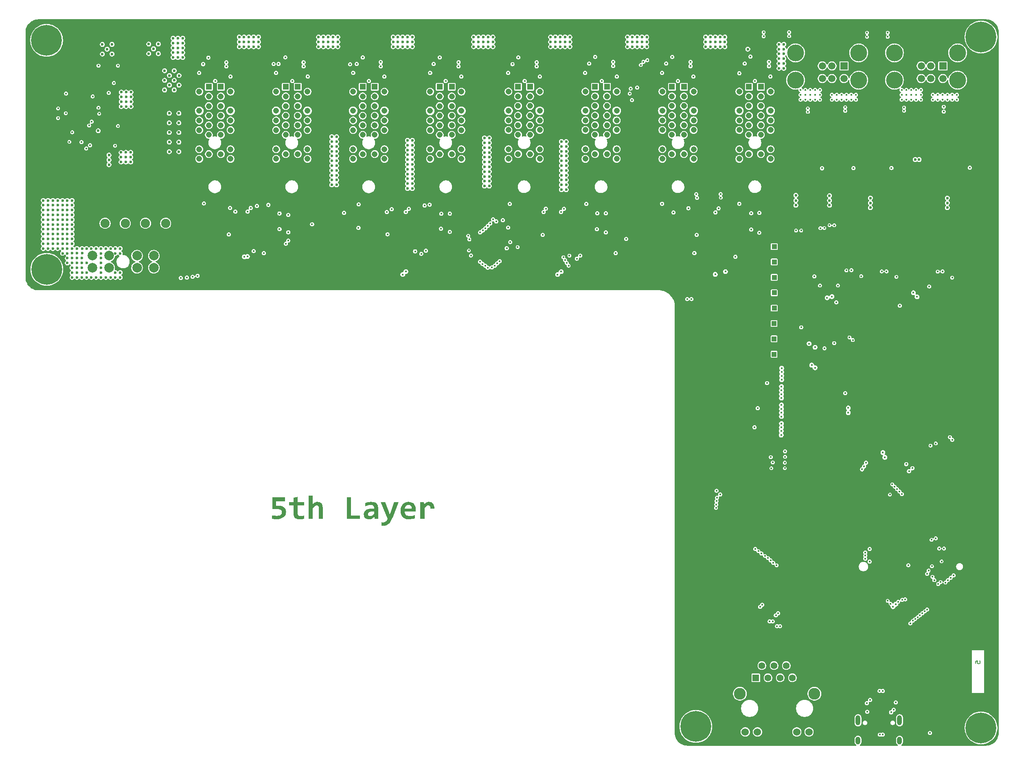
<source format=gbr>
%TF.GenerationSoftware,KiCad,Pcbnew,9.0.7*%
%TF.CreationDate,2026-03-01T13:00:01+01:00*%
%TF.ProjectId,PDNode_Baseboard,50444e6f-6465-45f4-9261-7365626f6172,rev?*%
%TF.SameCoordinates,Original*%
%TF.FileFunction,Copper,L5,Inr*%
%TF.FilePolarity,Positive*%
%FSLAX46Y46*%
G04 Gerber Fmt 4.6, Leading zero omitted, Abs format (unit mm)*
G04 Created by KiCad (PCBNEW 9.0.7) date 2026-03-01 13:00:01*
%MOMM*%
%LPD*%
G01*
G04 APERTURE LIST*
%ADD10C,0.300000*%
%ADD11C,0.200000*%
%TA.AperFunction,NonConductor*%
%ADD12C,0.200000*%
%TD*%
%TA.AperFunction,HeatsinkPad*%
%ADD13C,0.500000*%
%TD*%
%TA.AperFunction,ComponentPad*%
%ADD14R,1.208000X1.208000*%
%TD*%
%TA.AperFunction,ComponentPad*%
%ADD15C,1.208000*%
%TD*%
%TA.AperFunction,ComponentPad*%
%ADD16R,1.000000X1.000000*%
%TD*%
%TA.AperFunction,ComponentPad*%
%ADD17C,1.000000*%
%TD*%
%TA.AperFunction,ComponentPad*%
%ADD18C,0.800000*%
%TD*%
%TA.AperFunction,ComponentPad*%
%ADD19C,6.400000*%
%TD*%
%TA.AperFunction,ComponentPad*%
%ADD20C,0.600000*%
%TD*%
%TA.AperFunction,HeatsinkPad*%
%ADD21O,1.000000X2.100000*%
%TD*%
%TA.AperFunction,HeatsinkPad*%
%ADD22O,1.000000X1.600000*%
%TD*%
%TA.AperFunction,ComponentPad*%
%ADD23R,1.398000X1.398000*%
%TD*%
%TA.AperFunction,ComponentPad*%
%ADD24C,1.398000*%
%TD*%
%TA.AperFunction,ComponentPad*%
%ADD25C,1.530000*%
%TD*%
%TA.AperFunction,ComponentPad*%
%ADD26C,2.445000*%
%TD*%
%TA.AperFunction,ComponentPad*%
%ADD27R,1.500000X1.500000*%
%TD*%
%TA.AperFunction,ComponentPad*%
%ADD28C,1.500000*%
%TD*%
%TA.AperFunction,ComponentPad*%
%ADD29C,3.500000*%
%TD*%
%TA.AperFunction,ComponentPad*%
%ADD30C,2.006600*%
%TD*%
%TA.AperFunction,ComponentPad*%
%ADD31C,6.000000*%
%TD*%
%TA.AperFunction,ComponentPad*%
%ADD32R,1.900000X1.900000*%
%TD*%
%TA.AperFunction,ComponentPad*%
%ADD33C,1.900000*%
%TD*%
%TA.AperFunction,ViaPad*%
%ADD34C,0.600000*%
%TD*%
%TA.AperFunction,ViaPad*%
%ADD35C,0.400000*%
%TD*%
%TA.AperFunction,ViaPad*%
%ADD36C,0.450000*%
%TD*%
G04 APERTURE END LIST*
D10*
G36*
X56236750Y50965082D02*
G01*
X56219259Y50730390D01*
X56168635Y50519726D01*
X56086235Y50329135D01*
X55907891Y50074126D01*
X55669496Y49860494D01*
X55384604Y49695107D01*
X55041181Y49570761D01*
X54669626Y49497318D01*
X54255635Y49471843D01*
X54030016Y49478559D01*
X53787605Y49494741D01*
X53548247Y49519165D01*
X53333313Y49550000D01*
X53333313Y50272959D01*
X53780888Y50201824D01*
X54296546Y50175262D01*
X54633872Y50200566D01*
X54887823Y50268374D01*
X55076902Y50370351D01*
X55226102Y50517353D01*
X55314481Y50694476D01*
X55345264Y50911654D01*
X55315353Y51138725D01*
X55232056Y51312540D01*
X55095831Y51446241D01*
X54919536Y51535144D01*
X54660187Y51597172D01*
X54289829Y51621180D01*
X53415440Y51621180D01*
X53415440Y54004990D01*
X55990675Y54004990D01*
X55990675Y53223413D01*
X54194269Y53223413D01*
X54194269Y52305060D01*
X54515449Y52305060D01*
X54852125Y52289437D01*
X55167577Y52243694D01*
X55463954Y52158184D01*
X55715597Y52030592D01*
X55928063Y51853173D01*
X56094784Y51619653D01*
X56170606Y51441514D01*
X56219270Y51225920D01*
X56236750Y50965082D01*
G37*
G36*
X59981909Y49589079D02*
G01*
X59527617Y49503900D01*
X59093781Y49471843D01*
X58764807Y49491211D01*
X58504545Y49543894D01*
X58274110Y49637021D01*
X58094522Y49763408D01*
X57955089Y49928845D01*
X57855470Y50138931D01*
X57799369Y50379281D01*
X57778838Y50682371D01*
X57778838Y52383218D01*
X56846441Y52383218D01*
X56846441Y53028019D01*
X57778838Y53028019D01*
X57778838Y53918894D01*
X58632772Y54141766D01*
X58632772Y53028019D01*
X59981909Y53028019D01*
X59981909Y52383218D01*
X58632772Y52383218D01*
X58632772Y50740990D01*
X58650178Y50546116D01*
X58697184Y50399186D01*
X58769243Y50289140D01*
X58871341Y50209238D01*
X59018627Y50156272D01*
X59227198Y50136183D01*
X59626535Y50171599D01*
X59981909Y50253420D01*
X59981909Y49589079D01*
G37*
G36*
X63034028Y49550000D02*
G01*
X63034028Y51796729D01*
X63012368Y52024180D01*
X62956189Y52178663D01*
X62872872Y52280472D01*
X62760963Y52341681D01*
X62610572Y52363678D01*
X62475284Y52345865D01*
X62341526Y52291072D01*
X62205740Y52193929D01*
X62016498Y52004096D01*
X61797549Y51732310D01*
X61797549Y49550000D01*
X60964070Y49550000D01*
X60964070Y54376239D01*
X61797549Y54376239D01*
X61797549Y53182808D01*
X61756638Y52551745D01*
X61971572Y52778280D01*
X62207266Y52946808D01*
X62480513Y53050916D01*
X62631728Y53077334D01*
X62805051Y53086637D01*
X63060553Y53063715D01*
X63269418Y52999625D01*
X63452196Y52894321D01*
X63600672Y52754467D01*
X63715927Y52582586D01*
X63800646Y52372837D01*
X63849841Y52141810D01*
X63867202Y51873666D01*
X63867202Y49550000D01*
X63034028Y49550000D01*
G37*
G36*
X68850977Y49550000D02*
G01*
X68850977Y54004990D01*
X69704911Y54004990D01*
X69704911Y50272959D01*
X71590161Y50272959D01*
X71590161Y49550000D01*
X68850977Y49550000D01*
G37*
G36*
X74289723Y53066843D02*
G01*
X74580609Y53013364D01*
X74839224Y52918798D01*
X75036733Y52793546D01*
X75192387Y52629068D01*
X75301431Y52427181D01*
X75364340Y52196386D01*
X75386916Y51914577D01*
X75386916Y49550000D01*
X74672811Y49550000D01*
X74652355Y50001544D01*
X74423378Y49789358D01*
X74160511Y49621136D01*
X74012146Y49558558D01*
X73847881Y49510922D01*
X73674394Y49481995D01*
X73477242Y49471843D01*
X73221007Y49492352D01*
X73009517Y49549695D01*
X72822066Y49644183D01*
X72671241Y49766461D01*
X72552196Y49918325D01*
X72464550Y50101684D01*
X72412673Y50305014D01*
X72394636Y50535520D01*
X72397704Y50562998D01*
X73269025Y50562998D01*
X73285379Y50430694D01*
X73331093Y50327146D01*
X73405496Y50245482D01*
X73559846Y50165659D01*
X73777966Y50136183D01*
X73949722Y50165245D01*
X74140056Y50260442D01*
X74327622Y50403450D01*
X74553437Y50617036D01*
X74553437Y51074076D01*
X74044496Y51074076D01*
X73841062Y51063101D01*
X73685764Y51033776D01*
X73548432Y50983900D01*
X73446712Y50922645D01*
X73365787Y50845305D01*
X73311768Y50759613D01*
X73279781Y50664682D01*
X73269025Y50562998D01*
X72397704Y50562998D01*
X72420999Y50771598D01*
X72498744Y50986148D01*
X72627872Y51175821D01*
X72816260Y51341827D01*
X73048280Y51471135D01*
X73349320Y51575384D01*
X73683460Y51637540D01*
X74099145Y51660259D01*
X74553437Y51660259D01*
X74553437Y51871834D01*
X74543676Y52002999D01*
X74515885Y52116382D01*
X74466642Y52217614D01*
X74394679Y52301701D01*
X74301460Y52367754D01*
X74177608Y52419549D01*
X74036269Y52449977D01*
X73849712Y52461375D01*
X73544410Y52443363D01*
X73243380Y52389324D01*
X72949353Y52303122D01*
X72664524Y52187823D01*
X72664524Y52852164D01*
X72925092Y52942471D01*
X73240021Y53020081D01*
X73570494Y53069778D01*
X73918100Y53086637D01*
X74289723Y53066843D01*
G37*
G36*
X78428655Y49938652D02*
G01*
X78238415Y49504580D01*
X78050995Y49147916D01*
X77839824Y48829173D01*
X77618990Y48580051D01*
X77368330Y48379743D01*
X77094479Y48238111D01*
X76794261Y48153276D01*
X76447540Y48123622D01*
X76261305Y48132171D01*
X76054615Y48157816D01*
X76054615Y48866121D01*
X76148343Y48851466D01*
X76259473Y48838338D01*
X76377321Y48830400D01*
X76488451Y48827042D01*
X76627868Y48840701D01*
X76754676Y48880775D01*
X76872256Y48944565D01*
X76981822Y49030374D01*
X77080172Y49133963D01*
X77171415Y49259046D01*
X77321930Y49550000D01*
X75945316Y53028019D01*
X76874355Y53028019D01*
X77595176Y51046599D01*
X77810415Y50419505D01*
X78021991Y51028891D01*
X78749529Y53028019D01*
X79644374Y53028019D01*
X78428655Y49938652D01*
G37*
G36*
X82047527Y53056797D02*
G01*
X82344479Y52972759D01*
X82607580Y52834618D01*
X82819226Y52654938D01*
X82986327Y52433381D01*
X83109569Y52168589D01*
X83183261Y51877392D01*
X83208793Y51550044D01*
X83203603Y51329004D01*
X83188338Y51074076D01*
X80906804Y51074076D01*
X80925168Y50853414D01*
X80976719Y50670159D01*
X81062310Y50508252D01*
X81174861Y50377373D01*
X81314244Y50274501D01*
X81482301Y50197855D01*
X81667833Y50152153D01*
X81880112Y50136183D01*
X82136800Y50146107D01*
X82421415Y50177399D01*
X82711658Y50230755D01*
X83021031Y50312038D01*
X83021031Y49647698D01*
X82730688Y49577173D01*
X82409508Y49521302D01*
X82078254Y49484360D01*
X81753716Y49471843D01*
X81370295Y49501158D01*
X81043275Y49584194D01*
X80750579Y49725083D01*
X80510520Y49916365D01*
X80319634Y50158669D01*
X80175602Y50459805D01*
X80090196Y50798781D01*
X80059587Y51209325D01*
X80089668Y51619695D01*
X80104104Y51679798D01*
X80920237Y51679798D01*
X82361881Y51679798D01*
X82349946Y51871751D01*
X82310590Y52027234D01*
X82244623Y52164815D01*
X82161907Y52271782D01*
X82060265Y52355824D01*
X81943310Y52414664D01*
X81815249Y52449481D01*
X81675253Y52461375D01*
X81474196Y52437658D01*
X81304619Y52369573D01*
X81159290Y52256822D01*
X81047242Y52108928D01*
X80966609Y51919962D01*
X80920237Y51679798D01*
X80104104Y51679798D01*
X80175602Y51977469D01*
X80318067Y52302850D01*
X80503498Y52570369D01*
X80737450Y52788884D01*
X81017629Y52951998D01*
X81332511Y53051987D01*
X81692350Y53086637D01*
X82047527Y53056797D01*
G37*
G36*
X86264271Y51679798D02*
G01*
X86262457Y51861200D01*
X86245342Y52000062D01*
X86210781Y52124442D01*
X86163521Y52218048D01*
X86099602Y52293239D01*
X86024913Y52343528D01*
X85938883Y52372922D01*
X85837457Y52383218D01*
X85657034Y52348446D01*
X85456438Y52233008D01*
X85265177Y52051131D01*
X85024433Y51738416D01*
X85024433Y49550000D01*
X84170499Y49550000D01*
X84170499Y53028019D01*
X84925210Y53028019D01*
X84956045Y52500454D01*
X85148997Y52741644D01*
X85388050Y52926353D01*
X85525426Y52994222D01*
X85680225Y53045116D01*
X85845316Y53075883D01*
X86031935Y53086637D01*
X86285043Y53063308D01*
X86498134Y52997183D01*
X86685082Y52886303D01*
X86839768Y52732179D01*
X86957511Y52540094D01*
X87044627Y52291932D01*
X87091117Y52016164D01*
X87101108Y51679798D01*
X86264271Y51679798D01*
G37*
D11*
D12*
X199577219Y19466905D02*
X199577219Y19943095D01*
X199577219Y19943095D02*
X200053409Y19990714D01*
X200053409Y19990714D02*
X200005790Y19943095D01*
X200005790Y19943095D02*
X199958171Y19847857D01*
X199958171Y19847857D02*
X199958171Y19609762D01*
X199958171Y19609762D02*
X200005790Y19514524D01*
X200005790Y19514524D02*
X200053409Y19466905D01*
X200053409Y19466905D02*
X200148647Y19419286D01*
X200148647Y19419286D02*
X200386742Y19419286D01*
X200386742Y19419286D02*
X200481980Y19466905D01*
X200481980Y19466905D02*
X200529600Y19514524D01*
X200529600Y19514524D02*
X200577219Y19609762D01*
X200577219Y19609762D02*
X200577219Y19847857D01*
X200577219Y19847857D02*
X200529600Y19943095D01*
X200529600Y19943095D02*
X200481980Y19990714D01*
D13*
%TO.N,GND*%
%TO.C,IC27*%
X166112500Y90400000D03*
X166112500Y89450000D03*
X166112500Y88500000D03*
X166112500Y87550000D03*
X167062500Y90400000D03*
X167062500Y89450000D03*
X167062500Y88500000D03*
X167062500Y87550000D03*
X168012500Y90400000D03*
X168012500Y89450000D03*
X168012500Y88500000D03*
X168012500Y87550000D03*
X168962500Y90400000D03*
X168962500Y89450000D03*
X168962500Y88500000D03*
X168962500Y87550000D03*
%TD*%
D14*
%TO.N,Net-(JP3-C)*%
%TO.C,J6*%
X122987322Y139460219D03*
D15*
%TO.N,/Project Architecture/PDCard Connectors 1-4/SPI_MOSI*%
X124987322Y138460219D03*
%TO.N,/Project Architecture/PDCard Connectors 1-4/SPI_CLK*%
X122987322Y137460219D03*
%TO.N,GND*%
X124987322Y136460219D03*
%TO.N,PD_IRQ_PORT2*%
X122987322Y135460219D03*
%TO.N,/Project Architecture/PDCard Connectors 1-4/I2C_SCL_PORT2*%
X124987322Y134460219D03*
%TO.N,PMIC_EN_PORT2*%
X122987322Y133460219D03*
%TO.N,PD_ENABLE_PORT2*%
X124987322Y132460219D03*
%TO.N,PDC_DET_PORT2*%
X122987322Y131460219D03*
%TO.N,PD_ATTACH_PORT2*%
X124987322Y130460219D03*
%TO.N,+24V*%
X122987322Y129460219D03*
X124987322Y126460219D03*
X122987322Y125460219D03*
X124987322Y124460219D03*
%TO.N,GND*%
X122987322Y123460219D03*
X124987322Y122460219D03*
X122987322Y121460219D03*
X124987322Y120460219D03*
D14*
%TO.N,+5V*%
X120487322Y139460219D03*
D15*
%TO.N,/Project Architecture/PDCard Connectors 1-4/SPI_MISO*%
X118487322Y138460219D03*
%TO.N,/Project Architecture/PDCard Connectors 1-4/SPI_CS_PORT2*%
X120487322Y137460219D03*
%TO.N,GND*%
X118487322Y136460219D03*
%TO.N,PD_RESET_PORT2*%
X120487322Y135460219D03*
%TO.N,/Project Architecture/PDCard Connectors 1-4/I2C_SDA_PORT2*%
X118487322Y134460219D03*
%TO.N,PGOOD_COMBINED_PORT2*%
X120487322Y133460219D03*
%TO.N,PORT_EN_PORT2*%
X118487322Y132460219D03*
%TO.N,PMIC_VMON_PORT2*%
X120487322Y131460219D03*
%TO.N,VBUS_VMON_PORT2*%
X118487322Y130460219D03*
%TO.N,+24V*%
X120487322Y129460219D03*
X118487322Y126460219D03*
X120487322Y125460219D03*
X118487322Y124460219D03*
%TO.N,GND*%
X120487322Y123460219D03*
X118487322Y122460219D03*
X120487322Y121460219D03*
X118487322Y120460219D03*
%TD*%
D16*
%TO.N,Net-(D6-A2)*%
%TO.C,J14*%
X157720000Y83800000D03*
D17*
%TO.N,GND*%
X156450000Y83800000D03*
%TD*%
D16*
%TO.N,Net-(D7-A1)*%
%TO.C,J17*%
X157750000Y93400000D03*
D17*
%TO.N,GND*%
X156480000Y93400000D03*
%TD*%
D14*
%TO.N,Net-(JP2-C)*%
%TO.C,J5*%
X138987322Y139460219D03*
D15*
%TO.N,/Project Architecture/PDCard Connectors 1-4/SPI_MOSI*%
X140987322Y138460219D03*
%TO.N,/Project Architecture/PDCard Connectors 1-4/SPI_CLK*%
X138987322Y137460219D03*
%TO.N,GND*%
X140987322Y136460219D03*
%TO.N,PD_IRQ_PORT1*%
X138987322Y135460219D03*
%TO.N,/Project Architecture/PDCard Connectors 1-4/I2C_SCL_PORT1*%
X140987322Y134460219D03*
%TO.N,PMIC_EN_PORT1*%
X138987322Y133460219D03*
%TO.N,PD_ENABLE_PORT1*%
X140987322Y132460219D03*
%TO.N,PDC_DET_PORT1*%
X138987322Y131460219D03*
%TO.N,PD_ATTACH_PORT1*%
X140987322Y130460219D03*
%TO.N,+24V*%
X138987322Y129460219D03*
X140987322Y126460219D03*
X138987322Y125460219D03*
X140987322Y124460219D03*
%TO.N,GND*%
X138987322Y123460219D03*
X140987322Y122460219D03*
X138987322Y121460219D03*
X140987322Y120460219D03*
D14*
%TO.N,+5V*%
X136487322Y139460219D03*
D15*
%TO.N,/Project Architecture/PDCard Connectors 1-4/SPI_MISO*%
X134487322Y138460219D03*
%TO.N,/Project Architecture/PDCard Connectors 1-4/SPI_CS_PORT1*%
X136487322Y137460219D03*
%TO.N,GND*%
X134487322Y136460219D03*
%TO.N,PD_RESET_PORT1*%
X136487322Y135460219D03*
%TO.N,/Project Architecture/PDCard Connectors 1-4/I2C_SDA_PORT1*%
X134487322Y134460219D03*
%TO.N,PGOOD_COMBINED_PORT1*%
X136487322Y133460219D03*
%TO.N,PORT_EN_PORT1*%
X134487322Y132460219D03*
%TO.N,PMIC_VMON_PORT1*%
X136487322Y131460219D03*
%TO.N,VBUS_VMON_PORT1*%
X134487322Y130460219D03*
%TO.N,+24V*%
X136487322Y129460219D03*
X134487322Y126460219D03*
X136487322Y125460219D03*
X134487322Y124460219D03*
%TO.N,GND*%
X136487322Y123460219D03*
X134487322Y122460219D03*
X136487322Y121460219D03*
X134487322Y120460219D03*
%TD*%
D16*
%TO.N,Net-(D7-A2)*%
%TO.C,J16*%
X157720000Y90200000D03*
D17*
%TO.N,GND*%
X156450000Y90200000D03*
%TD*%
D14*
%TO.N,Net-(JP7-C)*%
%TO.C,J10*%
X58684650Y139449309D03*
D15*
%TO.N,/Project Architecture/PDCard Connectors 1-4/SPI_MOSI*%
X60684650Y138449309D03*
%TO.N,/Project Architecture/PDCard Connectors 1-4/SPI_CLK*%
X58684650Y137449309D03*
%TO.N,GND*%
X60684650Y136449309D03*
%TO.N,PD_IRQ_PORT6*%
X58684650Y135449309D03*
%TO.N,/Project Architecture/PDCard Connectors 5-8/I2C_SCL_PORT6*%
X60684650Y134449309D03*
%TO.N,PMIC_EN_PORT6*%
X58684650Y133449309D03*
%TO.N,PD_ENABLE_PORT6*%
X60684650Y132449309D03*
%TO.N,PDC_DET_PORT6*%
X58684650Y131449309D03*
%TO.N,PD_ATTACH_PORT6*%
X60684650Y130449309D03*
%TO.N,+24V*%
X58684650Y129449309D03*
X60684650Y126449309D03*
X58684650Y125449309D03*
X60684650Y124449309D03*
%TO.N,GND*%
X58684650Y123449309D03*
X60684650Y122449309D03*
X58684650Y121449309D03*
X60684650Y120449309D03*
D14*
%TO.N,+5V*%
X56184650Y139449309D03*
D15*
%TO.N,/Project Architecture/PDCard Connectors 1-4/SPI_MISO*%
X54184650Y138449309D03*
%TO.N,/Project Architecture/PDCard Connectors 5-8/SPI_CS_PORT6*%
X56184650Y137449309D03*
%TO.N,GND*%
X54184650Y136449309D03*
%TO.N,PD_RESET_PORT6*%
X56184650Y135449309D03*
%TO.N,/Project Architecture/PDCard Connectors 5-8/I2C_SDA_PORT6*%
X54184650Y134449309D03*
%TO.N,PGOOD_COMBINED_PORT6*%
X56184650Y133449309D03*
%TO.N,PORT_EN_PORT6*%
X54184650Y132449309D03*
%TO.N,PMIC_VMON_PORT6*%
X56184650Y131449309D03*
%TO.N,VBUS_VMON_PORT6*%
X54184650Y130449309D03*
%TO.N,+24V*%
X56184650Y129449309D03*
X54184650Y126449309D03*
X56184650Y125449309D03*
X54184650Y124449309D03*
%TO.N,GND*%
X56184650Y123449309D03*
X54184650Y122449309D03*
X56184650Y121449309D03*
X54184650Y120449309D03*
%TD*%
D18*
%TO.N,SHIELD*%
%TO.C,H3*%
X139047056Y6352944D03*
X139750000Y8050000D03*
X139750000Y4655888D03*
X141447056Y8752944D03*
D19*
X141447056Y6352944D03*
D18*
X141447056Y3952944D03*
X143144112Y8050000D03*
X143144112Y4655888D03*
X143847056Y6352944D03*
%TD*%
D13*
%TO.N,GND*%
%TO.C,IC15*%
X113262500Y110580000D03*
X113262500Y109630000D03*
X113262500Y108680000D03*
X113262500Y107730000D03*
X114212500Y110580000D03*
X114212500Y109630000D03*
X114212500Y108680000D03*
X114212500Y107730000D03*
X115162500Y110580000D03*
X115162500Y109630000D03*
X115162500Y108680000D03*
X115162500Y107730000D03*
X116112500Y110580000D03*
X116112500Y109630000D03*
X116112500Y108680000D03*
X116112500Y107730000D03*
%TD*%
D18*
%TO.N,SHIELD*%
%TO.C,H5*%
X4075000Y101475000D03*
X4777944Y103172056D03*
X4777944Y99777944D03*
X6475000Y103875000D03*
D19*
X6475000Y101475000D03*
D18*
X6475000Y99075000D03*
X8172056Y103172056D03*
X8172056Y99777944D03*
X8875000Y101475000D03*
%TD*%
D20*
%TO.N,GND*%
%TO.C,IC2*%
X99125000Y106655000D03*
X98125000Y106655000D03*
X97125000Y106655000D03*
X99125000Y105655000D03*
X98125000Y105655000D03*
X97125000Y105655000D03*
%TD*%
D13*
%TO.N,GND*%
%TO.C,IC9*%
X81002500Y110700000D03*
X81002500Y109750000D03*
X81002500Y108800000D03*
X81002500Y107850000D03*
X81952500Y110700000D03*
X81952500Y109750000D03*
X81952500Y108800000D03*
X81952500Y107850000D03*
X82902500Y110700000D03*
X82902500Y109750000D03*
X82902500Y108800000D03*
X82902500Y107850000D03*
X83852500Y110700000D03*
X83852500Y109750000D03*
X83852500Y108800000D03*
X83852500Y107850000D03*
%TD*%
D16*
%TO.N,Net-(D9-A1)*%
%TO.C,J21*%
X157750000Y106200000D03*
D17*
%TO.N,GND*%
X156480000Y106200000D03*
%TD*%
D18*
%TO.N,SHIELD*%
%TO.C,H2*%
X4047056Y149102944D03*
X4750000Y150800000D03*
X4750000Y147405888D03*
X6447056Y151502944D03*
D19*
X6447056Y149102944D03*
D18*
X6447056Y146702944D03*
X8144112Y150800000D03*
X8144112Y147405888D03*
X8847056Y149102944D03*
%TD*%
D16*
%TO.N,Net-(D8-A1)*%
%TO.C,J19*%
X157750000Y99800000D03*
D17*
%TO.N,GND*%
X156480000Y99800000D03*
%TD*%
D14*
%TO.N,Net-(JP1-C)*%
%TO.C,J4*%
X154987322Y139460219D03*
D15*
%TO.N,/Project Architecture/PDCard Connectors 1-4/SPI_MOSI*%
X156987322Y138460219D03*
%TO.N,/Project Architecture/PDCard Connectors 1-4/SPI_CLK*%
X154987322Y137460219D03*
%TO.N,GND*%
X156987322Y136460219D03*
%TO.N,PD_IRQ_PORT0*%
X154987322Y135460219D03*
%TO.N,/Project Architecture/PDCard Connectors 1-4/I2C_SCL_PORT0*%
X156987322Y134460219D03*
%TO.N,PMIC_EN_PORT0*%
X154987322Y133460219D03*
%TO.N,PD_ENABLE_PORT0*%
X156987322Y132460219D03*
%TO.N,PDC_DET_PORT0*%
X154987322Y131460219D03*
%TO.N,PD_ATTACH_PORT0*%
X156987322Y130460219D03*
%TO.N,+24V*%
X154987322Y129460219D03*
X156987322Y126460219D03*
X154987322Y125460219D03*
X156987322Y124460219D03*
%TO.N,GND*%
X154987322Y123460219D03*
X156987322Y122460219D03*
X154987322Y121460219D03*
X156987322Y120460219D03*
D14*
%TO.N,+5V*%
X152487322Y139460219D03*
D15*
%TO.N,/Project Architecture/PDCard Connectors 1-4/SPI_MISO*%
X150487322Y138460219D03*
%TO.N,/Project Architecture/PDCard Connectors 1-4/SPI_CS_PORT0*%
X152487322Y137460219D03*
%TO.N,GND*%
X150487322Y136460219D03*
%TO.N,PD_RESET_PORT0*%
X152487322Y135460219D03*
%TO.N,/Project Architecture/PDCard Connectors 1-4/I2C_SDA_PORT0*%
X150487322Y134460219D03*
%TO.N,PGOOD_COMBINED_PORT0*%
X152487322Y133460219D03*
%TO.N,PORT_EN_PORT0*%
X150487322Y132460219D03*
%TO.N,PMIC_VMON_PORT0*%
X152487322Y131460219D03*
%TO.N,VBUS_VMON_PORT0*%
X150487322Y130460219D03*
%TO.N,+24V*%
X152487322Y129460219D03*
X150487322Y126460219D03*
X152487322Y125460219D03*
X150487322Y124460219D03*
%TO.N,GND*%
X152487322Y123460219D03*
X150487322Y122460219D03*
X152487322Y121460219D03*
X150487322Y120460219D03*
%TD*%
D21*
%TO.N,SHIELD*%
%TO.C,J3*%
X175180000Y7630000D03*
D22*
X175180000Y3450000D03*
D21*
X183820000Y7630000D03*
D22*
X183820000Y3450000D03*
%TD*%
D23*
%TO.N,/Project Architecture/BladeCore-M54/TD+*%
%TO.C,J1*%
X153910000Y16475000D03*
D24*
%TO.N,/Project Architecture/BladeCore-M54/TCT*%
X155180000Y19015000D03*
%TO.N,/Project Architecture/BladeCore-M54/TD-*%
X156450000Y16475000D03*
%TO.N,/Project Architecture/BladeCore-M54/RD+*%
X157720000Y19015000D03*
%TO.N,/Project Architecture/BladeCore-M54/RCT*%
X158990000Y16475000D03*
%TO.N,/Project Architecture/BladeCore-M54/RD-*%
X160260000Y19015000D03*
%TO.N,N/C*%
X161530000Y16475000D03*
%TO.N,GND*%
X162800000Y19015000D03*
D25*
%TO.N,/Project Architecture/BladeCore-M54/ACTLED*%
X151735000Y5225000D03*
%TO.N,+3.3V*%
X154275000Y5225000D03*
%TO.N,/Project Architecture/BladeCore-M54/LINKLED*%
X162445000Y5225000D03*
%TO.N,+3.3V*%
X164985000Y5225000D03*
D26*
%TO.N,SHIELD*%
X166105000Y13175000D03*
X150615000Y13175000D03*
%TD*%
D16*
%TO.N,Net-(D6-A1)*%
%TO.C,J15*%
X157720000Y87000000D03*
D17*
%TO.N,GND*%
X156450000Y87000000D03*
%TD*%
D27*
%TO.N,PORTA2_N*%
%TO.C,J13*%
X172250002Y143800000D03*
D28*
%TO.N,unconnected-(J13-D1--Pad2)*%
X169750002Y143800000D03*
%TO.N,unconnected-(J13-D1+-Pad3)*%
X167750002Y143800000D03*
%TO.N,GND*%
X165250002Y143800000D03*
%TO.N,PORTA3_N*%
X172250002Y141180000D03*
%TO.N,unconnected-(J13-D2--Pad6)*%
X169750002Y141180000D03*
%TO.N,unconnected-(J13-D2+-Pad7)*%
X167750002Y141180000D03*
%TO.N,GND*%
X165250002Y141180000D03*
D29*
%TO.N,SHIELD*%
X175320002Y146510000D03*
X162180002Y146510000D03*
X175320002Y140830000D03*
X162180002Y140830000D03*
%TD*%
D14*
%TO.N,Net-(JP5-C)*%
%TO.C,J8*%
X90694650Y139449309D03*
D15*
%TO.N,/Project Architecture/PDCard Connectors 1-4/SPI_MOSI*%
X92694650Y138449309D03*
%TO.N,/Project Architecture/PDCard Connectors 1-4/SPI_CLK*%
X90694650Y137449309D03*
%TO.N,GND*%
X92694650Y136449309D03*
%TO.N,PD_IRQ_PORT4*%
X90694650Y135449309D03*
%TO.N,/Project Architecture/PDCard Connectors 5-8/I2C_SCL_PORT4*%
X92694650Y134449309D03*
%TO.N,PMIC_EN_PORT4*%
X90694650Y133449309D03*
%TO.N,PD_ENABLE_PORT4*%
X92694650Y132449309D03*
%TO.N,PDC_DET_PORT4*%
X90694650Y131449309D03*
%TO.N,PD_ATTACH_PORT4*%
X92694650Y130449309D03*
%TO.N,+24V*%
X90694650Y129449309D03*
X92694650Y126449309D03*
X90694650Y125449309D03*
X92694650Y124449309D03*
%TO.N,GND*%
X90694650Y123449309D03*
X92694650Y122449309D03*
X90694650Y121449309D03*
X92694650Y120449309D03*
D14*
%TO.N,+5V*%
X88194650Y139449309D03*
D15*
%TO.N,/Project Architecture/PDCard Connectors 1-4/SPI_MISO*%
X86194650Y138449309D03*
%TO.N,/Project Architecture/PDCard Connectors 5-8/SPI_CS_PORT4*%
X88194650Y137449309D03*
%TO.N,GND*%
X86194650Y136449309D03*
%TO.N,PD_RESET_PORT4*%
X88194650Y135449309D03*
%TO.N,/Project Architecture/PDCard Connectors 5-8/I2C_SDA_PORT4*%
X86194650Y134449309D03*
%TO.N,PGOOD_COMBINED_PORT4*%
X88194650Y133449309D03*
%TO.N,PORT_EN_PORT4*%
X86194650Y132449309D03*
%TO.N,PMIC_VMON_PORT4*%
X88194650Y131449309D03*
%TO.N,VBUS_VMON_PORT4*%
X86194650Y130449309D03*
%TO.N,+24V*%
X88194650Y129449309D03*
X86194650Y126449309D03*
X88194650Y125449309D03*
X86194650Y124449309D03*
%TO.N,GND*%
X88194650Y123449309D03*
X86194650Y122449309D03*
X88194650Y121449309D03*
X86194650Y120449309D03*
%TD*%
D18*
%TO.N,SHIELD*%
%TO.C,H4*%
X198350000Y6050000D03*
X199052944Y7747056D03*
X199052944Y4352944D03*
X200750000Y8450000D03*
D19*
X200750000Y6050000D03*
D18*
X200750000Y3650000D03*
X202447056Y7747056D03*
X202447056Y4352944D03*
X203150000Y6050000D03*
%TD*%
D30*
%TO.N,+24V_IN*%
%TO.C,F1*%
X28750001Y101800000D03*
X28750001Y104300000D03*
X25250000Y101800000D03*
X25250000Y104300000D03*
%TO.N,+24V*%
X19449999Y101800000D03*
X19449999Y104300000D03*
X15949996Y101800000D03*
X15949996Y104300000D03*
%TD*%
D18*
%TO.N,SHIELD*%
%TO.C,H1*%
X198350000Y149800000D03*
X199052944Y151497056D03*
X199052944Y148102944D03*
X200750000Y152200000D03*
D19*
X200750000Y149800000D03*
D18*
X200750000Y147400000D03*
X202447056Y151497056D03*
X202447056Y148102944D03*
X203150000Y149800000D03*
%TD*%
D31*
%TO.N,GND*%
%TO.C,ST1*%
X186350000Y118625000D03*
%TD*%
D14*
%TO.N,Net-(JP8-C)*%
%TO.C,J11*%
X42684650Y139449309D03*
D15*
%TO.N,/Project Architecture/PDCard Connectors 1-4/SPI_MOSI*%
X44684650Y138449309D03*
%TO.N,/Project Architecture/PDCard Connectors 1-4/SPI_CLK*%
X42684650Y137449309D03*
%TO.N,GND*%
X44684650Y136449309D03*
%TO.N,PD_IRQ_PORT7*%
X42684650Y135449309D03*
%TO.N,/Project Architecture/PDCard Connectors 5-8/I2C_SCL_PORT7*%
X44684650Y134449309D03*
%TO.N,PMIC_EN_PORT7*%
X42684650Y133449309D03*
%TO.N,PD_ENABLE_PORT7*%
X44684650Y132449309D03*
%TO.N,PDC_DET_PORT7*%
X42684650Y131449309D03*
%TO.N,PD_ATTACH_PORT7*%
X44684650Y130449309D03*
%TO.N,+24V*%
X42684650Y129449309D03*
X44684650Y126449309D03*
X42684650Y125449309D03*
X44684650Y124449309D03*
%TO.N,GND*%
X42684650Y123449309D03*
X44684650Y122449309D03*
X42684650Y121449309D03*
X44684650Y120449309D03*
D14*
%TO.N,+5V*%
X40184650Y139449309D03*
D15*
%TO.N,/Project Architecture/PDCard Connectors 1-4/SPI_MISO*%
X38184650Y138449309D03*
%TO.N,/Project Architecture/PDCard Connectors 5-8/SPI_CS_PORT7*%
X40184650Y137449309D03*
%TO.N,GND*%
X38184650Y136449309D03*
%TO.N,PD_RESET_PORT7*%
X40184650Y135449309D03*
%TO.N,/Project Architecture/PDCard Connectors 5-8/I2C_SDA_PORT7*%
X38184650Y134449309D03*
%TO.N,PGOOD_COMBINED_PORT7*%
X40184650Y133449309D03*
%TO.N,PORT_EN_PORT7*%
X38184650Y132449309D03*
%TO.N,PMIC_VMON_PORT7*%
X40184650Y131449309D03*
%TO.N,VBUS_VMON_PORT7*%
X38184650Y130449309D03*
%TO.N,+24V*%
X40184650Y129449309D03*
X38184650Y126449309D03*
X40184650Y125449309D03*
X38184650Y124449309D03*
%TO.N,GND*%
X40184650Y123449309D03*
X38184650Y122449309D03*
X40184650Y121449309D03*
X38184650Y120449309D03*
%TD*%
D16*
%TO.N,Net-(D8-A2)*%
%TO.C,J18*%
X157750000Y96600000D03*
D17*
%TO.N,GND*%
X156480000Y96600000D03*
%TD*%
D27*
%TO.N,PORTA0_N*%
%TO.C,J12*%
X192820000Y143800000D03*
D28*
%TO.N,unconnected-(J12-D1--Pad2)*%
X190320000Y143800000D03*
%TO.N,unconnected-(J12-D1+-Pad3)*%
X188320000Y143800000D03*
%TO.N,GND*%
X185820000Y143800000D03*
%TO.N,PORTA1_N*%
X192820000Y141180000D03*
%TO.N,unconnected-(J12-D2--Pad6)*%
X190320000Y141180000D03*
%TO.N,unconnected-(J12-D2+-Pad7)*%
X188320000Y141180000D03*
%TO.N,GND*%
X185820000Y141180000D03*
D29*
%TO.N,SHIELD*%
X195890000Y146510000D03*
X182750000Y146510000D03*
X195890000Y140830000D03*
X182750000Y140830000D03*
%TD*%
D16*
%TO.N,Net-(D9-A2)*%
%TO.C,J20*%
X157750000Y103000000D03*
D17*
%TO.N,GND*%
X156480000Y103000000D03*
%TD*%
D13*
%TO.N,GND*%
%TO.C,IC14*%
X145387500Y110525000D03*
X145387500Y109575000D03*
X145387500Y108625000D03*
X145387500Y107675000D03*
X146337500Y110525000D03*
X146337500Y109575000D03*
X146337500Y108625000D03*
X146337500Y107675000D03*
X147287500Y110525000D03*
X147287500Y109575000D03*
X147287500Y108625000D03*
X147287500Y107675000D03*
X148237500Y110525000D03*
X148237500Y109575000D03*
X148237500Y108625000D03*
X148237500Y107675000D03*
%TD*%
D32*
%TO.N,GND*%
%TO.C,J22*%
X18600000Y116550000D03*
D33*
X22800000Y116550000D03*
X27000000Y116550000D03*
X31200000Y116550000D03*
%TO.N,+24V_IN*%
X18600000Y111050000D03*
X22800000Y111050000D03*
X27000000Y111050000D03*
X31200000Y111050000D03*
%TD*%
D14*
%TO.N,Net-(JP4-C)*%
%TO.C,J7*%
X106987322Y139460219D03*
D15*
%TO.N,/Project Architecture/PDCard Connectors 1-4/SPI_MOSI*%
X108987322Y138460219D03*
%TO.N,/Project Architecture/PDCard Connectors 1-4/SPI_CLK*%
X106987322Y137460219D03*
%TO.N,GND*%
X108987322Y136460219D03*
%TO.N,PD_IRQ_PORT3*%
X106987322Y135460219D03*
%TO.N,/Project Architecture/PDCard Connectors 1-4/I2C_SCL_PORT3*%
X108987322Y134460219D03*
%TO.N,PMIC_EN_PORT3*%
X106987322Y133460219D03*
%TO.N,PD_ENABLE_PORT3*%
X108987322Y132460219D03*
%TO.N,PDC_DET_PORT3*%
X106987322Y131460219D03*
%TO.N,PD_ATTACH_PORT3*%
X108987322Y130460219D03*
%TO.N,+24V*%
X106987322Y129460219D03*
X108987322Y126460219D03*
X106987322Y125460219D03*
X108987322Y124460219D03*
%TO.N,GND*%
X106987322Y123460219D03*
X108987322Y122460219D03*
X106987322Y121460219D03*
X108987322Y120460219D03*
D14*
%TO.N,+5V*%
X104487322Y139460219D03*
D15*
%TO.N,/Project Architecture/PDCard Connectors 1-4/SPI_MISO*%
X102487322Y138460219D03*
%TO.N,/Project Architecture/PDCard Connectors 1-4/SPI_CS_PORT3*%
X104487322Y137460219D03*
%TO.N,GND*%
X102487322Y136460219D03*
%TO.N,PD_RESET_PORT3*%
X104487322Y135460219D03*
%TO.N,/Project Architecture/PDCard Connectors 1-4/I2C_SDA_PORT3*%
X102487322Y134460219D03*
%TO.N,PGOOD_COMBINED_PORT3*%
X104487322Y133460219D03*
%TO.N,PORT_EN_PORT3*%
X102487322Y132460219D03*
%TO.N,PMIC_VMON_PORT3*%
X104487322Y131460219D03*
%TO.N,VBUS_VMON_PORT3*%
X102487322Y130460219D03*
%TO.N,+24V*%
X104487322Y129460219D03*
X102487322Y126460219D03*
X104487322Y125460219D03*
X102487322Y124460219D03*
%TO.N,GND*%
X104487322Y123460219D03*
X102487322Y122460219D03*
X104487322Y121460219D03*
X102487322Y120460219D03*
%TD*%
D14*
%TO.N,Net-(JP6-C)*%
%TO.C,J9*%
X74684650Y139449309D03*
D15*
%TO.N,/Project Architecture/PDCard Connectors 1-4/SPI_MOSI*%
X76684650Y138449309D03*
%TO.N,/Project Architecture/PDCard Connectors 1-4/SPI_CLK*%
X74684650Y137449309D03*
%TO.N,GND*%
X76684650Y136449309D03*
%TO.N,PD_IRQ_PORT5*%
X74684650Y135449309D03*
%TO.N,/Project Architecture/PDCard Connectors 5-8/I2C_SCL_PORT5*%
X76684650Y134449309D03*
%TO.N,PMIC_EN_PORT5*%
X74684650Y133449309D03*
%TO.N,PD_ENABLE_PORT5*%
X76684650Y132449309D03*
%TO.N,PDC_DET_PORT5*%
X74684650Y131449309D03*
%TO.N,PD_ATTACH_PORT5*%
X76684650Y130449309D03*
%TO.N,+24V*%
X74684650Y129449309D03*
X76684650Y126449309D03*
X74684650Y125449309D03*
X76684650Y124449309D03*
%TO.N,GND*%
X74684650Y123449309D03*
X76684650Y122449309D03*
X74684650Y121449309D03*
X76684650Y120449309D03*
D14*
%TO.N,+5V*%
X72184650Y139449309D03*
D15*
%TO.N,/Project Architecture/PDCard Connectors 1-4/SPI_MISO*%
X70184650Y138449309D03*
%TO.N,/Project Architecture/PDCard Connectors 5-8/SPI_CS_PORT5*%
X72184650Y137449309D03*
%TO.N,GND*%
X70184650Y136449309D03*
%TO.N,PD_RESET_PORT5*%
X72184650Y135449309D03*
%TO.N,/Project Architecture/PDCard Connectors 5-8/I2C_SDA_PORT5*%
X70184650Y134449309D03*
%TO.N,PGOOD_COMBINED_PORT5*%
X72184650Y133449309D03*
%TO.N,PORT_EN_PORT5*%
X70184650Y132449309D03*
%TO.N,PMIC_VMON_PORT5*%
X72184650Y131449309D03*
%TO.N,VBUS_VMON_PORT5*%
X70184650Y130449309D03*
%TO.N,+24V*%
X72184650Y129449309D03*
X70184650Y126449309D03*
X72184650Y125449309D03*
X70184650Y124449309D03*
%TO.N,GND*%
X72184650Y123449309D03*
X70184650Y122449309D03*
X72184650Y121449309D03*
X70184650Y120449309D03*
%TD*%
D13*
%TO.N,GND*%
%TO.C,IC24*%
X169425000Y101047500D03*
X168500000Y101047500D03*
X167575000Y101047500D03*
X169425000Y99967500D03*
X168500000Y99967500D03*
X167575000Y99967500D03*
%TD*%
%TO.N,GND*%
%TO.C,IC22*%
X188425000Y100850000D03*
X187500000Y100850000D03*
X186575000Y100850000D03*
X188425000Y99770000D03*
X187500000Y99770000D03*
X186575000Y99770000D03*
%TD*%
%TO.N,GND*%
%TO.C,IC16*%
X48097500Y110625000D03*
X48097500Y109675000D03*
X48097500Y108725000D03*
X48097500Y107775000D03*
X49047500Y110625000D03*
X49047500Y109675000D03*
X49047500Y108725000D03*
X49047500Y107775000D03*
X49997500Y110625000D03*
X49997500Y109675000D03*
X49997500Y108725000D03*
X49997500Y107775000D03*
X50947500Y110625000D03*
X50947500Y109675000D03*
X50947500Y108725000D03*
X50947500Y107775000D03*
%TD*%
D34*
%TO.N,+24V*%
X66750000Y125050000D03*
X17750000Y103800000D03*
X13750000Y103800000D03*
X98500000Y118800000D03*
X10750000Y108800000D03*
X82500000Y149800000D03*
X50500000Y147800000D03*
X5750000Y110800000D03*
X113500000Y119050000D03*
X130250000Y148800000D03*
X114500000Y120050000D03*
X114500000Y118050000D03*
X13818147Y100765508D03*
X21750000Y100800000D03*
X65750000Y119050000D03*
X97500000Y121800000D03*
X8750000Y112800000D03*
X81500000Y122300000D03*
X114500000Y128050000D03*
X66750000Y126050000D03*
X17750000Y102800000D03*
X5750000Y107800000D03*
X11750000Y103800000D03*
X10750000Y115800000D03*
X48500000Y147800000D03*
X22980000Y136348750D03*
X82500000Y126300000D03*
X114500000Y124050000D03*
X22980000Y135348750D03*
X10750000Y102800000D03*
X7750000Y107800000D03*
X97500000Y126800000D03*
X10750000Y103800000D03*
X82500000Y123300000D03*
X6750000Y110800000D03*
X7750000Y106800000D03*
X23933204Y124817086D03*
X34750000Y145550000D03*
X114500000Y122050000D03*
X145500000Y147800000D03*
X113500000Y128050000D03*
X14750000Y102800000D03*
X66750000Y121050000D03*
X5750000Y115800000D03*
X98250000Y148800000D03*
X64000000Y148800000D03*
X97500000Y127800000D03*
X11750000Y108800000D03*
X114250000Y148800000D03*
X9750000Y110800000D03*
X16750000Y99800000D03*
X9750000Y109800000D03*
X19750000Y99800000D03*
X48500000Y149800000D03*
X6750000Y106800000D03*
X18750000Y105800000D03*
X147500000Y149800000D03*
X145500000Y149800000D03*
X15750000Y105800000D03*
X67000000Y148800000D03*
X11750000Y101800000D03*
X11750000Y112800000D03*
X113500000Y127050000D03*
X9750000Y104800000D03*
X6750000Y111800000D03*
X97250000Y149800000D03*
X81500000Y121300000D03*
X9750000Y111800000D03*
X10750000Y104800000D03*
X113500000Y121050000D03*
X96250000Y147800000D03*
X114250000Y149800000D03*
X97500000Y125800000D03*
X12750000Y105800000D03*
X113250000Y147800000D03*
X131250000Y147800000D03*
X11750000Y107800000D03*
X17180000Y130298750D03*
X66750000Y124050000D03*
X21980000Y138348750D03*
X78500000Y147800000D03*
X98500000Y123800000D03*
X67000000Y149800000D03*
X19411250Y124243750D03*
X11750000Y111800000D03*
X66750000Y119050000D03*
X10750000Y114800000D03*
X21980000Y135348750D03*
X128250000Y149800000D03*
X21933204Y123817086D03*
X81500000Y118300000D03*
X143500000Y149800000D03*
X128250000Y148800000D03*
X11750000Y110800000D03*
X97500000Y120800000D03*
X9750000Y113800000D03*
X97500000Y123800000D03*
X65750000Y127050000D03*
X12750000Y103800000D03*
X81500000Y119300000D03*
X32750000Y147550000D03*
X49500000Y147800000D03*
X78500000Y149800000D03*
X129250000Y147800000D03*
X98500000Y127800000D03*
X113500000Y126050000D03*
X65750000Y121050000D03*
X81500000Y147800000D03*
X65750000Y128050000D03*
X33750000Y149550000D03*
X17750000Y101800000D03*
X32750000Y146550000D03*
X81500000Y123300000D03*
X66750000Y128050000D03*
X32750000Y148550000D03*
X113500000Y124050000D03*
X8750000Y110800000D03*
X6750000Y108800000D03*
X46500000Y147800000D03*
X146500000Y149800000D03*
X65750000Y126050000D03*
X63000000Y149800000D03*
X79500000Y147800000D03*
X66750000Y120050000D03*
X82500000Y147800000D03*
X113250000Y148800000D03*
X10750000Y111800000D03*
X6750000Y112800000D03*
X67000000Y147800000D03*
X9750000Y114800000D03*
X66750000Y123050000D03*
X80500000Y148800000D03*
X22933204Y125817086D03*
X9750000Y115800000D03*
X131250000Y149800000D03*
X66000000Y149800000D03*
X65000000Y147800000D03*
X113500000Y125050000D03*
X11750000Y109800000D03*
X147500000Y148800000D03*
X10750000Y107800000D03*
X11750000Y99800000D03*
X7750000Y115800000D03*
X10750000Y106800000D03*
X63000000Y147800000D03*
X13806201Y102832308D03*
X113500000Y123050000D03*
X97500000Y124800000D03*
X144500000Y149800000D03*
X23933204Y123817086D03*
X48500000Y148800000D03*
X112250000Y148800000D03*
X34750000Y148550000D03*
X10750000Y109800000D03*
X50500000Y148800000D03*
X82500000Y148800000D03*
X127250000Y147800000D03*
X12750000Y99800000D03*
X114500000Y119050000D03*
X19411250Y125243750D03*
X114500000Y127050000D03*
X82500000Y125300000D03*
X34750000Y146550000D03*
X112250000Y147800000D03*
X34750000Y149550000D03*
X65750000Y122050000D03*
X9750000Y112800000D03*
X17750000Y105800000D03*
X6750000Y109800000D03*
X65750000Y124050000D03*
X82500000Y128300000D03*
X130250000Y147800000D03*
X11751780Y100755518D03*
X146500000Y147800000D03*
X82500000Y120300000D03*
X81500000Y124300000D03*
X146500000Y148800000D03*
X113500000Y118050000D03*
X23980000Y137348750D03*
X81500000Y125300000D03*
X11763727Y104805490D03*
X7750000Y105800000D03*
X143500000Y148800000D03*
X7750000Y108800000D03*
X97500000Y118800000D03*
X145500000Y148800000D03*
X21750000Y99800000D03*
X8750000Y106800000D03*
X8750000Y113800000D03*
X80500000Y147800000D03*
X23980000Y136348750D03*
X14750000Y100800000D03*
X34750000Y147550000D03*
X32750000Y145550000D03*
X114250000Y147800000D03*
X81500000Y149800000D03*
X13830094Y104815480D03*
X12751780Y100755518D03*
X65750000Y125050000D03*
X11750000Y106800000D03*
X98500000Y126800000D03*
X20750000Y99800000D03*
X23980000Y138348750D03*
X6750000Y115800000D03*
X7750000Y111800000D03*
X5750000Y113800000D03*
X81500000Y120300000D03*
X66750000Y129050000D03*
X8750000Y108800000D03*
X66750000Y127050000D03*
X65000000Y149800000D03*
X81500000Y127300000D03*
X13750000Y99800000D03*
X21980000Y137348750D03*
X17750000Y99800000D03*
X50500000Y149800000D03*
X21750000Y104800000D03*
X5750000Y112800000D03*
X47500000Y149800000D03*
X10750000Y113800000D03*
X97500000Y122800000D03*
X12763727Y104805490D03*
X10750000Y110800000D03*
X33750000Y148550000D03*
X16750000Y105800000D03*
X95250000Y147800000D03*
X21980000Y136348750D03*
X99250000Y147800000D03*
X144500000Y148800000D03*
X5750000Y109800000D03*
X7750000Y110800000D03*
X95250000Y149800000D03*
X19411250Y123243750D03*
X82500000Y122300000D03*
X7750000Y112800000D03*
X19750000Y105800000D03*
X113500000Y120050000D03*
X15750000Y99800000D03*
X20750000Y104800000D03*
X81500000Y128300000D03*
X6750000Y105800000D03*
X7750000Y114800000D03*
X22980000Y137348750D03*
X11750000Y114800000D03*
X14750000Y105800000D03*
X32750000Y149550000D03*
X98250000Y147800000D03*
X6750000Y114800000D03*
X17750000Y100800000D03*
X17750000Y104800000D03*
X115250000Y147800000D03*
X21750000Y105800000D03*
X131250000Y148800000D03*
X9750000Y105800000D03*
X46500000Y149800000D03*
X13750000Y101800000D03*
X8750000Y111800000D03*
X147500000Y147800000D03*
X129250000Y148800000D03*
X127250000Y149800000D03*
X98500000Y125800000D03*
X82500000Y127300000D03*
X8750000Y107800000D03*
X98500000Y121800000D03*
X97250000Y148800000D03*
X114500000Y121050000D03*
X12739834Y102822318D03*
X115250000Y148800000D03*
X23980000Y135348750D03*
X20750000Y100800000D03*
X33750000Y146550000D03*
X65750000Y123050000D03*
X5750000Y108800000D03*
X144500000Y147800000D03*
X8750000Y115800000D03*
X12750000Y101800000D03*
X33750000Y145550000D03*
X82500000Y118300000D03*
X97250000Y147800000D03*
X8750000Y105800000D03*
X96250000Y149800000D03*
X5750000Y105800000D03*
D35*
X126950000Y107800000D03*
D34*
X11750000Y115800000D03*
X66750000Y122050000D03*
X9750000Y107800000D03*
X114500000Y126050000D03*
X111250000Y149800000D03*
X112250000Y149800000D03*
X18750000Y99800000D03*
X111250000Y148800000D03*
X33750000Y147550000D03*
X99250000Y148800000D03*
X114500000Y125050000D03*
X65750000Y129050000D03*
X82500000Y121300000D03*
X14750000Y99800000D03*
X64000000Y149800000D03*
X13816367Y105809990D03*
X47500000Y148800000D03*
X81500000Y148800000D03*
X143500000Y147800000D03*
X11739834Y102822318D03*
X8750000Y114800000D03*
X10750000Y112800000D03*
X8750000Y109800000D03*
X98500000Y124800000D03*
X23933204Y125817086D03*
X78500000Y148800000D03*
X98500000Y119800000D03*
X6750000Y113800000D03*
X98250000Y149800000D03*
X5750000Y114800000D03*
X21933204Y125817086D03*
X9750000Y108800000D03*
X46500000Y148800000D03*
X98500000Y120800000D03*
X11750000Y113800000D03*
X10750000Y105800000D03*
X65000000Y148800000D03*
X113500000Y122050000D03*
X9750000Y106800000D03*
X79500000Y149800000D03*
X99250000Y149800000D03*
X111250000Y147800000D03*
X49500000Y149800000D03*
X65750000Y120050000D03*
X114500000Y123050000D03*
X96250000Y148800000D03*
X98500000Y128800000D03*
X130250000Y149800000D03*
X79500000Y148800000D03*
X127250000Y148800000D03*
X22933204Y123817086D03*
X5750000Y106800000D03*
X82500000Y124300000D03*
X63000000Y148800000D03*
X11750000Y105800000D03*
X20750000Y105800000D03*
X97500000Y119800000D03*
X66000000Y148800000D03*
X81500000Y126300000D03*
X22980000Y138348750D03*
X95250000Y148800000D03*
X97500000Y128800000D03*
X80500000Y149800000D03*
X7750000Y109800000D03*
X98500000Y122800000D03*
X21933204Y124817086D03*
X6750000Y107800000D03*
X49500000Y148800000D03*
X5750000Y111800000D03*
X113250000Y149800000D03*
X7750000Y113800000D03*
X64000000Y147800000D03*
X129250000Y149800000D03*
X66000000Y147800000D03*
X128250000Y147800000D03*
X115250000Y149800000D03*
X47500000Y147800000D03*
X82500000Y119300000D03*
X22933204Y124817086D03*
D36*
%TO.N,GND*%
X172500000Y7650000D03*
D34*
X140750000Y108800000D03*
X155750000Y111800000D03*
X140750000Y36800000D03*
D36*
X155875000Y20500000D03*
X182379204Y113464358D03*
D35*
X19080000Y133148750D03*
X23280000Y144648750D03*
D36*
X185525000Y32400000D03*
D34*
X197750000Y78800000D03*
D35*
X8830000Y136998750D03*
D34*
X20750000Y115800000D03*
D36*
X159450000Y132500000D03*
D34*
X181750000Y24800000D03*
X161750000Y46800000D03*
X169750000Y42800000D03*
X11955705Y146312904D03*
X84750000Y139800000D03*
X179750000Y80800000D03*
X132723299Y136108307D03*
X189750000Y76800000D03*
X28250000Y113800000D03*
X162750000Y90800000D03*
X160750000Y83800000D03*
X195750000Y76800000D03*
X152750000Y24800000D03*
X159750000Y103800000D03*
X195750000Y68800000D03*
D36*
X167800000Y19125000D03*
D34*
X8500000Y121800000D03*
X160750000Y38800000D03*
D36*
X145975000Y19175000D03*
D34*
X193750000Y22800000D03*
X51750000Y103800000D03*
X173750000Y50800000D03*
X179750000Y88800000D03*
X200750000Y131800000D03*
X142750000Y36800000D03*
X132750000Y139800000D03*
D36*
X181129204Y122564358D03*
D34*
X43750000Y101800000D03*
X185750000Y82800000D03*
X185750000Y88800000D03*
X200750000Y125800000D03*
D36*
X197800000Y35125000D03*
D34*
X181750000Y70800000D03*
X199750000Y78800000D03*
X105750000Y133800000D03*
X146750000Y4800000D03*
X28750000Y117800000D03*
X98250000Y117800000D03*
X189750000Y16800000D03*
X9500000Y121800000D03*
X185750000Y76800000D03*
X159750000Y107800000D03*
X158750000Y56800000D03*
X191750000Y78800000D03*
X105750000Y107800000D03*
X144750000Y12800000D03*
X195750000Y20800000D03*
D35*
X23915146Y144024575D03*
D34*
X15250000Y115800000D03*
D36*
X189950000Y6350000D03*
D34*
X189750000Y68800000D03*
X197750000Y32800000D03*
X175750000Y84800000D03*
X148750000Y38800000D03*
X181750000Y80800000D03*
X175750000Y86800000D03*
X160750000Y88800000D03*
X145750000Y56800000D03*
X172750000Y14800000D03*
X18250000Y114800000D03*
X142750000Y30800000D03*
X142750000Y40800000D03*
X123750000Y107800000D03*
X150750000Y24800000D03*
X71750000Y105800000D03*
X144750000Y44800000D03*
X25780000Y126798750D03*
X191750000Y84800000D03*
X23250000Y114800000D03*
X185750000Y16800000D03*
X199750000Y106800000D03*
X152750000Y58800000D03*
X125750000Y107800000D03*
X39750000Y101800000D03*
X144750000Y46800000D03*
X148750000Y30800000D03*
X200750000Y139800000D03*
X174750000Y102800000D03*
X185750000Y78800000D03*
D35*
X109550000Y107600000D03*
D34*
X199750000Y34800000D03*
D36*
X175950000Y33225000D03*
D34*
X191750000Y14800000D03*
X140750000Y30800000D03*
X148750000Y62800000D03*
X148750000Y32800000D03*
X171750000Y48800000D03*
X197750000Y54800000D03*
X150750000Y26800000D03*
D36*
X195300000Y40500000D03*
D34*
X140750000Y42800000D03*
X187750000Y86800000D03*
X21680000Y146298750D03*
X84750000Y136800000D03*
D36*
X180700000Y12975000D03*
X179075000Y35800000D03*
D34*
X172750000Y60800000D03*
X160750000Y34800000D03*
X199750000Y38800000D03*
D35*
X16511250Y125343750D03*
D34*
X195750000Y88800000D03*
X158750000Y38800000D03*
X105750000Y135800000D03*
X199750000Y64800000D03*
X140750000Y10800000D03*
X77750000Y101800000D03*
X146750000Y40800000D03*
X65750000Y103800000D03*
D35*
X23080000Y133298750D03*
D34*
X150750000Y38800000D03*
X69750000Y103800000D03*
D36*
X190300000Y40475000D03*
D34*
X57454392Y136395760D03*
X189750000Y94800000D03*
X73750000Y103800000D03*
X199750000Y94800000D03*
X148750000Y46800000D03*
X21250000Y114800000D03*
X187750000Y70800000D03*
D36*
X163306497Y125057416D03*
D34*
X148750000Y34800000D03*
X168750000Y24800000D03*
X161750000Y104800000D03*
X189750000Y88800000D03*
X179750000Y84800000D03*
X191750000Y90800000D03*
X185750000Y94800000D03*
X150750000Y36800000D03*
X154750000Y40800000D03*
X31250000Y114800000D03*
D36*
X184800000Y127400000D03*
D34*
X22250000Y114800000D03*
X173750000Y48800000D03*
X27780000Y127798750D03*
X170750000Y26800000D03*
X152750000Y44800000D03*
X197750000Y38800000D03*
X126750000Y139800000D03*
X186750000Y114800000D03*
X26250000Y118800000D03*
D35*
X165100000Y100050000D03*
D34*
X195750000Y18800000D03*
X198750000Y131800000D03*
D36*
X196675000Y36975000D03*
D34*
X63750000Y101800000D03*
D35*
X22580000Y132148750D03*
D34*
X193750000Y30800000D03*
D36*
X86175000Y113950000D03*
D34*
X189750000Y22800000D03*
X142750000Y32800000D03*
X199750000Y46800000D03*
X187750000Y59800000D03*
D35*
X23265146Y144024575D03*
D36*
X95300000Y132450000D03*
D34*
X187750000Y18800000D03*
X144750000Y30800000D03*
D36*
X173750000Y125206497D03*
D34*
X172750000Y20800000D03*
X139589799Y106399499D03*
X158750000Y34800000D03*
X23250000Y113800000D03*
D35*
X162150000Y60100000D03*
D34*
X170750000Y12800000D03*
X199750000Y72800000D03*
X177750000Y104800000D03*
D35*
X9280000Y143848750D03*
D36*
X175400000Y10450000D03*
D34*
X174750000Y58800000D03*
X105750000Y130800000D03*
X78750000Y136800000D03*
X24750000Y117800000D03*
D36*
X190250000Y32450000D03*
D34*
X170750000Y20800000D03*
D35*
X8830000Y133948750D03*
D34*
X41750000Y112800000D03*
D35*
X8880000Y131948750D03*
D34*
X8500000Y119800000D03*
X191750000Y26800000D03*
X199750000Y36800000D03*
D36*
X52550000Y113850000D03*
D34*
X195750000Y72800000D03*
X161750000Y98800000D03*
X156750000Y56800000D03*
D36*
X157850000Y26725000D03*
D34*
X197750000Y104800000D03*
X27250000Y113800000D03*
X75750000Y117800000D03*
D36*
X177250000Y135850000D03*
D34*
X20750000Y117800000D03*
X124750000Y113800000D03*
X23250000Y118800000D03*
X11955705Y148312904D03*
X144308118Y69358269D03*
X183750000Y26800000D03*
X193750000Y28800000D03*
X25780000Y127798750D03*
X197750000Y90800000D03*
X116750000Y136800000D03*
X144518381Y58544718D03*
X195750000Y44800000D03*
X19250000Y118800000D03*
X169750000Y61800000D03*
X164750000Y105800000D03*
X142750000Y14800000D03*
X195750000Y54800000D03*
X200750000Y117800000D03*
X187750000Y16800000D03*
X175750000Y44800000D03*
X116750000Y139800000D03*
X193750000Y8800000D03*
X197750000Y96800000D03*
D36*
X174750000Y35125000D03*
X172506497Y127256497D03*
D34*
X16250000Y115800000D03*
X191750000Y88800000D03*
X168750000Y22800000D03*
X146750000Y30800000D03*
X189750000Y28800000D03*
X9500000Y123800000D03*
X46750000Y139800000D03*
X197750000Y10800000D03*
X187750000Y88800000D03*
X24750000Y116800000D03*
D36*
X198125000Y133400000D03*
D34*
X199750000Y62800000D03*
X191750000Y104800000D03*
X183750000Y20800000D03*
X178750000Y20800000D03*
X191750000Y8800000D03*
X197750000Y16800000D03*
X171750000Y44800000D03*
X150750000Y42800000D03*
D35*
X22615146Y144024575D03*
X186300000Y43400000D03*
D34*
X189750000Y20800000D03*
X24750000Y115800000D03*
X168750000Y6800000D03*
X167750000Y42800000D03*
X193750000Y80800000D03*
X82750000Y101800000D03*
X140750000Y111800000D03*
X26250000Y114800000D03*
X195750000Y28800000D03*
D36*
X186043503Y125350000D03*
D34*
X193750000Y16800000D03*
X200750000Y123800000D03*
X63750000Y103800000D03*
X152750000Y30800000D03*
D36*
X170900000Y118150000D03*
D34*
X148750000Y36800000D03*
X152750000Y36800000D03*
X199750000Y86800000D03*
X167750000Y48800000D03*
X197750000Y62800000D03*
X163750000Y50800000D03*
X146750000Y12800000D03*
X156750000Y58800000D03*
X22250000Y113800000D03*
X163750000Y48800000D03*
X67750000Y109800000D03*
X150750000Y46800000D03*
X181750000Y72800000D03*
X187750000Y74800000D03*
X57454392Y132460829D03*
D36*
X141625000Y107625000D03*
D34*
X148750000Y8800000D03*
X105750000Y131800000D03*
X15250000Y116800000D03*
D36*
X177225000Y133275000D03*
D34*
X103750000Y101800000D03*
X17250000Y118800000D03*
X97750000Y114800000D03*
X172750000Y16800000D03*
X199750000Y10800000D03*
X146750000Y28800000D03*
X140750000Y26800000D03*
X153750000Y111800000D03*
X25780000Y125798750D03*
D35*
X19130000Y133848750D03*
D36*
X155700000Y114800000D03*
D34*
X189750000Y18800000D03*
X175750000Y88800000D03*
D36*
X197397934Y118137711D03*
D34*
X193750000Y108800000D03*
X142750000Y42800000D03*
X26250000Y113800000D03*
X152750000Y62800000D03*
D36*
X165700000Y122500000D03*
D34*
X150750000Y22800000D03*
X174750000Y106800000D03*
X177750000Y88800000D03*
D35*
X13550000Y133298750D03*
D34*
X121750000Y132800000D03*
D36*
X127450000Y132500000D03*
X76350000Y114700000D03*
D34*
X20750000Y116800000D03*
X16250000Y114800000D03*
X15250000Y114800000D03*
X148750000Y24800000D03*
X198750000Y127800000D03*
X144750000Y14800000D03*
X65750000Y109800000D03*
X37750000Y109800000D03*
X195750000Y24800000D03*
X189750000Y24800000D03*
X59750000Y105800000D03*
X148750000Y40800000D03*
X161750000Y102800000D03*
X67750000Y101800000D03*
D36*
X150475000Y114150000D03*
D34*
X37750000Y103800000D03*
X160750000Y86800000D03*
X90750000Y106800000D03*
X197750000Y12800000D03*
X26780000Y127798750D03*
X37750000Y107800000D03*
X185750000Y84800000D03*
X191750000Y80800000D03*
X199750000Y92800000D03*
X107750000Y108800000D03*
X63750000Y109800000D03*
X127750000Y109800000D03*
X197750000Y88800000D03*
X177750000Y100800000D03*
X199750000Y58800000D03*
X195750000Y86800000D03*
X197691229Y106806337D03*
X61750000Y109800000D03*
X142750000Y44800000D03*
D36*
X198150000Y135800000D03*
D35*
X162150000Y62450000D03*
D36*
X191606497Y125257416D03*
D34*
X148750000Y136800000D03*
X41750000Y105800000D03*
X140750000Y32800000D03*
X192750000Y49800000D03*
X140750000Y24800000D03*
X193750000Y78800000D03*
X146750000Y38800000D03*
X69750000Y101800000D03*
X174750000Y104800000D03*
X148750000Y6800000D03*
X199750000Y88800000D03*
X73750000Y107800000D03*
X17250000Y114800000D03*
X137750000Y132800000D03*
D36*
X194300000Y125256497D03*
D35*
X22630000Y144648750D03*
D34*
X177750000Y68800000D03*
D36*
X171025000Y6400000D03*
X134425000Y114175000D03*
X147450000Y20350000D03*
D34*
X195750000Y10800000D03*
X159750000Y96800000D03*
X200750000Y121800000D03*
X178750000Y14800000D03*
X94750000Y136800000D03*
D36*
X198397934Y113687711D03*
D34*
X172750000Y12800000D03*
X69750000Y107800000D03*
D36*
X197397934Y122637711D03*
D34*
X65750000Y105800000D03*
X195750000Y14800000D03*
X18250000Y118800000D03*
D36*
X158000000Y28850000D03*
D34*
X93750000Y106800000D03*
X146750000Y32800000D03*
X148750000Y14800000D03*
X183750000Y16800000D03*
X189750000Y90800000D03*
X49750000Y103800000D03*
X181750000Y110800000D03*
X29250000Y114800000D03*
X189750000Y26800000D03*
X181750000Y86800000D03*
X142750000Y46800000D03*
X177750000Y90800000D03*
X197750000Y98800000D03*
X191750000Y28800000D03*
X200750000Y129800000D03*
D36*
X44150000Y114925000D03*
D34*
X193750000Y86800000D03*
X21750000Y117800000D03*
X32250000Y114800000D03*
X181750000Y16800000D03*
X153750000Y132800000D03*
X175750000Y50800000D03*
X168750000Y4800000D03*
X187750000Y12800000D03*
X35750000Y109800000D03*
D35*
X24530000Y143848750D03*
D34*
X140750000Y28800000D03*
X7500000Y121800000D03*
X15250000Y113800000D03*
X165750000Y46800000D03*
X23680000Y146298750D03*
X162750000Y82800000D03*
D36*
X75325000Y115950000D03*
D34*
X150750000Y32800000D03*
X148750000Y28800000D03*
X146750000Y10800000D03*
X150750000Y58800000D03*
X195750000Y90800000D03*
X164750000Y103800000D03*
X191750000Y82800000D03*
X177750000Y48800000D03*
D35*
X14650000Y134398750D03*
D36*
X179300000Y12975000D03*
D34*
X159750000Y46800000D03*
X172750000Y68800000D03*
D36*
X91275000Y114600000D03*
D34*
X59750000Y114800000D03*
X179750000Y82800000D03*
X41750000Y103800000D03*
X65750000Y117800000D03*
X140750000Y38800000D03*
X181750000Y61800000D03*
D36*
X181300000Y40450000D03*
D34*
X195750000Y16800000D03*
D36*
X195575000Y32425000D03*
D34*
X161750000Y44800000D03*
D35*
X18380000Y134598750D03*
D34*
X185750000Y63800000D03*
X162750000Y38800000D03*
X195750000Y82800000D03*
X152750000Y34800000D03*
D35*
X8830000Y135948750D03*
D36*
X184005000Y9605000D03*
D34*
X165750000Y61800000D03*
X195750000Y78800000D03*
X146750000Y8800000D03*
X171750000Y42800000D03*
X164750000Y109800000D03*
D35*
X190000000Y100225000D03*
D34*
X199750000Y108800000D03*
X195750000Y48800000D03*
X187750000Y76800000D03*
X181750000Y68800000D03*
X150750000Y34800000D03*
X174750000Y108800000D03*
X186750000Y44800000D03*
X75750000Y101800000D03*
X92750000Y113800000D03*
X191750000Y10800000D03*
X7500000Y119800000D03*
X28750000Y116800000D03*
X61750000Y107800000D03*
X193750000Y14800000D03*
X184750000Y112800000D03*
D35*
X20730000Y133348750D03*
D34*
X186750000Y48800000D03*
D36*
X173200000Y122550000D03*
D34*
X172750000Y10800000D03*
X9500000Y120800000D03*
X192750000Y59800000D03*
X178750000Y18800000D03*
X67750000Y105800000D03*
X146750000Y42800000D03*
X174750000Y110800000D03*
X167750000Y44800000D03*
X195750000Y26800000D03*
X65750000Y101800000D03*
X199750000Y50800000D03*
X197750000Y84800000D03*
X198750000Y129800000D03*
X189750000Y12800000D03*
X191750000Y68800000D03*
D36*
X164400000Y118100000D03*
D34*
X197750000Y80800000D03*
X189750000Y14800000D03*
X150750000Y30800000D03*
X177750000Y46800000D03*
X154750000Y56800000D03*
X62750000Y136800000D03*
X24250000Y114800000D03*
X191750000Y18800000D03*
X123750000Y111800000D03*
X177750000Y50800000D03*
X195750000Y58800000D03*
X193750000Y88800000D03*
D36*
X45225000Y106950000D03*
D34*
X152750000Y22800000D03*
X148750000Y44800000D03*
X170750000Y8800000D03*
X177746235Y78761205D03*
D36*
X46925000Y132485000D03*
D34*
X152750000Y26800000D03*
X172750000Y62800000D03*
X193750000Y12800000D03*
X197750000Y70800000D03*
X123750000Y105800000D03*
X169750000Y48800000D03*
X195750000Y92800000D03*
X195750000Y50800000D03*
X25750000Y117800000D03*
X142750000Y24800000D03*
D36*
X124000000Y115450000D03*
X181129204Y118114358D03*
D34*
X187750000Y20800000D03*
X165750000Y63800000D03*
X199750000Y84800000D03*
X12955705Y147312904D03*
X7500000Y123800000D03*
D36*
X181079204Y113464358D03*
X185300000Y40475000D03*
D34*
X156750000Y34800000D03*
X185750000Y18800000D03*
X170750000Y28800000D03*
D36*
X164756497Y127106497D03*
X166700000Y122450000D03*
D34*
X105750000Y103800000D03*
X179750000Y26800000D03*
X183750000Y18800000D03*
X170750000Y68800000D03*
X21250000Y118800000D03*
D36*
X169350000Y20350000D03*
D34*
X195750000Y74800000D03*
X188750000Y63800000D03*
X161750000Y96800000D03*
X150750000Y64800000D03*
X150750000Y40800000D03*
X195750000Y64800000D03*
D36*
X177550000Y32650000D03*
D34*
X199750000Y32800000D03*
X185750000Y61800000D03*
X199750000Y70800000D03*
X187750000Y80800000D03*
X193750000Y4800000D03*
X73750000Y101800000D03*
X172750000Y18800000D03*
X185750000Y24800000D03*
X197750000Y14800000D03*
X78750000Y139800000D03*
X186750000Y50800000D03*
X195750000Y56800000D03*
X52750000Y139800000D03*
D35*
X23930000Y144648750D03*
D34*
X199750000Y30800000D03*
X199750000Y100800000D03*
X197750000Y44800000D03*
X185750000Y80800000D03*
X172750000Y58800000D03*
X189750000Y80800000D03*
X197750000Y102800000D03*
X142750000Y34800000D03*
X140750000Y22800000D03*
X195750000Y84800000D03*
X160750000Y90800000D03*
X79750000Y101800000D03*
X197750000Y66800000D03*
X177750000Y106800000D03*
X61750000Y103800000D03*
X144750000Y40800000D03*
X159750000Y48800000D03*
D35*
X159400000Y149250000D03*
D34*
X197750000Y82800000D03*
X28250000Y118800000D03*
X61750000Y101800000D03*
X53750000Y101800000D03*
X45750000Y105800000D03*
X197750000Y72800000D03*
X142750000Y48800000D03*
X197750000Y52800000D03*
X187750000Y90800000D03*
X53750000Y103800000D03*
D36*
X178879204Y118164358D03*
D34*
X144750000Y16800000D03*
D36*
X171056497Y125207416D03*
D34*
X35750000Y107800000D03*
X193750000Y26800000D03*
X199750000Y96800000D03*
X191750000Y20800000D03*
X195750000Y4800000D03*
X199750000Y104800000D03*
X199750000Y52800000D03*
D36*
X102125000Y108780000D03*
D34*
X41444329Y132370716D03*
D36*
X197097934Y113687711D03*
D34*
X174750000Y68800000D03*
X185750000Y72800000D03*
X146750000Y44800000D03*
X144750000Y32800000D03*
X32250000Y113800000D03*
D36*
X167700000Y113500000D03*
D34*
X146750000Y14800000D03*
X195750000Y60800000D03*
X148750000Y42800000D03*
X43750000Y112800000D03*
X62750000Y139800000D03*
X13955705Y146312904D03*
X17250000Y113800000D03*
X173750000Y42800000D03*
X197750000Y40800000D03*
X172750000Y24800000D03*
D35*
X14650000Y133298750D03*
D34*
X199750000Y48800000D03*
X197750000Y18800000D03*
X150750000Y44800000D03*
X177750000Y44800000D03*
X185750000Y70800000D03*
X199750000Y44800000D03*
X172750000Y8800000D03*
X45750000Y101800000D03*
X198750000Y123800000D03*
X195750000Y22800000D03*
X121750000Y135800000D03*
X191750000Y24800000D03*
D36*
X189150000Y7175000D03*
D34*
X171288143Y110811368D03*
X159750000Y101800000D03*
D36*
X159630000Y26590000D03*
D34*
X158750000Y36800000D03*
D36*
X179100000Y10475000D03*
D34*
X200750000Y111800000D03*
X188750000Y114800000D03*
X21250000Y113800000D03*
D36*
X183350000Y125350919D03*
D34*
X177750000Y74800000D03*
X154750000Y38800000D03*
X142750000Y26800000D03*
X192748770Y56179198D03*
X144750000Y22800000D03*
X71750000Y103800000D03*
X126750000Y136800000D03*
X16250000Y117800000D03*
X142750000Y18800000D03*
X144750000Y20800000D03*
X168750000Y8800000D03*
X189750000Y74800000D03*
X161750000Y48800000D03*
X160750000Y36800000D03*
X197750000Y64800000D03*
X187750000Y61800000D03*
X146750000Y6800000D03*
X146750000Y26800000D03*
X150750000Y28800000D03*
X179750000Y86800000D03*
X154750000Y34800000D03*
D36*
X155900000Y31625000D03*
D34*
X191750000Y6800000D03*
D36*
X196650000Y33250000D03*
D34*
X199750000Y98800000D03*
X191750000Y108800000D03*
X71750000Y101800000D03*
X193750000Y10800000D03*
X37750000Y114800000D03*
X191750000Y22800000D03*
X70750000Y117800000D03*
X197750000Y24800000D03*
X187750000Y22800000D03*
X175750000Y48800000D03*
D36*
X57625000Y114550000D03*
D35*
X161650000Y88650000D03*
D34*
X148750000Y26800000D03*
X197750000Y22800000D03*
X144750000Y34800000D03*
X197750000Y92800000D03*
X193750000Y82800000D03*
D35*
X16511250Y124243750D03*
D34*
X100750000Y136800000D03*
X97750000Y112800000D03*
X30250000Y118800000D03*
D36*
X178300000Y43325000D03*
D34*
X154750000Y28800000D03*
X197750000Y56800000D03*
D36*
X156425000Y27675000D03*
D34*
X185750000Y20800000D03*
X148750000Y22800000D03*
X189750000Y78800000D03*
X144338155Y64792547D03*
X192750000Y63800000D03*
X173750000Y44800000D03*
X199750000Y24800000D03*
X197750000Y26800000D03*
X197750000Y42800000D03*
X197750000Y86800000D03*
D36*
X62875000Y132550000D03*
D34*
X16250000Y118800000D03*
X152750000Y56800000D03*
X198750000Y125800000D03*
X100750000Y139800000D03*
X24250000Y118800000D03*
X199750000Y74800000D03*
X177750000Y82800000D03*
X67750000Y107800000D03*
X199750000Y40800000D03*
X142750000Y50800000D03*
X170750000Y22800000D03*
X185750000Y22800000D03*
X140750000Y16800000D03*
D35*
X13550000Y134398750D03*
D34*
X171750000Y50800000D03*
D36*
X178800000Y40500000D03*
D34*
X158750000Y32800000D03*
X59750000Y101800000D03*
X69750000Y105800000D03*
X146750000Y36800000D03*
D35*
X174900000Y100050000D03*
D34*
X181750000Y63800000D03*
X195750000Y12800000D03*
X47750000Y101800000D03*
X43750000Y105800000D03*
X161750000Y50800000D03*
X195750000Y6800000D03*
X142750000Y38800000D03*
X200750000Y119800000D03*
X27250000Y114800000D03*
X173750000Y40800000D03*
X191750000Y72800000D03*
X187750000Y24800000D03*
X193750000Y84800000D03*
X28250000Y114800000D03*
X129750000Y105800000D03*
D36*
X154850000Y30600000D03*
D34*
X152750000Y32800000D03*
X187750000Y68800000D03*
D36*
X184800000Y43325000D03*
D34*
X181750000Y18800000D03*
X199750000Y82800000D03*
X171750000Y40800000D03*
X15250000Y117800000D03*
D36*
X193056497Y127306497D03*
D34*
X93750000Y139800000D03*
X23750000Y117800000D03*
X200750000Y113800000D03*
X185750000Y90800000D03*
X37750000Y105800000D03*
X187750000Y55800000D03*
X140750000Y52800000D03*
X110750000Y136800000D03*
X59750000Y103800000D03*
X181750000Y76800000D03*
X9500000Y122800000D03*
X140750000Y12800000D03*
D36*
X184900000Y10550000D03*
D34*
X144750000Y36800000D03*
X121750000Y130800000D03*
X27750000Y117800000D03*
X20250000Y118800000D03*
D36*
X193056497Y123206497D03*
D34*
X142750000Y20800000D03*
X152750000Y46800000D03*
X85750000Y117800000D03*
X30250000Y113800000D03*
D36*
X172506497Y123156497D03*
D34*
X27780000Y125798750D03*
X160750000Y97800000D03*
X187750000Y14800000D03*
X197750000Y46800000D03*
X105750000Y137800000D03*
D35*
X8880000Y130948750D03*
D34*
X172750000Y26800000D03*
D35*
X13830000Y143748750D03*
D34*
X186750000Y46800000D03*
X200750000Y143800000D03*
X165750000Y50800000D03*
X31250000Y118800000D03*
X22250000Y118800000D03*
X13955705Y148312904D03*
D36*
X179050000Y32650000D03*
D34*
X165750000Y59800000D03*
D36*
X176050000Y11150000D03*
D34*
X191750000Y12800000D03*
X195750000Y108800000D03*
X140750000Y34800000D03*
D36*
X174150000Y113550000D03*
D34*
X154750000Y26800000D03*
X154750000Y58800000D03*
X181750000Y84800000D03*
X195750000Y52800000D03*
X129145583Y136339423D03*
X192750000Y45800000D03*
X65750000Y107800000D03*
X16250000Y113800000D03*
X162750000Y22800000D03*
D35*
X193750000Y99700000D03*
D34*
X193750000Y110800000D03*
X177750000Y108800000D03*
X25250000Y114800000D03*
X144750000Y26800000D03*
D36*
X90275000Y116000000D03*
X157850000Y22325000D03*
D34*
X199750000Y12800000D03*
X27780000Y126798750D03*
D35*
X157958239Y150821145D03*
D34*
X162750000Y24800000D03*
D36*
X184000000Y11300000D03*
D34*
X197750000Y48800000D03*
X142750000Y12800000D03*
X170750000Y24800000D03*
X177750000Y76800000D03*
X142750000Y16800000D03*
X174750000Y62800000D03*
X187750000Y78800000D03*
X191750000Y110800000D03*
D36*
X71250000Y114025000D03*
D34*
X143070401Y136439549D03*
X57750000Y105800000D03*
D36*
X140400000Y114850000D03*
D34*
X199750000Y28800000D03*
X136750000Y111800000D03*
X52750000Y137800000D03*
X185750000Y26800000D03*
D35*
X179950000Y149100000D03*
D34*
X156750000Y32800000D03*
X189750000Y72800000D03*
D36*
X77325000Y107775000D03*
D34*
X184750000Y108800000D03*
X39750000Y105800000D03*
X43750000Y103800000D03*
X153750000Y136800000D03*
D36*
X188000000Y6375000D03*
D34*
X193750000Y18800000D03*
D36*
X186550000Y7575000D03*
X55850000Y115200000D03*
D34*
X89414441Y136365722D03*
X26780000Y125798750D03*
X183750000Y61800000D03*
D36*
X166350000Y113500000D03*
D35*
X23930000Y132148750D03*
D34*
X148750000Y48800000D03*
X140750000Y20800000D03*
X167750000Y61800000D03*
X187750000Y84800000D03*
X168750000Y28800000D03*
X105750000Y132800000D03*
D36*
X78200000Y106875000D03*
D34*
X153808820Y122433325D03*
X156750000Y112800000D03*
X35750000Y103800000D03*
X154750000Y32800000D03*
X57750000Y103800000D03*
X174750000Y60800000D03*
X199750000Y56800000D03*
X171288143Y108768808D03*
X152750000Y38800000D03*
X156750000Y117800000D03*
X175750000Y90800000D03*
X172750000Y28800000D03*
X148750000Y12800000D03*
D36*
X182250000Y12075000D03*
D34*
X41750000Y101800000D03*
X181750000Y78800000D03*
X7500000Y120800000D03*
D35*
X182200000Y99900000D03*
D34*
X144750000Y28800000D03*
X142963601Y138548859D03*
X59750000Y107800000D03*
D36*
X166000000Y125056497D03*
D34*
X109750000Y111800000D03*
X191750000Y74800000D03*
D36*
X108050000Y114800000D03*
D34*
X169750000Y46800000D03*
X183750000Y14800000D03*
X169750000Y50800000D03*
X152750000Y40800000D03*
D36*
X102775000Y114140000D03*
D34*
X150750000Y117800000D03*
X140750000Y48800000D03*
X29250000Y118800000D03*
X193750000Y106800000D03*
X195750000Y46800000D03*
X20250000Y114800000D03*
X66925307Y114872623D03*
X166750000Y22800000D03*
X169750000Y44800000D03*
X73404379Y132550942D03*
X166750000Y26800000D03*
D36*
X173200000Y118000000D03*
D34*
X150750000Y62800000D03*
X178750000Y16800000D03*
X144750000Y38800000D03*
X168750000Y26800000D03*
X169750000Y63800000D03*
X27250000Y118800000D03*
X140750000Y40800000D03*
X154750000Y36800000D03*
X16250000Y116800000D03*
X173750000Y46800000D03*
X18250000Y113800000D03*
X144750000Y42800000D03*
X163750000Y46800000D03*
D36*
X176045000Y9605000D03*
D34*
X160750000Y95800000D03*
X162750000Y36800000D03*
X185750000Y68800000D03*
X195750000Y70800000D03*
D36*
X154675000Y116175000D03*
D34*
X197750000Y50800000D03*
X51750000Y101800000D03*
X154750000Y24800000D03*
X63750000Y107800000D03*
X35750000Y105800000D03*
X142750000Y105800000D03*
X191750000Y70800000D03*
X191750000Y76800000D03*
X8500000Y122800000D03*
X19250000Y114800000D03*
X197750000Y74800000D03*
X144750000Y24800000D03*
X132585917Y107805705D03*
D36*
X196397934Y122637711D03*
D34*
X181750000Y20800000D03*
X199750000Y22800000D03*
X189750000Y70800000D03*
X200750000Y135800000D03*
X159750000Y105800000D03*
X22680000Y147298750D03*
D36*
X43200000Y116175000D03*
D34*
X170750000Y10800000D03*
X148750000Y4800000D03*
X199750000Y102800000D03*
D35*
X162150000Y63600000D03*
D34*
X197750000Y60800000D03*
X197750000Y100800000D03*
X166750000Y24800000D03*
X183750000Y24800000D03*
X199750000Y54800000D03*
X197691229Y94806337D03*
X129750000Y109800000D03*
X138750000Y111800000D03*
X195750000Y110800000D03*
X106750000Y111800000D03*
D35*
X187800000Y43400000D03*
D34*
X181750000Y74800000D03*
X150750000Y48800000D03*
X192750000Y61800000D03*
X193750000Y24800000D03*
D36*
X143300000Y132500000D03*
D34*
X106750000Y101800000D03*
X199750000Y42800000D03*
D35*
X24150000Y133298750D03*
D34*
X39750000Y103800000D03*
X152750000Y42800000D03*
X197750000Y112800000D03*
X187750000Y72800000D03*
X144750000Y18800000D03*
X179750000Y24800000D03*
D36*
X193050000Y32425000D03*
D34*
X200750000Y133800000D03*
X168750000Y10800000D03*
X194750000Y104800000D03*
X175750000Y46800000D03*
D36*
X159250000Y30025000D03*
D34*
X57750000Y107800000D03*
X152750000Y28800000D03*
X146750000Y22800000D03*
X140750000Y44800000D03*
X165750000Y48800000D03*
X148750000Y139800000D03*
X152750000Y48800000D03*
D36*
X195147934Y118437711D03*
D34*
X187750000Y82800000D03*
X28750000Y115800000D03*
X177750000Y98800000D03*
X140750000Y14800000D03*
X142750000Y28800000D03*
X193750000Y112800000D03*
D36*
X157800000Y27700000D03*
D34*
X142750000Y22800000D03*
X191750000Y16800000D03*
X186750000Y112800000D03*
X199750000Y66800000D03*
X57750000Y101800000D03*
X177750000Y86800000D03*
X191750000Y106800000D03*
X183750000Y63800000D03*
X167750000Y46800000D03*
X164750000Y107800000D03*
D35*
X23230000Y132148750D03*
D34*
X183750000Y22800000D03*
X191750000Y86800000D03*
D36*
X111450000Y132500000D03*
D34*
X7500000Y122800000D03*
D36*
X172150000Y122550000D03*
X138600000Y116075000D03*
D35*
X17561250Y126543750D03*
D34*
X197750000Y68800000D03*
X31250000Y113800000D03*
X39750000Y109800000D03*
X67750000Y139800000D03*
X195750000Y80800000D03*
X195750000Y8800000D03*
X200750000Y115800000D03*
X193750000Y20800000D03*
X142750000Y10800000D03*
X148750000Y10800000D03*
X140750000Y50800000D03*
X187750000Y57800000D03*
X163750000Y44800000D03*
D36*
X148875000Y19175000D03*
D34*
X197750000Y30800000D03*
X63750000Y105800000D03*
X110750000Y139800000D03*
X125750000Y105800000D03*
D36*
X166700000Y118050000D03*
D34*
X197750000Y58800000D03*
D36*
X181000000Y10475000D03*
D34*
X84750000Y101800000D03*
X181750000Y26800000D03*
X185750000Y14800000D03*
X21680000Y148298750D03*
D36*
X157875000Y25150000D03*
D34*
X197750000Y110800000D03*
X137750000Y130800000D03*
X73434417Y136636061D03*
D35*
X162150000Y61250000D03*
D34*
X29250000Y113800000D03*
X9500000Y119800000D03*
X171831405Y85306801D03*
X146750000Y24800000D03*
X67750000Y136800000D03*
X195750000Y66800000D03*
D35*
X173100000Y73700000D03*
D34*
X121750000Y111800000D03*
X195750000Y62800000D03*
X67750000Y103800000D03*
X199750000Y26800000D03*
X24250000Y113800000D03*
X108750000Y104800000D03*
X193750000Y6800000D03*
X30250000Y114800000D03*
X171750000Y46800000D03*
X156750000Y38800000D03*
X199750000Y80800000D03*
X158750000Y58800000D03*
X37750000Y101800000D03*
X189750000Y86800000D03*
D35*
X8830000Y138048750D03*
D34*
X133750000Y105800000D03*
X168750000Y12800000D03*
D36*
X172850000Y113550000D03*
D34*
X159750000Y44800000D03*
X137750000Y136800000D03*
D35*
X164200000Y97700000D03*
D34*
X199750000Y68800000D03*
X148750000Y64800000D03*
X184750000Y110800000D03*
X146750000Y48800000D03*
X184750000Y114800000D03*
D36*
X123825000Y114800000D03*
D35*
X14130000Y133798750D03*
D34*
X46750000Y136800000D03*
X89414441Y132430791D03*
X199750000Y76800000D03*
D36*
X177550000Y35800000D03*
D34*
X19250000Y113800000D03*
X146750000Y34800000D03*
X167750000Y59800000D03*
X144338155Y66925220D03*
X41414291Y136545948D03*
X200750000Y141800000D03*
D36*
X79050000Y132500000D03*
D34*
X193750000Y90800000D03*
X187750000Y26800000D03*
X200750000Y137800000D03*
X131750000Y105800000D03*
X148750000Y66800000D03*
X185750000Y74800000D03*
X181750000Y22800000D03*
X144750000Y10800000D03*
X8500000Y123800000D03*
X192750000Y47800000D03*
D36*
X102100000Y103630000D03*
D34*
X169750000Y59800000D03*
D36*
X44425000Y107750000D03*
D34*
X41750000Y107800000D03*
X197750000Y28800000D03*
X8500000Y120800000D03*
X26780000Y126798750D03*
X179750000Y112800000D03*
X156750000Y36800000D03*
X181750000Y82800000D03*
D36*
X118650000Y114150000D03*
D34*
X189750000Y82800000D03*
X165750000Y44800000D03*
X195750000Y112800000D03*
X15250000Y118800000D03*
X185750000Y86800000D03*
D36*
X180129204Y122564358D03*
D34*
X200750000Y127800000D03*
X140750000Y46800000D03*
X177750000Y102800000D03*
X25250000Y118800000D03*
X167750000Y50800000D03*
X146750000Y46800000D03*
D35*
X21980000Y133298750D03*
D34*
X39750000Y107800000D03*
X197750000Y76800000D03*
D36*
X164756497Y123006497D03*
D34*
X167750000Y63800000D03*
X144750000Y48800000D03*
X197750000Y20800000D03*
D35*
X178450000Y149100000D03*
D34*
X169750000Y40800000D03*
D36*
X39950000Y113475000D03*
X170875000Y19100000D03*
D34*
X25250000Y113800000D03*
X199750000Y90800000D03*
X187750000Y94800000D03*
X20250000Y113800000D03*
X159750000Y50800000D03*
X189750000Y84800000D03*
X195750000Y30800000D03*
X140750000Y18800000D03*
X160750000Y56800000D03*
X199750000Y60800000D03*
X181750000Y90800000D03*
X45750000Y103800000D03*
X172750000Y22800000D03*
X23680000Y148298750D03*
X177750000Y84800000D03*
X61750000Y105800000D03*
X93250000Y117800000D03*
D36*
%TO.N,+3.3V*%
X92125000Y144575000D03*
X154300000Y72600000D03*
X75950000Y143725000D03*
D34*
X31950000Y133950000D03*
D36*
X77325000Y108775000D03*
D35*
X183150000Y99900000D03*
D36*
X39150000Y115200000D03*
D35*
X171000000Y98100000D03*
D36*
X49500000Y105300000D03*
D34*
X33950000Y129950000D03*
D36*
X44350000Y108725000D03*
X134425000Y115125000D03*
X118675000Y115075000D03*
D35*
X166100000Y100000000D03*
D36*
X124250000Y143775000D03*
X83075000Y105225000D03*
X102125000Y105850000D03*
D35*
X157450000Y61300000D03*
D36*
X92125000Y143700000D03*
D35*
X175850000Y100050000D03*
D36*
X156250000Y77800000D03*
D35*
X193050000Y43400000D03*
X172500000Y75700000D03*
D36*
X174250000Y122550000D03*
D35*
X115150000Y104325700D03*
D36*
X156650000Y144625000D03*
D34*
X31950000Y127950000D03*
D36*
X140350000Y143750000D03*
D35*
X192550000Y40700000D03*
D36*
X167700000Y122500000D03*
D35*
X168200000Y85050000D03*
D36*
X140350000Y144625000D03*
X43800000Y143675000D03*
X52575000Y114875000D03*
D35*
X8830000Y132948750D03*
D36*
X108350000Y143700000D03*
X108350000Y144575000D03*
D35*
X189975000Y97900000D03*
D36*
X86100000Y114925000D03*
X153650000Y68625000D03*
X150475000Y115125000D03*
X71325000Y114975000D03*
D35*
X167250000Y98100000D03*
D36*
X156650000Y143750000D03*
X141650000Y108625000D03*
X163350000Y89400000D03*
X198397934Y122637711D03*
D34*
X33950000Y133950000D03*
D35*
X192050000Y43400000D03*
D34*
X31950000Y131950000D03*
D35*
X194750000Y99750000D03*
D36*
X75950000Y144600000D03*
D35*
X109600000Y108650000D03*
D36*
X59875000Y144550000D03*
X43800000Y144550000D03*
X102753059Y115096941D03*
X124250000Y144650000D03*
X182129204Y122564358D03*
D35*
X102850000Y107150000D03*
D34*
X33950000Y131950000D03*
X33950000Y127950000D03*
X31950000Y125950000D03*
X33950000Y125950000D03*
D36*
X59875000Y143675000D03*
D34*
X31950000Y129950000D03*
%TO.N,+5V*%
X158750000Y148300000D03*
X169250000Y116800000D03*
D36*
X103325000Y144175000D03*
D34*
X159750000Y144300000D03*
D36*
X39000000Y144175000D03*
D34*
X193750000Y114300000D03*
D36*
X120500000Y145675000D03*
X104525000Y145600000D03*
D34*
X30980000Y138800000D03*
X158750000Y147300000D03*
X158750000Y144300000D03*
D36*
X56075000Y145600000D03*
D34*
X30980000Y140800000D03*
X20040766Y148276781D03*
X177750000Y114300000D03*
D35*
X8830000Y134948750D03*
D34*
X159750000Y143300000D03*
X177750000Y116300000D03*
X158750000Y143300000D03*
D36*
X151625000Y144275000D03*
D34*
X31980000Y141800000D03*
D36*
X152825000Y145725000D03*
D34*
X33980000Y141800000D03*
D35*
X17230000Y143848750D03*
D34*
X162250000Y116874457D03*
X159750000Y148300000D03*
X29681852Y146348462D03*
X159750000Y147300000D03*
X27681852Y148348462D03*
X159750000Y146300000D03*
X193750000Y116300000D03*
X169250000Y115800000D03*
D36*
X40075000Y145525000D03*
D34*
X19040766Y147276781D03*
X28681852Y147348462D03*
X32980000Y142800000D03*
X169250000Y114800000D03*
D36*
X70950000Y144200000D03*
D34*
X177750000Y115300000D03*
D36*
X119250000Y144275000D03*
D34*
X32980000Y138800000D03*
X162250000Y114800000D03*
X32980000Y140800000D03*
X20040766Y146276781D03*
X159750000Y145300000D03*
X193750000Y115300000D03*
X152250000Y147300000D03*
X18040766Y146276781D03*
X162250000Y115800000D03*
D36*
X88200000Y145550000D03*
D34*
X27681852Y146348462D03*
D36*
X54700000Y144200000D03*
D34*
X33980000Y139800000D03*
X158750000Y145300000D03*
D36*
X86925000Y144200000D03*
D35*
X17230000Y135098750D03*
D34*
X31980000Y139800000D03*
D36*
X136550000Y145675000D03*
X72175000Y145575000D03*
D34*
X18040766Y148276781D03*
X29681852Y148348462D03*
X30980000Y142800000D03*
D36*
X135300000Y144275000D03*
D34*
X158750000Y146300000D03*
D35*
%TO.N,+5VA*%
X139650000Y95300000D03*
D36*
X36830000Y99899300D03*
D35*
X157150000Y60095232D03*
X14680000Y126618750D03*
X17380000Y133848750D03*
%TO.N,+3.3VA*%
X10430000Y133948750D03*
D36*
X37840000Y100140000D03*
D35*
X157050000Y62400000D03*
X11780000Y129998750D03*
X140550000Y95300000D03*
D36*
X15480000Y127298750D03*
%TO.N,/Project Architecture/BladeCore-M54/TD-*%
X157426200Y28200000D03*
X155237981Y31662981D03*
%TO.N,/Project Architecture/BladeCore-M54/RD-*%
X158947292Y27228319D03*
X158537981Y29912981D03*
%TO.N,/Project Architecture/BladeCore-M54/RD+*%
X158323800Y27225000D03*
X158087849Y29457103D03*
%TO.N,/Project Architecture/BladeCore-M54/TD+*%
X156810139Y28205439D03*
X154812019Y31237019D03*
D35*
%TO.N,/Project Architecture/System Power/5V_BUCK_EN*%
X190450000Y45200000D03*
X11180000Y127998750D03*
X190250000Y64800000D03*
X190650000Y37500000D03*
X10490000Y138048750D03*
D36*
X34340000Y99680000D03*
D35*
%TO.N,/Project Architecture/System Power/DRVL2*%
X15830000Y132198750D03*
X21280000Y131298750D03*
D36*
%TO.N,/Project Architecture/System Power/PGOOD*%
X35630000Y99750000D03*
D35*
X191050000Y36800000D03*
X191350000Y65250000D03*
X13700000Y127948750D03*
X191350000Y45500000D03*
%TO.N,/Project Architecture/System Power/DRVH2*%
X15280000Y131398750D03*
X20680000Y127198750D03*
D36*
%TO.N,VBUS*%
X182050000Y9300000D03*
X177675000Y11875000D03*
X182575000Y9825000D03*
X177100000Y9400000D03*
X177005000Y11205000D03*
X176675000Y41275000D03*
X176700000Y42550000D03*
X183050000Y11350000D03*
X177575000Y40675000D03*
X177575000Y43275000D03*
X176700000Y41900000D03*
X190125000Y5000000D03*
D35*
%TO.N,/Project Architecture/System Power/SW1*%
X16030000Y137448750D03*
X20430000Y140248750D03*
%TO.N,/Project Architecture/System Power/DRVL1*%
X21280000Y143848750D03*
X19380000Y138198750D03*
%TO.N,Net-(D7-A2)*%
X180100000Y101050000D03*
X177050000Y149850000D03*
%TO.N,Net-(D7-A1)*%
X181100000Y101050000D03*
X177050000Y150700000D03*
%TO.N,Net-(D8-A1)*%
X173800000Y101300000D03*
X160850000Y150000000D03*
%TO.N,Net-(D8-A2)*%
X160850000Y150800000D03*
X172750000Y101250000D03*
%TO.N,Net-(D9-A2)*%
X155550000Y149950000D03*
X162300000Y109550000D03*
%TO.N,Net-(D9-A1)*%
X163350000Y109550000D03*
X155550000Y150800000D03*
%TO.N,/Project Architecture/PDC Signals/PD_IRQ_EVENT_B*%
X56200000Y106800000D03*
X194775000Y66000000D03*
%TO.N,/Project Architecture/PDC Signals/I2C1_SDA*%
X165000000Y86000000D03*
X165550000Y81550000D03*
X147600000Y101000000D03*
X113450000Y101000000D03*
X169750000Y95800000D03*
X81150000Y101000000D03*
X173150000Y71650000D03*
X48200000Y104150000D03*
X183024300Y31800000D03*
X187450000Y95750000D03*
X180750000Y62350000D03*
%TO.N,/Project Architecture/PDC Signals/I2C1_SCL*%
X166237500Y85250000D03*
X166250000Y81000000D03*
X112700000Y100400000D03*
X47571839Y104080587D03*
X168750000Y95550000D03*
X182450000Y31300000D03*
X145490000Y100424300D03*
X80500000Y100400000D03*
X173150000Y72650000D03*
X186700000Y96600000D03*
X180350000Y63350000D03*
%TO.N,/Project Architecture/PDC Signals/PD_IRQ_EVENT_A*%
X56700000Y107450000D03*
X194300000Y66550000D03*
D36*
%TO.N,/Project Architecture/PDC Signals/MCP_RESET*%
X170200000Y86100000D03*
X51600000Y104850000D03*
X84350000Y104700000D03*
X149690000Y104080000D03*
X117400000Y104300700D03*
X141150000Y104850000D03*
X124800000Y104850000D03*
%TO.N,VBUS_VMON_PORT1*%
X100150000Y102700000D03*
%TO.N,PMIC_VMON_PORT6*%
X97150000Y109550000D03*
%TO.N,VBUS_VMON_PORT5*%
X68300000Y113225000D03*
X97675000Y102225000D03*
X71300000Y110100000D03*
%TO.N,VBUS_VMON_PORT4*%
X98175000Y101825000D03*
X85025000Y114750000D03*
X85300000Y105350000D03*
%TO.N,PMIC_VMON_PORT0*%
X102425000Y110150000D03*
D35*
X141531550Y117123250D03*
X146600000Y117150000D03*
%TO.N,MUX_S2*%
X145700000Y52550000D03*
X193850000Y36800000D03*
X115000000Y102224300D03*
X94700000Y104350000D03*
D36*
%TO.N,PMIC_VMON_PORT4*%
X98175000Y110500000D03*
%TO.N,PMIC_VMON_PORT7*%
X96600000Y109150000D03*
%TO.N,VBUS_VMON_PORT3*%
X99275000Y111875000D03*
X99050000Y101850000D03*
%TO.N,VBUS_VMON_PORT2*%
X99650000Y102225000D03*
%TO.N,PMIC_VMON_PORT3*%
X98700000Y111000000D03*
D35*
%TO.N,MUX_S3*%
X94250000Y105400000D03*
X114600000Y102800000D03*
X193350000Y36300000D03*
X145650000Y51850000D03*
D36*
%TO.N,MUX_OUT*%
X146500000Y54650000D03*
X116700000Y103700000D03*
D35*
X104400000Y106100000D03*
X181800000Y54600000D03*
D36*
%TO.N,PMIC_VMON_PORT2*%
X99925000Y111450000D03*
D35*
%TO.N,VBUS_VMON_PORT0*%
X141700000Y116350000D03*
X146650000Y116400000D03*
D36*
X100650000Y103175000D03*
%TO.N,VBUS_VMON_PORT7*%
X96575000Y103050000D03*
%TO.N,VBUS_VMON_PORT6*%
X97100000Y102600000D03*
X61650000Y110825000D03*
X50175000Y114650000D03*
%TO.N,PMIC_VMON_PORT5*%
X97675000Y110025000D03*
%TO.N,PMIC_VMON_PORT1*%
X101299300Y111700000D03*
D35*
%TO.N,MUX_S1*%
X145750000Y53250000D03*
X194450000Y37300000D03*
X94350000Y107700000D03*
X114250000Y103400000D03*
%TO.N,MUX_S0*%
X145850000Y53950000D03*
X113900000Y104000000D03*
X94100000Y108450000D03*
X195050000Y37800000D03*
D36*
%TO.N,PMIC_EN_PORT1*%
X139900000Y114200000D03*
X146162500Y114175000D03*
%TO.N,PD_ENABLE_PORT1*%
X145512500Y113325000D03*
X136825000Y113300000D03*
%TO.N,PD_ENABLE_PORT2*%
X120950000Y113125000D03*
X120875000Y109805000D03*
%TO.N,PMIC_EN_PORT2*%
X122725000Y109155000D03*
X122750000Y113125000D03*
%TO.N,PMIC_EN_PORT3*%
X110250000Y114100000D03*
X114037500Y114050000D03*
%TO.N,PD_ENABLE_PORT3*%
X113387500Y113400000D03*
X109800000Y113400000D03*
%TO.N,PD_ENABLE_PORT0*%
X152950000Y113175000D03*
X152950000Y109750000D03*
%TO.N,PMIC_EN_PORT0*%
X154675000Y113225000D03*
X154625000Y109100000D03*
%TO.N,PMIC_EN_PORT5*%
X81777500Y114050000D03*
X78200000Y114000000D03*
%TO.N,PD_ENABLE_PORT5*%
X77200000Y113400000D03*
X81127500Y113400000D03*
%TO.N,PMIC_EN_PORT6*%
X56700000Y109200000D03*
X56700000Y112775000D03*
%TO.N,PD_ENABLE_PORT6*%
X54875000Y113100000D03*
X54875000Y109850000D03*
%TO.N,PD_ENABLE_PORT7*%
X48222500Y113500000D03*
X45675000Y113500000D03*
%TO.N,PMIC_EN_PORT7*%
X44600000Y114250000D03*
X48872500Y114250000D03*
%TO.N,PMIC_EN_PORT4*%
X90275000Y109275000D03*
X90275000Y113075000D03*
%TO.N,PD_ENABLE_PORT4*%
X88450000Y109925000D03*
X88500000Y113025000D03*
%TO.N,/Project Architecture/USB-A Current Measurement/PAC_ALERT_P01*%
X183875000Y93900000D03*
D35*
X192350000Y36400000D03*
%TO.N,/Project Architecture/USB-A Current Measurement/PAC_ALERT_P23*%
X191850000Y36000000D03*
D36*
X170650000Y94625000D03*
%TO.N,/Project Architecture/PDCard Connectors 1-4/SPI_MISO*%
X134450000Y142350000D03*
X176825000Y61225000D03*
X70200000Y142350000D03*
X38175000Y142350000D03*
X54150000Y142350000D03*
X185200000Y60950000D03*
X150475000Y142275000D03*
X102425000Y142350000D03*
D35*
X183524300Y32300000D03*
D36*
X86200000Y142350000D03*
X118425000Y142350000D03*
D35*
%TO.N,/Project Architecture/PDCard Connectors 5-8/SPI_CS_PORT5*%
X130000000Y144000000D03*
X69550000Y144150000D03*
X157000000Y40900000D03*
X187050000Y28700000D03*
%TO.N,/Project Architecture/BladeCore-M54/LINKLED*%
X190550000Y39700000D03*
%TO.N,/Project Architecture/BladeCore-M54/RCT*%
X189850000Y38800000D03*
%TO.N,/Project Architecture/System Power/ADC_5VA*%
X159950000Y60100000D03*
X183300000Y55750000D03*
%TO.N,/Project Architecture/PDCard Connectors 1-4/SPI_CS_PORT1*%
X128174300Y136700000D03*
X154450000Y42850000D03*
X189050000Y30300000D03*
D36*
%TO.N,/Project Architecture/PDCard Connectors 1-4/SPI_CLK*%
X185774300Y59450000D03*
X57525000Y140650000D03*
X121900000Y140650000D03*
D35*
X184350000Y32700000D03*
D36*
X153750000Y140650000D03*
X89425000Y140650000D03*
X137750000Y140650000D03*
X176025000Y59850000D03*
X105850000Y140650000D03*
X73475000Y140650000D03*
X41500000Y140650000D03*
D35*
%TO.N,/Project Architecture/BladeCore-M54/ACTLED*%
X189550000Y38100000D03*
%TO.N,/Project Architecture/PDCard Connectors 1-4/SPI_MOSI*%
X185000000Y32800000D03*
D36*
X176450000Y60450000D03*
X140950000Y141575000D03*
X92675000Y141575000D03*
X76675000Y141575000D03*
X60725000Y141575000D03*
X186475000Y60100000D03*
X109000000Y141575000D03*
X44700000Y141575000D03*
X125025000Y141575000D03*
X156975000Y141600000D03*
D35*
%TO.N,/Project Architecture/PDCard Connectors 5-8/SPI_CS_PORT7*%
X131350000Y145000000D03*
X158250000Y39900000D03*
X186050000Y27800000D03*
%TO.N,/Project Architecture/PDCard Connectors 1-4/SPI_CS_PORT3*%
X188050000Y29500000D03*
X127900000Y139074300D03*
X155800000Y41850000D03*
%TO.N,/Project Architecture/System Power/ADC_5VSW*%
X160000000Y63593832D03*
X183800000Y55250000D03*
%TO.N,/Project Architecture/PDCard Connectors 5-8/SPI_CS_PORT4*%
X187550000Y29100000D03*
X129250000Y139300000D03*
X156450000Y41400000D03*
%TO.N,/Project Architecture/PDCard Connectors 1-4/I2C_SCL_PORT0*%
X159300000Y80100000D03*
%TO.N,/Project Architecture/PDCard Connectors 1-4/SPI_CS_PORT2*%
X155100000Y42350000D03*
X188550000Y29900000D03*
%TO.N,/Project Architecture/System Power/ADC_3V3SW*%
X182800000Y56250000D03*
X159950000Y61249800D03*
%TO.N,/Project Architecture/PDCard Connectors 5-8/SPI_CS_PORT6*%
X157550000Y40400000D03*
X53650000Y144200000D03*
X186550000Y28350000D03*
X130550000Y144650000D03*
%TO.N,/Project Architecture/System Power/ADC_3V3A*%
X160000000Y62458330D03*
X182300000Y56750000D03*
%TO.N,/Project Architecture/PDCard Connectors 1-4/SPI_CS_PORT0*%
X189550000Y30700000D03*
X127700000Y138050000D03*
X153800000Y43300000D03*
%TO.N,/Project Architecture/PDCard Connectors 1-4/I2C_SDA_PORT1*%
X159300000Y79300000D03*
%TO.N,/Project Architecture/BladeCore-M54/TCT*%
X185639619Y39910381D03*
%TO.N,/Project Architecture/BladeCore-M54/ADC_24V*%
X145750000Y55400000D03*
X184300000Y54700000D03*
%TO.N,/Project Architecture/PDCard Connectors 1-4/I2C_SCL_PORT1*%
X159300000Y78500000D03*
%TO.N,/Project Architecture/PDCard Connectors 1-4/I2C_SDA_PORT0*%
X159300000Y80900000D03*
%TO.N,PORTA0_P*%
X193000000Y134300000D03*
D34*
%TO.N,PORTA1_P*%
X187886296Y124321808D03*
D35*
X184750000Y134500000D03*
%TO.N,PORTA2_P*%
X172500000Y134450000D03*
X170229213Y110632064D03*
%TO.N,PORTA3_P*%
X164750000Y134250000D03*
X168163379Y110064931D03*
%TO.N,PORTA0_N*%
X193000000Y135300000D03*
D36*
X193750000Y137800000D03*
X191750000Y137800000D03*
X190750000Y136800000D03*
X190750000Y137800000D03*
X191750000Y136800000D03*
X194750000Y136800000D03*
X192750000Y136800000D03*
X193750000Y136800000D03*
X194750000Y137800000D03*
X195750000Y137800000D03*
X192750000Y137800000D03*
X195750000Y136800000D03*
%TO.N,PORTA1_N*%
X184250000Y136800000D03*
D34*
X187080095Y124312569D03*
D36*
X185250000Y136800000D03*
X187250000Y137800000D03*
X187250000Y138800000D03*
X187250000Y136800000D03*
X188250000Y138800000D03*
X188250000Y137800000D03*
X188250000Y136800000D03*
X184250000Y137800000D03*
X186250000Y137800000D03*
X184250000Y138800000D03*
D35*
X184750000Y135150000D03*
D36*
X185250000Y137800000D03*
X185250000Y138800000D03*
X186250000Y136800000D03*
X186250000Y138800000D03*
%TO.N,PORTA2_N*%
X174750000Y136800000D03*
X172750000Y137800000D03*
D35*
X169250000Y110650000D03*
D36*
X172750000Y136800000D03*
X173750000Y137800000D03*
X171750000Y136800000D03*
X169750000Y136800000D03*
X170750000Y137800000D03*
X171750000Y137800000D03*
X170750000Y136800000D03*
D35*
X172500000Y135200000D03*
D36*
X169750000Y137800000D03*
X174750000Y137800000D03*
X173750000Y136800000D03*
%TO.N,PORTA3_N*%
X163250000Y138800000D03*
X164250000Y138800000D03*
X167250000Y137800000D03*
X164250000Y137800000D03*
X167250000Y138800000D03*
X165250000Y136800000D03*
X167250000Y136800000D03*
D35*
X164750000Y134950000D03*
D36*
X165250000Y138800000D03*
X163250000Y137800000D03*
D35*
X167351931Y110049621D03*
D36*
X166250000Y136800000D03*
X163250000Y136800000D03*
X164250000Y136800000D03*
X166250000Y138800000D03*
X166250000Y137800000D03*
X165250000Y137800000D03*
D35*
%TO.N,/Project Architecture/PDCard Connectors 1-4/I2C_SCL_PORT2*%
X159250000Y76300000D03*
%TO.N,/Project Architecture/PDCard Connectors 1-4/I2C_SDA_PORT2*%
X159250000Y77100000D03*
%TO.N,/Project Architecture/PDCard Connectors 1-4/I2C_SDA_PORT3*%
X159250000Y75500000D03*
%TO.N,/Project Architecture/PDCard Connectors 1-4/I2C_SCL_PORT3*%
X159250000Y74700000D03*
%TO.N,/Project Architecture/PDCard Connectors 5-8/I2C_SCL_PORT4*%
X159250000Y72450000D03*
%TO.N,/Project Architecture/PDCard Connectors 5-8/I2C_SDA_PORT4*%
X159250000Y73250000D03*
%TO.N,/Project Architecture/PDCard Connectors 5-8/I2C_SDA_PORT5*%
X159250000Y71650000D03*
%TO.N,/Project Architecture/PDCard Connectors 5-8/I2C_SCL_PORT5*%
X159250000Y70850000D03*
%TO.N,/Project Architecture/PDCard Connectors 5-8/I2C_SDA_PORT6*%
X159250000Y69400000D03*
%TO.N,/Project Architecture/PDCard Connectors 5-8/I2C_SCL_PORT6*%
X159250000Y68600000D03*
%TO.N,/Project Architecture/PDCard Connectors 5-8/I2C_SCL_PORT7*%
X159200000Y67000000D03*
%TO.N,/Project Architecture/PDCard Connectors 5-8/I2C_SDA_PORT7*%
X159200000Y67850000D03*
%TO.N,Net-(D6-A2)*%
X181350000Y150700000D03*
X191750000Y101000000D03*
%TO.N,Net-(D6-A1)*%
X181350000Y149850000D03*
X192750000Y101050000D03*
%TO.N,/Project Architecture/USB-A Current Measurement/PD_IRQ_EVENT_B2*%
X174100000Y86750000D03*
X181950000Y31900000D03*
%TO.N,/Project Architecture/USB-A Current Measurement/PD_IRQ_EVENT_A2*%
X181350000Y32500000D03*
X173400000Y87300000D03*
D36*
%TO.N,/Project Architecture/BladeCore-M54/USB_RP_D-*%
X179698800Y4650000D03*
X179667724Y13762872D03*
%TO.N,/Project Architecture/BladeCore-M54/USB_RP_D+*%
X180301200Y4650000D03*
X180318664Y13756330D03*
%TD*%
%TA.AperFunction,Conductor*%
%TO.N,GND*%
G36*
X201753472Y153499305D02*
G01*
X202045306Y153482916D01*
X202059103Y153481362D01*
X202343827Y153432985D01*
X202357384Y153429891D01*
X202634899Y153349940D01*
X202648025Y153345347D01*
X202914841Y153234828D01*
X202927355Y153228802D01*
X203093444Y153137008D01*
X203180125Y153089101D01*
X203191899Y153081703D01*
X203427430Y152914585D01*
X203438302Y152905915D01*
X203653642Y152713476D01*
X203663475Y152703643D01*
X203855914Y152488303D01*
X203864584Y152477431D01*
X204031702Y152241900D01*
X204039100Y152230126D01*
X204178797Y151977363D01*
X204184830Y151964835D01*
X204295346Y151698025D01*
X204299939Y151684900D01*
X204379890Y151407385D01*
X204382984Y151393828D01*
X204431359Y151109115D01*
X204432916Y151095297D01*
X204449305Y150803473D01*
X204449500Y150796520D01*
X204449500Y5053481D01*
X204449305Y5046528D01*
X204432916Y4754704D01*
X204431359Y4740886D01*
X204382984Y4456173D01*
X204379890Y4442616D01*
X204299939Y4165101D01*
X204295346Y4151976D01*
X204184830Y3885166D01*
X204178797Y3872638D01*
X204039100Y3619875D01*
X204031702Y3608101D01*
X203864584Y3372570D01*
X203855914Y3361698D01*
X203663475Y3146358D01*
X203653642Y3136525D01*
X203438302Y2944086D01*
X203427430Y2935416D01*
X203191899Y2768298D01*
X203180125Y2760900D01*
X202927362Y2621203D01*
X202914834Y2615170D01*
X202648024Y2504654D01*
X202634899Y2500061D01*
X202357384Y2420110D01*
X202343827Y2417016D01*
X202059114Y2368641D01*
X202045296Y2367084D01*
X201753472Y2350695D01*
X201746519Y2350500D01*
X184298865Y2350500D01*
X184231826Y2370185D01*
X184186071Y2422989D01*
X184176127Y2492147D01*
X184205152Y2555703D01*
X184229974Y2577602D01*
X184246327Y2588530D01*
X184268583Y2603400D01*
X184366600Y2701417D01*
X184443611Y2816673D01*
X184453855Y2841403D01*
X184470134Y2880706D01*
X184496657Y2944738D01*
X184523700Y3080692D01*
X184523700Y3819308D01*
X184523700Y3819311D01*
X184523699Y3819313D01*
X184496658Y3955255D01*
X184496657Y3955262D01*
X184469853Y4019973D01*
X184443613Y4083324D01*
X184366598Y4198586D01*
X184268585Y4296599D01*
X184153323Y4373614D01*
X184025266Y4426656D01*
X184025254Y4426659D01*
X183889311Y4453700D01*
X183889308Y4453700D01*
X183750692Y4453700D01*
X183750689Y4453700D01*
X183614745Y4426659D01*
X183614733Y4426656D01*
X183486676Y4373614D01*
X183371414Y4296599D01*
X183273401Y4198586D01*
X183196386Y4083324D01*
X183143344Y3955267D01*
X183143341Y3955255D01*
X183116300Y3819313D01*
X183116300Y3080688D01*
X183143341Y2944746D01*
X183143344Y2944734D01*
X183196386Y2816677D01*
X183273401Y2701415D01*
X183371413Y2603403D01*
X183371417Y2603400D01*
X183410026Y2577602D01*
X183454831Y2523990D01*
X183463538Y2454665D01*
X183433384Y2391638D01*
X183373941Y2354918D01*
X183341135Y2350500D01*
X175658865Y2350500D01*
X175591826Y2370185D01*
X175546071Y2422989D01*
X175536127Y2492147D01*
X175565152Y2555703D01*
X175589974Y2577602D01*
X175606327Y2588530D01*
X175628583Y2603400D01*
X175726600Y2701417D01*
X175803611Y2816673D01*
X175813855Y2841403D01*
X175830134Y2880706D01*
X175856657Y2944738D01*
X175883700Y3080692D01*
X175883700Y3819308D01*
X175883700Y3819311D01*
X175883699Y3819313D01*
X175856658Y3955255D01*
X175856657Y3955262D01*
X175829853Y4019973D01*
X175803613Y4083324D01*
X175726598Y4198586D01*
X175628585Y4296599D01*
X175513323Y4373614D01*
X175385266Y4426656D01*
X175385254Y4426659D01*
X175249311Y4453700D01*
X175249308Y4453700D01*
X175110692Y4453700D01*
X175110689Y4453700D01*
X174974745Y4426659D01*
X174974733Y4426656D01*
X174846676Y4373614D01*
X174731414Y4296599D01*
X174633401Y4198586D01*
X174556386Y4083324D01*
X174503344Y3955267D01*
X174503341Y3955255D01*
X174476300Y3819313D01*
X174476300Y3080688D01*
X174503341Y2944746D01*
X174503344Y2944734D01*
X174556386Y2816677D01*
X174633401Y2701415D01*
X174731413Y2603403D01*
X174731417Y2603400D01*
X174770026Y2577602D01*
X174814831Y2523990D01*
X174823538Y2454665D01*
X174793384Y2391638D01*
X174733941Y2354918D01*
X174701135Y2350500D01*
X139753481Y2350500D01*
X139746528Y2350695D01*
X139454703Y2367084D01*
X139440885Y2368641D01*
X139156172Y2417016D01*
X139142615Y2420110D01*
X138865100Y2500061D01*
X138851975Y2504654D01*
X138585165Y2615170D01*
X138572637Y2621203D01*
X138319874Y2760900D01*
X138308100Y2768298D01*
X138072569Y2935416D01*
X138061697Y2944086D01*
X137846357Y3136525D01*
X137836524Y3146358D01*
X137644085Y3361698D01*
X137635415Y3372570D01*
X137468297Y3608101D01*
X137460899Y3619875D01*
X137382649Y3761458D01*
X137321198Y3872645D01*
X137315172Y3885159D01*
X137204653Y4151976D01*
X137200060Y4165101D01*
X137148253Y4344927D01*
X137120108Y4442618D01*
X137117015Y4456173D01*
X137114230Y4472565D01*
X137068638Y4740897D01*
X137067084Y4754694D01*
X137050695Y5046528D01*
X137050500Y5053481D01*
X137050500Y6520157D01*
X138043356Y6520157D01*
X138043356Y6185731D01*
X138046238Y6156473D01*
X138076134Y5852918D01*
X138109763Y5683858D01*
X138141379Y5524915D01*
X138169750Y5431387D01*
X138238458Y5204884D01*
X138320460Y5006918D01*
X138363943Y4901940D01*
X138366438Y4895918D01*
X138366440Y4895913D01*
X138524077Y4600994D01*
X138524088Y4600976D01*
X138709875Y4322926D01*
X138709885Y4322912D01*
X138922043Y4064397D01*
X139158508Y3827932D01*
X139158513Y3827928D01*
X139158514Y3827927D01*
X139417029Y3615769D01*
X139695094Y3429972D01*
X139695103Y3429967D01*
X139695105Y3429966D01*
X139990024Y3272329D01*
X139990026Y3272329D01*
X139990032Y3272325D01*
X140178332Y3194328D01*
X140298995Y3144347D01*
X140298999Y3144346D01*
X140299001Y3144345D01*
X140619027Y3047267D01*
X140947027Y2982023D01*
X141279843Y2949244D01*
X141279846Y2949244D01*
X141614266Y2949244D01*
X141614269Y2949244D01*
X141947085Y2982023D01*
X142275085Y3047267D01*
X142595111Y3144345D01*
X142904080Y3272325D01*
X143199018Y3429972D01*
X143477083Y3615769D01*
X143735598Y3827927D01*
X143972073Y4064402D01*
X144184231Y4322917D01*
X144370028Y4600982D01*
X144527675Y4895920D01*
X144624465Y5129589D01*
X150766299Y5129589D01*
X150803525Y4942447D01*
X150803528Y4942437D01*
X150876545Y4766156D01*
X150876552Y4766143D01*
X150982561Y4607491D01*
X150982564Y4607487D01*
X151117486Y4472565D01*
X151117490Y4472562D01*
X151276142Y4366553D01*
X151276155Y4366546D01*
X151441521Y4298050D01*
X151452441Y4293527D01*
X151452445Y4293527D01*
X151452446Y4293526D01*
X151639588Y4256300D01*
X151639591Y4256300D01*
X151830411Y4256300D01*
X151956316Y4281345D01*
X152017559Y4293527D01*
X152193851Y4366549D01*
X152352510Y4472562D01*
X152487438Y4607490D01*
X152593451Y4766149D01*
X152666473Y4942441D01*
X152679298Y5006918D01*
X152703700Y5129589D01*
X153306299Y5129589D01*
X153343525Y4942447D01*
X153343528Y4942437D01*
X153416545Y4766156D01*
X153416552Y4766143D01*
X153522561Y4607491D01*
X153522564Y4607487D01*
X153657486Y4472565D01*
X153657490Y4472562D01*
X153816142Y4366553D01*
X153816155Y4366546D01*
X153981521Y4298050D01*
X153992441Y4293527D01*
X153992445Y4293527D01*
X153992446Y4293526D01*
X154179588Y4256300D01*
X154179591Y4256300D01*
X154370411Y4256300D01*
X154496316Y4281345D01*
X154557559Y4293527D01*
X154733851Y4366549D01*
X154892510Y4472562D01*
X155027438Y4607490D01*
X155133451Y4766149D01*
X155206473Y4942441D01*
X155219298Y5006918D01*
X155243700Y5129589D01*
X161476299Y5129589D01*
X161513525Y4942447D01*
X161513528Y4942437D01*
X161586545Y4766156D01*
X161586552Y4766143D01*
X161692561Y4607491D01*
X161692564Y4607487D01*
X161827486Y4472565D01*
X161827490Y4472562D01*
X161986142Y4366553D01*
X161986155Y4366546D01*
X162151521Y4298050D01*
X162162441Y4293527D01*
X162162445Y4293527D01*
X162162446Y4293526D01*
X162349588Y4256300D01*
X162349591Y4256300D01*
X162540411Y4256300D01*
X162666316Y4281345D01*
X162727559Y4293527D01*
X162903851Y4366549D01*
X163062510Y4472562D01*
X163197438Y4607490D01*
X163303451Y4766149D01*
X163376473Y4942441D01*
X163389298Y5006918D01*
X163413700Y5129589D01*
X164016299Y5129589D01*
X164053525Y4942447D01*
X164053528Y4942437D01*
X164126545Y4766156D01*
X164126552Y4766143D01*
X164232561Y4607491D01*
X164232564Y4607487D01*
X164367486Y4472565D01*
X164367490Y4472562D01*
X164526142Y4366553D01*
X164526155Y4366546D01*
X164691521Y4298050D01*
X164702441Y4293527D01*
X164702445Y4293527D01*
X164702446Y4293526D01*
X164889588Y4256300D01*
X164889591Y4256300D01*
X165080411Y4256300D01*
X165206316Y4281345D01*
X165267559Y4293527D01*
X165443851Y4366549D01*
X165602510Y4472562D01*
X165737438Y4607490D01*
X165803554Y4706439D01*
X179270100Y4706439D01*
X179270100Y4593561D01*
X179276065Y4571300D01*
X179299315Y4484527D01*
X179315686Y4456173D01*
X179355755Y4386772D01*
X179435572Y4306955D01*
X179533328Y4250515D01*
X179642361Y4221300D01*
X179642363Y4221300D01*
X179755237Y4221300D01*
X179755239Y4221300D01*
X179864272Y4250515D01*
X179938000Y4293083D01*
X180005898Y4309556D01*
X180061998Y4293083D01*
X180101856Y4270071D01*
X180135725Y4250516D01*
X180135727Y4250516D01*
X180135728Y4250515D01*
X180244761Y4221300D01*
X180244763Y4221300D01*
X180357637Y4221300D01*
X180357639Y4221300D01*
X180466672Y4250515D01*
X180564428Y4306955D01*
X180644245Y4386772D01*
X180700685Y4484528D01*
X180729900Y4593561D01*
X180729900Y4706439D01*
X180700685Y4815472D01*
X180644245Y4913228D01*
X180564428Y4993045D01*
X180515550Y5021265D01*
X180466673Y5049485D01*
X180440720Y5056439D01*
X189696300Y5056439D01*
X189696300Y4943561D01*
X189696600Y4942441D01*
X189725515Y4834527D01*
X189736516Y4815474D01*
X189781955Y4736772D01*
X189861772Y4656955D01*
X189946428Y4608078D01*
X189958729Y4600976D01*
X189959528Y4600515D01*
X190068561Y4571300D01*
X190068563Y4571300D01*
X190181437Y4571300D01*
X190181439Y4571300D01*
X190290472Y4600515D01*
X190388228Y4656955D01*
X190468045Y4736772D01*
X190524485Y4834528D01*
X190553700Y4943561D01*
X190553700Y5056439D01*
X190524485Y5165472D01*
X190468045Y5263228D01*
X190388228Y5343045D01*
X190339350Y5371265D01*
X190290473Y5399485D01*
X190235955Y5414093D01*
X190181439Y5428700D01*
X190068561Y5428700D01*
X189959526Y5399485D01*
X189861772Y5343045D01*
X189861769Y5343043D01*
X189781957Y5263231D01*
X189781955Y5263228D01*
X189725515Y5165474D01*
X189702265Y5078700D01*
X189696300Y5056439D01*
X180440720Y5056439D01*
X180412155Y5064093D01*
X180357639Y5078700D01*
X180244761Y5078700D01*
X180135726Y5049485D01*
X180062001Y5006918D01*
X179994101Y4990445D01*
X179937999Y5006918D01*
X179864273Y5049485D01*
X179809755Y5064093D01*
X179755239Y5078700D01*
X179642361Y5078700D01*
X179533326Y5049485D01*
X179435572Y4993045D01*
X179435569Y4993043D01*
X179355757Y4913231D01*
X179355755Y4913228D01*
X179299315Y4815474D01*
X179278227Y4736770D01*
X179270100Y4706439D01*
X165803554Y4706439D01*
X165843451Y4766149D01*
X165916473Y4942441D01*
X165929298Y5006918D01*
X165953700Y5129589D01*
X165953700Y5320412D01*
X165916474Y5507554D01*
X165916473Y5507555D01*
X165916473Y5507559D01*
X165898904Y5549974D01*
X165843454Y5683845D01*
X165843447Y5683858D01*
X165737438Y5842510D01*
X165737435Y5842514D01*
X165602513Y5977436D01*
X165602509Y5977439D01*
X165443857Y6083448D01*
X165443848Y6083453D01*
X165390147Y6105696D01*
X165390145Y6105697D01*
X165267563Y6156472D01*
X165267553Y6156475D01*
X165080411Y6193700D01*
X165080409Y6193700D01*
X164889591Y6193700D01*
X164889589Y6193700D01*
X164702446Y6156475D01*
X164702436Y6156472D01*
X164526155Y6083455D01*
X164526142Y6083448D01*
X164367490Y5977439D01*
X164367486Y5977436D01*
X164232564Y5842514D01*
X164232561Y5842510D01*
X164126552Y5683858D01*
X164126545Y5683845D01*
X164053528Y5507564D01*
X164053525Y5507554D01*
X164016300Y5320412D01*
X164016300Y5320409D01*
X164016300Y5129591D01*
X164016300Y5129589D01*
X164016299Y5129589D01*
X163413700Y5129589D01*
X163413700Y5320412D01*
X163376474Y5507554D01*
X163376473Y5507555D01*
X163376473Y5507559D01*
X163358904Y5549974D01*
X163303454Y5683845D01*
X163303447Y5683858D01*
X163197438Y5842510D01*
X163197435Y5842514D01*
X163062513Y5977436D01*
X163062509Y5977439D01*
X162903857Y6083448D01*
X162903844Y6083455D01*
X162727563Y6156472D01*
X162727553Y6156475D01*
X162540411Y6193700D01*
X162540409Y6193700D01*
X162349591Y6193700D01*
X162349589Y6193700D01*
X162162446Y6156475D01*
X162162436Y6156472D01*
X161986155Y6083455D01*
X161986142Y6083448D01*
X161827490Y5977439D01*
X161827486Y5977436D01*
X161692564Y5842514D01*
X161692561Y5842510D01*
X161586552Y5683858D01*
X161586545Y5683845D01*
X161513528Y5507564D01*
X161513525Y5507554D01*
X161476300Y5320412D01*
X161476300Y5320409D01*
X161476300Y5129591D01*
X161476300Y5129589D01*
X161476299Y5129589D01*
X155243700Y5129589D01*
X155243700Y5320412D01*
X155206474Y5507554D01*
X155206473Y5507555D01*
X155206473Y5507559D01*
X155188904Y5549974D01*
X155133454Y5683845D01*
X155133447Y5683858D01*
X155027438Y5842510D01*
X155027435Y5842514D01*
X154892513Y5977436D01*
X154892509Y5977439D01*
X154733857Y6083448D01*
X154733844Y6083455D01*
X154557563Y6156472D01*
X154557553Y6156475D01*
X154370411Y6193700D01*
X154370409Y6193700D01*
X154179591Y6193700D01*
X154179589Y6193700D01*
X153992446Y6156475D01*
X153992436Y6156472D01*
X153816155Y6083455D01*
X153816142Y6083448D01*
X153657490Y5977439D01*
X153657486Y5977436D01*
X153522564Y5842514D01*
X153522561Y5842510D01*
X153416552Y5683858D01*
X153416545Y5683845D01*
X153343528Y5507564D01*
X153343525Y5507554D01*
X153306300Y5320412D01*
X153306300Y5320409D01*
X153306300Y5129591D01*
X153306300Y5129589D01*
X153306299Y5129589D01*
X152703700Y5129589D01*
X152703700Y5320412D01*
X152666474Y5507554D01*
X152666473Y5507555D01*
X152666473Y5507559D01*
X152648904Y5549974D01*
X152593454Y5683845D01*
X152593447Y5683858D01*
X152487438Y5842510D01*
X152487435Y5842514D01*
X152352513Y5977436D01*
X152352509Y5977439D01*
X152193857Y6083448D01*
X152193844Y6083455D01*
X152017563Y6156472D01*
X152017553Y6156475D01*
X151830411Y6193700D01*
X151830409Y6193700D01*
X151639591Y6193700D01*
X151639589Y6193700D01*
X151452446Y6156475D01*
X151452436Y6156472D01*
X151276155Y6083455D01*
X151276142Y6083448D01*
X151117490Y5977439D01*
X151117486Y5977436D01*
X150982564Y5842514D01*
X150982561Y5842510D01*
X150876552Y5683858D01*
X150876545Y5683845D01*
X150803528Y5507564D01*
X150803525Y5507554D01*
X150766300Y5320412D01*
X150766300Y5320409D01*
X150766300Y5129591D01*
X150766300Y5129589D01*
X150766299Y5129589D01*
X144624465Y5129589D01*
X144655655Y5204889D01*
X144752733Y5524915D01*
X144817977Y5852915D01*
X144850756Y6185731D01*
X144850756Y6217213D01*
X197346300Y6217213D01*
X197346300Y5882787D01*
X197350267Y5842510D01*
X197379078Y5549974D01*
X197444322Y5221975D01*
X197541402Y4901940D01*
X197669382Y4592974D01*
X197669384Y4592969D01*
X197827021Y4298050D01*
X197827032Y4298032D01*
X198012819Y4019982D01*
X198012829Y4019968D01*
X198224987Y3761453D01*
X198461452Y3524988D01*
X198461457Y3524984D01*
X198461458Y3524983D01*
X198719973Y3312825D01*
X198998038Y3127028D01*
X198998047Y3127023D01*
X198998049Y3127022D01*
X199292968Y2969385D01*
X199292970Y2969385D01*
X199292976Y2969381D01*
X199481276Y2891384D01*
X199601939Y2841403D01*
X199601943Y2841402D01*
X199601945Y2841401D01*
X199921971Y2744323D01*
X200249971Y2679079D01*
X200582787Y2646300D01*
X200582790Y2646300D01*
X200917210Y2646300D01*
X200917213Y2646300D01*
X201250029Y2679079D01*
X201578029Y2744323D01*
X201898055Y2841401D01*
X202207024Y2969381D01*
X202501962Y3127028D01*
X202780027Y3312825D01*
X203038542Y3524983D01*
X203275017Y3761458D01*
X203487175Y4019973D01*
X203672972Y4298038D01*
X203830619Y4592976D01*
X203958599Y4901945D01*
X204055677Y5221971D01*
X204120921Y5549971D01*
X204153700Y5882787D01*
X204153700Y6217213D01*
X204120921Y6550029D01*
X204055677Y6878029D01*
X203958599Y7198055D01*
X203830619Y7507024D01*
X203828764Y7510494D01*
X203672978Y7801951D01*
X203672977Y7801953D01*
X203672972Y7801962D01*
X203487175Y8080027D01*
X203275017Y8338542D01*
X203275016Y8338543D01*
X203275012Y8338548D01*
X203038547Y8575013D01*
X202780032Y8787171D01*
X202780031Y8787172D01*
X202780027Y8787175D01*
X202501962Y8972972D01*
X202501957Y8972975D01*
X202501950Y8972979D01*
X202207031Y9130616D01*
X202207026Y9130618D01*
X202192922Y9136460D01*
X202164368Y9148288D01*
X201898060Y9258598D01*
X201671557Y9327306D01*
X201578029Y9355677D01*
X201578026Y9355678D01*
X201578025Y9355678D01*
X201250026Y9420922D01*
X201015547Y9444016D01*
X200917213Y9453700D01*
X200582787Y9453700D01*
X200493269Y9444884D01*
X200249973Y9420922D01*
X199921974Y9355678D01*
X199601939Y9258598D01*
X199292973Y9130618D01*
X199292968Y9130616D01*
X198998049Y8972979D01*
X198998031Y8972968D01*
X198719981Y8787181D01*
X198719967Y8787171D01*
X198461452Y8575013D01*
X198224987Y8338548D01*
X198012829Y8080033D01*
X198012819Y8080019D01*
X197827032Y7801969D01*
X197827021Y7801951D01*
X197669384Y7507032D01*
X197669382Y7507027D01*
X197541402Y7198061D01*
X197444322Y6878026D01*
X197379078Y6550027D01*
X197361968Y6376300D01*
X197346300Y6217213D01*
X144850756Y6217213D01*
X144850756Y6520157D01*
X144817977Y6852973D01*
X144752733Y7180973D01*
X144655655Y7500999D01*
X144653159Y7507024D01*
X144605672Y7621668D01*
X144527675Y7809968D01*
X144370028Y8104906D01*
X144273538Y8249313D01*
X174476300Y8249313D01*
X174476300Y7010688D01*
X174503341Y6874746D01*
X174503344Y6874734D01*
X174556386Y6746677D01*
X174633401Y6631415D01*
X174731414Y6533402D01*
X174846676Y6456387D01*
X174974733Y6403345D01*
X174974738Y6403343D01*
X175110687Y6376301D01*
X175110690Y6376300D01*
X175110692Y6376300D01*
X175249310Y6376300D01*
X175249311Y6376301D01*
X175385262Y6403343D01*
X175449294Y6429866D01*
X175513323Y6456387D01*
X175513324Y6456388D01*
X175513327Y6456389D01*
X175628583Y6533400D01*
X175726600Y6631417D01*
X175803611Y6746673D01*
X175856657Y6874738D01*
X175883700Y7010692D01*
X175883700Y7192601D01*
X176134500Y7192601D01*
X176134500Y7067399D01*
X176166905Y6946464D01*
X176229505Y6838036D01*
X176318036Y6749505D01*
X176426464Y6686905D01*
X176547399Y6654500D01*
X176547401Y6654500D01*
X176672599Y6654500D01*
X176672601Y6654500D01*
X176793536Y6686905D01*
X176901964Y6749505D01*
X176990495Y6838036D01*
X177053095Y6946464D01*
X177085500Y7067399D01*
X177085500Y7192601D01*
X181914500Y7192601D01*
X181914500Y7067399D01*
X181946905Y6946464D01*
X182009505Y6838036D01*
X182098036Y6749505D01*
X182206464Y6686905D01*
X182327399Y6654500D01*
X182327401Y6654500D01*
X182452599Y6654500D01*
X182452601Y6654500D01*
X182573536Y6686905D01*
X182681964Y6749505D01*
X182770495Y6838036D01*
X182833095Y6946464D01*
X182865500Y7067399D01*
X182865500Y7192601D01*
X182833095Y7313536D01*
X182770495Y7421964D01*
X182681964Y7510495D01*
X182573536Y7573095D01*
X182573537Y7573095D01*
X182533224Y7583897D01*
X182452601Y7605500D01*
X182327399Y7605500D01*
X182246775Y7583897D01*
X182206463Y7573095D01*
X182098037Y7510496D01*
X182098034Y7510494D01*
X182009506Y7421966D01*
X182009504Y7421963D01*
X181946905Y7313537D01*
X181946905Y7313536D01*
X181914500Y7192601D01*
X177085500Y7192601D01*
X177053095Y7313536D01*
X176990495Y7421964D01*
X176901964Y7510495D01*
X176793536Y7573095D01*
X176793537Y7573095D01*
X176753224Y7583897D01*
X176672601Y7605500D01*
X176547399Y7605500D01*
X176466775Y7583897D01*
X176426463Y7573095D01*
X176318037Y7510496D01*
X176318034Y7510494D01*
X176229506Y7421966D01*
X176229504Y7421963D01*
X176166905Y7313537D01*
X176166905Y7313536D01*
X176134500Y7192601D01*
X175883700Y7192601D01*
X175883700Y8249308D01*
X175883700Y8249311D01*
X175883699Y8249313D01*
X183116300Y8249313D01*
X183116300Y7010688D01*
X183143341Y6874746D01*
X183143344Y6874734D01*
X183196386Y6746677D01*
X183273401Y6631415D01*
X183371414Y6533402D01*
X183486676Y6456387D01*
X183614733Y6403345D01*
X183614738Y6403343D01*
X183750687Y6376301D01*
X183750690Y6376300D01*
X183750692Y6376300D01*
X183889310Y6376300D01*
X183889311Y6376301D01*
X184025262Y6403343D01*
X184089294Y6429866D01*
X184153323Y6456387D01*
X184153324Y6456388D01*
X184153327Y6456389D01*
X184268583Y6533400D01*
X184366600Y6631417D01*
X184443611Y6746673D01*
X184496657Y6874738D01*
X184523700Y7010692D01*
X184523700Y8249308D01*
X184523700Y8249311D01*
X184523699Y8249313D01*
X184505949Y8338548D01*
X184496657Y8385262D01*
X184473934Y8440121D01*
X184443613Y8513324D01*
X184366598Y8628586D01*
X184268585Y8726599D01*
X184153323Y8803614D01*
X184025266Y8856656D01*
X184025254Y8856659D01*
X183889311Y8883700D01*
X183889308Y8883700D01*
X183750692Y8883700D01*
X183750689Y8883700D01*
X183614745Y8856659D01*
X183614733Y8856656D01*
X183486676Y8803614D01*
X183371414Y8726599D01*
X183273401Y8628586D01*
X183196386Y8513324D01*
X183143344Y8385267D01*
X183143341Y8385255D01*
X183116300Y8249313D01*
X175883699Y8249313D01*
X175865949Y8338548D01*
X175856657Y8385262D01*
X175833934Y8440121D01*
X175803613Y8513324D01*
X175726598Y8628586D01*
X175628585Y8726599D01*
X175513323Y8803614D01*
X175385266Y8856656D01*
X175385254Y8856659D01*
X175249311Y8883700D01*
X175249308Y8883700D01*
X175110692Y8883700D01*
X175110689Y8883700D01*
X174974745Y8856659D01*
X174974733Y8856656D01*
X174846676Y8803614D01*
X174731414Y8726599D01*
X174633401Y8628586D01*
X174556386Y8513324D01*
X174503344Y8385267D01*
X174503341Y8385255D01*
X174476300Y8249313D01*
X144273538Y8249313D01*
X144184231Y8382971D01*
X143972073Y8641486D01*
X143972072Y8641487D01*
X143972068Y8641492D01*
X143735603Y8877957D01*
X143477088Y9090115D01*
X143477087Y9090116D01*
X143477083Y9090119D01*
X143199018Y9275916D01*
X143199013Y9275919D01*
X143199006Y9275923D01*
X142904087Y9433560D01*
X142904082Y9433562D01*
X142595116Y9561542D01*
X142326439Y9643043D01*
X142275085Y9658621D01*
X142275082Y9658622D01*
X142275081Y9658622D01*
X141947082Y9723866D01*
X141712603Y9746960D01*
X141614269Y9756644D01*
X141279843Y9756644D01*
X141190325Y9747828D01*
X140947029Y9723866D01*
X140619030Y9658622D01*
X140298995Y9561542D01*
X139990029Y9433562D01*
X139990024Y9433560D01*
X139695105Y9275923D01*
X139695087Y9275912D01*
X139417037Y9090125D01*
X139417023Y9090115D01*
X139158508Y8877957D01*
X138922043Y8641492D01*
X138709885Y8382977D01*
X138709875Y8382963D01*
X138524088Y8104913D01*
X138524077Y8104895D01*
X138366440Y7809976D01*
X138366438Y7809971D01*
X138238458Y7501005D01*
X138141378Y7180970D01*
X138076134Y6852971D01*
X138059779Y6686906D01*
X138043356Y6520157D01*
X137050500Y6520157D01*
X137050500Y10241366D01*
X150869500Y10241366D01*
X150869500Y10008635D01*
X150869501Y10008618D01*
X150898853Y9785661D01*
X150899879Y9777874D01*
X150957393Y9563228D01*
X150960120Y9553053D01*
X151049180Y9338040D01*
X151049188Y9338024D01*
X151165553Y9136476D01*
X151165564Y9136460D01*
X151307242Y8951821D01*
X151307248Y8951814D01*
X151471813Y8787249D01*
X151471819Y8787244D01*
X151656468Y8645558D01*
X151663521Y8641486D01*
X151858023Y8529189D01*
X151858039Y8529181D01*
X152073052Y8440121D01*
X152073054Y8440121D01*
X152073060Y8440118D01*
X152297874Y8379879D01*
X152528628Y8349500D01*
X152528635Y8349500D01*
X152761365Y8349500D01*
X152761372Y8349500D01*
X152992126Y8379879D01*
X153216940Y8440118D01*
X153393684Y8513327D01*
X153431960Y8529181D01*
X153431963Y8529183D01*
X153431969Y8529185D01*
X153633532Y8645558D01*
X153818181Y8787244D01*
X153982756Y8951819D01*
X154124442Y9136468D01*
X154240815Y9338031D01*
X154243107Y9343563D01*
X154329879Y9553053D01*
X154329878Y9553053D01*
X154329882Y9553060D01*
X154390121Y9777874D01*
X154420500Y10008628D01*
X154420500Y10241366D01*
X162299500Y10241366D01*
X162299500Y10008635D01*
X162299501Y10008618D01*
X162328853Y9785661D01*
X162329879Y9777874D01*
X162387393Y9563228D01*
X162390120Y9553053D01*
X162479180Y9338040D01*
X162479188Y9338024D01*
X162595553Y9136476D01*
X162595564Y9136460D01*
X162737242Y8951821D01*
X162737248Y8951814D01*
X162901813Y8787249D01*
X162901819Y8787244D01*
X163086468Y8645558D01*
X163093521Y8641486D01*
X163288023Y8529189D01*
X163288039Y8529181D01*
X163503052Y8440121D01*
X163503054Y8440121D01*
X163503060Y8440118D01*
X163727874Y8379879D01*
X163958628Y8349500D01*
X163958635Y8349500D01*
X164191365Y8349500D01*
X164191372Y8349500D01*
X164422126Y8379879D01*
X164646940Y8440118D01*
X164823684Y8513327D01*
X164861960Y8529181D01*
X164861963Y8529183D01*
X164861969Y8529185D01*
X165063532Y8645558D01*
X165248181Y8787244D01*
X165412756Y8951819D01*
X165554442Y9136468D01*
X165670815Y9338031D01*
X165705149Y9420921D01*
X165719861Y9456439D01*
X176671300Y9456439D01*
X176671300Y9343561D01*
X176672782Y9338031D01*
X176700515Y9234527D01*
X176728735Y9185650D01*
X176756955Y9136772D01*
X176836772Y9056955D01*
X176934528Y9000515D01*
X177043561Y8971300D01*
X177043563Y8971300D01*
X177156437Y8971300D01*
X177156439Y8971300D01*
X177265472Y9000515D01*
X177363228Y9056955D01*
X177443045Y9136772D01*
X177499485Y9234528D01*
X177528700Y9343561D01*
X177528700Y9356439D01*
X181621300Y9356439D01*
X181621300Y9243561D01*
X181623721Y9234527D01*
X181650515Y9134527D01*
X181676151Y9090125D01*
X181706955Y9036772D01*
X181786772Y8956955D01*
X181884528Y8900515D01*
X181993561Y8871300D01*
X181993563Y8871300D01*
X182106437Y8871300D01*
X182106439Y8871300D01*
X182215472Y8900515D01*
X182313228Y8956955D01*
X182393045Y9036772D01*
X182449485Y9134528D01*
X182478700Y9243561D01*
X182478700Y9272300D01*
X182498385Y9339339D01*
X182551189Y9385094D01*
X182602700Y9396300D01*
X182631437Y9396300D01*
X182631439Y9396300D01*
X182740472Y9425515D01*
X182838228Y9481955D01*
X182918045Y9561772D01*
X182974485Y9659528D01*
X183003700Y9768561D01*
X183003700Y9881439D01*
X182974485Y9990472D01*
X182918045Y10088228D01*
X182838228Y10168045D01*
X182789350Y10196265D01*
X182740473Y10224485D01*
X182685955Y10239093D01*
X182631439Y10253700D01*
X182518561Y10253700D01*
X182409526Y10224485D01*
X182311772Y10168045D01*
X182311769Y10168043D01*
X182231957Y10088231D01*
X182231955Y10088228D01*
X182175515Y9990474D01*
X182146300Y9881439D01*
X182146300Y9852700D01*
X182126615Y9785661D01*
X182073811Y9739906D01*
X182022300Y9728700D01*
X181993561Y9728700D01*
X181884526Y9699485D01*
X181786772Y9643045D01*
X181786769Y9643043D01*
X181706957Y9563231D01*
X181706955Y9563228D01*
X181650515Y9465474D01*
X181628978Y9385094D01*
X181621300Y9356439D01*
X177528700Y9356439D01*
X177528700Y9456439D01*
X177499485Y9565472D01*
X177443045Y9663228D01*
X177363228Y9743045D01*
X177289416Y9785661D01*
X177265473Y9799485D01*
X177210955Y9814093D01*
X177156439Y9828700D01*
X177043561Y9828700D01*
X176934526Y9799485D01*
X176836772Y9743045D01*
X176836769Y9743043D01*
X176756957Y9663231D01*
X176756955Y9663228D01*
X176700515Y9565474D01*
X176697189Y9553060D01*
X176671300Y9456439D01*
X165719861Y9456439D01*
X165742883Y9512018D01*
X165759879Y9553053D01*
X165759878Y9553053D01*
X165759882Y9553060D01*
X165820121Y9777874D01*
X165850500Y10008628D01*
X165850500Y10241372D01*
X165820121Y10472126D01*
X165759882Y10696940D01*
X165759879Y10696948D01*
X165670819Y10911961D01*
X165670811Y10911977D01*
X165554446Y11113525D01*
X165554442Y11113532D01*
X165545861Y11124714D01*
X165492636Y11194080D01*
X165440949Y11261439D01*
X176576300Y11261439D01*
X176576300Y11148561D01*
X176585686Y11113532D01*
X176605515Y11039527D01*
X176624321Y11006955D01*
X176661955Y10941772D01*
X176741772Y10861955D01*
X176839528Y10805515D01*
X176948561Y10776300D01*
X176948563Y10776300D01*
X177061437Y10776300D01*
X177061439Y10776300D01*
X177170472Y10805515D01*
X177268228Y10861955D01*
X177348045Y10941772D01*
X177404485Y11039528D01*
X177433700Y11148561D01*
X177433700Y11261439D01*
X177421623Y11306512D01*
X177423286Y11376358D01*
X177443645Y11406439D01*
X182621300Y11406439D01*
X182621300Y11293562D01*
X182650515Y11184527D01*
X182671280Y11148562D01*
X182706955Y11086772D01*
X182786772Y11006955D01*
X182884528Y10950515D01*
X182993561Y10921300D01*
X182993563Y10921300D01*
X183106437Y10921300D01*
X183106439Y10921300D01*
X183215472Y10950515D01*
X183313228Y11006955D01*
X183393045Y11086772D01*
X183449485Y11184528D01*
X183478700Y11293561D01*
X183478700Y11406439D01*
X183449485Y11515472D01*
X183393045Y11613228D01*
X183313228Y11693045D01*
X183264350Y11721265D01*
X183215473Y11749485D01*
X183125879Y11773491D01*
X183106439Y11778700D01*
X182993561Y11778700D01*
X182884526Y11749485D01*
X182786772Y11693045D01*
X182786769Y11693043D01*
X182706957Y11613231D01*
X182706955Y11613228D01*
X182650515Y11515474D01*
X182621300Y11406439D01*
X177443645Y11406439D01*
X177462448Y11434221D01*
X177526677Y11461725D01*
X177573487Y11458378D01*
X177618561Y11446300D01*
X177618564Y11446300D01*
X177731437Y11446300D01*
X177731439Y11446300D01*
X177840472Y11475515D01*
X177938228Y11531955D01*
X178018045Y11611772D01*
X178074485Y11709528D01*
X178103700Y11818561D01*
X178103700Y11931439D01*
X178074485Y12040472D01*
X178018045Y12138228D01*
X177938228Y12218045D01*
X177889350Y12246265D01*
X177840473Y12274485D01*
X177785955Y12289093D01*
X177731439Y12303700D01*
X177618561Y12303700D01*
X177509526Y12274485D01*
X177411772Y12218045D01*
X177411769Y12218043D01*
X177331957Y12138231D01*
X177331955Y12138228D01*
X177275515Y12040474D01*
X177246300Y11931439D01*
X177246300Y11818560D01*
X177258376Y11773491D01*
X177256713Y11703641D01*
X177217550Y11645779D01*
X177153321Y11618276D01*
X177106509Y11621624D01*
X177061440Y11633700D01*
X177061439Y11633700D01*
X176948561Y11633700D01*
X176839526Y11604485D01*
X176741772Y11548045D01*
X176741769Y11548043D01*
X176661957Y11468231D01*
X176661955Y11468228D01*
X176605515Y11370474D01*
X176584907Y11293562D01*
X176576300Y11261439D01*
X165440949Y11261439D01*
X165412757Y11298180D01*
X165412751Y11298187D01*
X165248186Y11462752D01*
X165248179Y11462758D01*
X165063540Y11604436D01*
X165063538Y11604438D01*
X165063532Y11604442D01*
X165063527Y11604445D01*
X165063524Y11604447D01*
X164861976Y11720812D01*
X164861960Y11720820D01*
X164646947Y11809880D01*
X164614549Y11818561D01*
X164422126Y11870121D01*
X164422125Y11870122D01*
X164422122Y11870122D01*
X164191382Y11900499D01*
X164191377Y11900500D01*
X164191372Y11900500D01*
X163958628Y11900500D01*
X163958622Y11900500D01*
X163958617Y11900499D01*
X163727877Y11870122D01*
X163503052Y11809880D01*
X163288039Y11720820D01*
X163288023Y11720812D01*
X163086475Y11604447D01*
X163086459Y11604436D01*
X162901820Y11462758D01*
X162901813Y11462752D01*
X162737248Y11298187D01*
X162737242Y11298180D01*
X162595564Y11113541D01*
X162595553Y11113525D01*
X162479188Y10911977D01*
X162479180Y10911961D01*
X162390120Y10696948D01*
X162329878Y10472123D01*
X162299501Y10241383D01*
X162299500Y10241366D01*
X154420500Y10241366D01*
X154420500Y10241372D01*
X154390121Y10472126D01*
X154329882Y10696940D01*
X154329879Y10696948D01*
X154240819Y10911961D01*
X154240811Y10911977D01*
X154124446Y11113525D01*
X154124442Y11113532D01*
X153986301Y11293561D01*
X153982757Y11298180D01*
X153982751Y11298187D01*
X153818186Y11462752D01*
X153818179Y11462758D01*
X153633540Y11604436D01*
X153633538Y11604438D01*
X153633532Y11604442D01*
X153633527Y11604445D01*
X153633524Y11604447D01*
X153431976Y11720812D01*
X153431960Y11720820D01*
X153216947Y11809880D01*
X153184549Y11818561D01*
X152992126Y11870121D01*
X152992125Y11870122D01*
X152992122Y11870122D01*
X152761382Y11900499D01*
X152761377Y11900500D01*
X152761372Y11900500D01*
X152528628Y11900500D01*
X152528622Y11900500D01*
X152528617Y11900499D01*
X152297877Y11870122D01*
X152073052Y11809880D01*
X151858039Y11720820D01*
X151858023Y11720812D01*
X151656475Y11604447D01*
X151656459Y11604436D01*
X151471820Y11462758D01*
X151471813Y11462752D01*
X151307248Y11298187D01*
X151307242Y11298180D01*
X151165564Y11113541D01*
X151165553Y11113525D01*
X151049188Y10911977D01*
X151049180Y10911961D01*
X150960120Y10696948D01*
X150899878Y10472123D01*
X150869501Y10241383D01*
X150869500Y10241366D01*
X137050500Y10241366D01*
X137050500Y13287244D01*
X149188800Y13287244D01*
X149188800Y13062757D01*
X149223918Y12841030D01*
X149223918Y12841027D01*
X149293287Y12627532D01*
X149293289Y12627529D01*
X149395204Y12427508D01*
X149527156Y12245893D01*
X149685893Y12087156D01*
X149867508Y11955204D01*
X150034492Y11870122D01*
X150067531Y11853288D01*
X150281027Y11783919D01*
X150281028Y11783919D01*
X150281031Y11783918D01*
X150502756Y11748800D01*
X150502757Y11748800D01*
X150727243Y11748800D01*
X150727244Y11748800D01*
X150948969Y11783918D01*
X150948972Y11783919D01*
X150948973Y11783919D01*
X151162468Y11853288D01*
X151162468Y11853289D01*
X151162471Y11853289D01*
X151362492Y11955204D01*
X151544107Y12087156D01*
X151702844Y12245893D01*
X151834796Y12427508D01*
X151936711Y12627529D01*
X152006082Y12841031D01*
X152041200Y13062756D01*
X152041200Y13287244D01*
X164678800Y13287244D01*
X164678800Y13062757D01*
X164713918Y12841030D01*
X164713918Y12841027D01*
X164783287Y12627532D01*
X164783289Y12627529D01*
X164885204Y12427508D01*
X165017156Y12245893D01*
X165175893Y12087156D01*
X165357508Y11955204D01*
X165524492Y11870122D01*
X165557531Y11853288D01*
X165771027Y11783919D01*
X165771028Y11783919D01*
X165771031Y11783918D01*
X165992756Y11748800D01*
X165992757Y11748800D01*
X166217243Y11748800D01*
X166217244Y11748800D01*
X166438969Y11783918D01*
X166438972Y11783919D01*
X166438973Y11783919D01*
X166652468Y11853288D01*
X166652468Y11853289D01*
X166652471Y11853289D01*
X166852492Y11955204D01*
X167034107Y12087156D01*
X167192844Y12245893D01*
X167324796Y12427508D01*
X167426711Y12627529D01*
X167496082Y12841031D01*
X167531200Y13062756D01*
X167531200Y13287244D01*
X167496082Y13508969D01*
X167496081Y13508973D01*
X167496081Y13508974D01*
X167426711Y13722471D01*
X167426711Y13722472D01*
X167401913Y13771142D01*
X167401912Y13771143D01*
X167377369Y13819311D01*
X179239024Y13819311D01*
X179239024Y13706433D01*
X179240777Y13699892D01*
X179268239Y13597399D01*
X179296459Y13548522D01*
X179324679Y13499644D01*
X179404496Y13419827D01*
X179489152Y13370950D01*
X179502248Y13363389D01*
X179502252Y13363387D01*
X179611285Y13334172D01*
X179611287Y13334172D01*
X179724161Y13334172D01*
X179724163Y13334172D01*
X179833196Y13363387D01*
X179925527Y13416696D01*
X179993427Y13433169D01*
X180049529Y13416696D01*
X180055434Y13413287D01*
X180055436Y13413285D01*
X180130716Y13369822D01*
X180141857Y13363389D01*
X180153192Y13356845D01*
X180262225Y13327630D01*
X180262227Y13327630D01*
X180375101Y13327630D01*
X180375103Y13327630D01*
X180477250Y13355000D01*
X198855000Y13355000D01*
X201395000Y13355000D01*
X201395000Y22245000D01*
X198855000Y22245000D01*
X198855000Y13355000D01*
X180477250Y13355000D01*
X180484136Y13356845D01*
X180581892Y13413285D01*
X180661709Y13493102D01*
X180718149Y13590858D01*
X180747364Y13699891D01*
X180747364Y13812769D01*
X180718149Y13921802D01*
X180661709Y14019558D01*
X180581892Y14099375D01*
X180533014Y14127595D01*
X180484137Y14155815D01*
X180429619Y14170423D01*
X180375103Y14185030D01*
X180262225Y14185030D01*
X180153192Y14155815D01*
X180153191Y14155815D01*
X180153189Y14155814D01*
X180153188Y14155814D01*
X180060859Y14102507D01*
X179992959Y14086034D01*
X179936858Y14102507D01*
X179833197Y14162357D01*
X179748578Y14185030D01*
X179724163Y14191572D01*
X179611285Y14191572D01*
X179502250Y14162357D01*
X179404496Y14105917D01*
X179404493Y14105915D01*
X179324681Y14026103D01*
X179324679Y14026100D01*
X179268239Y13928346D01*
X179266486Y13921802D01*
X179239024Y13819311D01*
X167377369Y13819311D01*
X167365866Y13841887D01*
X167324796Y13922492D01*
X167192844Y14104107D01*
X167034107Y14262844D01*
X166852492Y14394796D01*
X166652468Y14496713D01*
X166438972Y14566082D01*
X166272675Y14592421D01*
X166217244Y14601200D01*
X165992756Y14601200D01*
X165918847Y14589494D01*
X165771029Y14566082D01*
X165771026Y14566082D01*
X165557531Y14496713D01*
X165357507Y14394796D01*
X165175891Y14262843D01*
X165017157Y14104109D01*
X164885204Y13922493D01*
X164783287Y13722469D01*
X164713918Y13508974D01*
X164713918Y13508971D01*
X164678800Y13287244D01*
X152041200Y13287244D01*
X152006082Y13508969D01*
X152006081Y13508973D01*
X152006081Y13508974D01*
X151936712Y13722469D01*
X151911912Y13771142D01*
X151834796Y13922492D01*
X151702844Y14104107D01*
X151544107Y14262844D01*
X151362492Y14394796D01*
X151162468Y14496713D01*
X150948972Y14566082D01*
X150782675Y14592421D01*
X150727244Y14601200D01*
X150502756Y14601200D01*
X150428847Y14589494D01*
X150281029Y14566082D01*
X150281026Y14566082D01*
X150067531Y14496713D01*
X149867507Y14394796D01*
X149685891Y14262843D01*
X149527157Y14104109D01*
X149395204Y13922493D01*
X149293287Y13722469D01*
X149223918Y13508974D01*
X149223918Y13508971D01*
X149188800Y13287244D01*
X137050500Y13287244D01*
X137050500Y15755934D01*
X153007299Y15755934D01*
X153019117Y15696524D01*
X153019118Y15696521D01*
X153019119Y15696520D01*
X153064140Y15629140D01*
X153131520Y15584119D01*
X153131523Y15584118D01*
X153190933Y15572300D01*
X153190936Y15572300D01*
X154629066Y15572300D01*
X154688476Y15584118D01*
X154688477Y15584119D01*
X154688480Y15584119D01*
X154755860Y15629140D01*
X154800881Y15696520D01*
X154812700Y15755936D01*
X154812700Y16563913D01*
X155547300Y16563913D01*
X155547300Y16386088D01*
X155581987Y16211700D01*
X155581990Y16211691D01*
X155650033Y16047418D01*
X155650040Y16047405D01*
X155748826Y15899563D01*
X155748829Y15899559D01*
X155874558Y15773830D01*
X155874562Y15773827D01*
X156022404Y15675041D01*
X156022417Y15675034D01*
X156133214Y15629141D01*
X156186692Y15606990D01*
X156186694Y15606990D01*
X156186699Y15606988D01*
X156361087Y15572301D01*
X156361091Y15572300D01*
X156361092Y15572300D01*
X156538909Y15572300D01*
X156538910Y15572301D01*
X156598327Y15584119D01*
X156713300Y15606988D01*
X156713303Y15606990D01*
X156713308Y15606990D01*
X156877589Y15675037D01*
X157025438Y15773827D01*
X157151173Y15899562D01*
X157249963Y16047411D01*
X157318010Y16211692D01*
X157352700Y16386092D01*
X157352700Y16563908D01*
X157352699Y16563913D01*
X158087300Y16563913D01*
X158087300Y16386088D01*
X158121987Y16211700D01*
X158121990Y16211691D01*
X158190033Y16047418D01*
X158190040Y16047405D01*
X158288826Y15899563D01*
X158288829Y15899559D01*
X158414558Y15773830D01*
X158414562Y15773827D01*
X158562404Y15675041D01*
X158562417Y15675034D01*
X158673214Y15629141D01*
X158726692Y15606990D01*
X158726694Y15606990D01*
X158726699Y15606988D01*
X158901087Y15572301D01*
X158901091Y15572300D01*
X158901092Y15572300D01*
X159078909Y15572300D01*
X159078910Y15572301D01*
X159138327Y15584119D01*
X159253300Y15606988D01*
X159253303Y15606990D01*
X159253308Y15606990D01*
X159417589Y15675037D01*
X159565438Y15773827D01*
X159691173Y15899562D01*
X159789963Y16047411D01*
X159858010Y16211692D01*
X159892700Y16386092D01*
X159892700Y16563908D01*
X159892699Y16563913D01*
X160627300Y16563913D01*
X160627300Y16386088D01*
X160661987Y16211700D01*
X160661990Y16211691D01*
X160730033Y16047418D01*
X160730040Y16047405D01*
X160828826Y15899563D01*
X160828829Y15899559D01*
X160954558Y15773830D01*
X160954562Y15773827D01*
X161102404Y15675041D01*
X161102417Y15675034D01*
X161213214Y15629141D01*
X161266692Y15606990D01*
X161266694Y15606990D01*
X161266699Y15606988D01*
X161441087Y15572301D01*
X161441091Y15572300D01*
X161441092Y15572300D01*
X161618909Y15572300D01*
X161618910Y15572301D01*
X161678327Y15584119D01*
X161793300Y15606988D01*
X161793303Y15606990D01*
X161793308Y15606990D01*
X161957589Y15675037D01*
X162105438Y15773827D01*
X162231173Y15899562D01*
X162329963Y16047411D01*
X162398010Y16211692D01*
X162432700Y16386092D01*
X162432700Y16563908D01*
X162432390Y16565463D01*
X162398012Y16738301D01*
X162398009Y16738310D01*
X162329966Y16902583D01*
X162329959Y16902596D01*
X162231173Y17050438D01*
X162231170Y17050442D01*
X162105441Y17176171D01*
X162105437Y17176174D01*
X161957595Y17274960D01*
X161957582Y17274967D01*
X161793309Y17343010D01*
X161793300Y17343013D01*
X161618912Y17377700D01*
X161618908Y17377700D01*
X161441092Y17377700D01*
X161441087Y17377700D01*
X161266699Y17343013D01*
X161266690Y17343010D01*
X161102417Y17274967D01*
X161102404Y17274960D01*
X160954562Y17176174D01*
X160954558Y17176171D01*
X160828829Y17050442D01*
X160828826Y17050438D01*
X160730040Y16902596D01*
X160730033Y16902583D01*
X160661990Y16738310D01*
X160661987Y16738301D01*
X160627300Y16563913D01*
X159892699Y16563913D01*
X159892390Y16565463D01*
X159858012Y16738301D01*
X159858009Y16738310D01*
X159789966Y16902583D01*
X159789959Y16902596D01*
X159691173Y17050438D01*
X159691170Y17050442D01*
X159565441Y17176171D01*
X159565437Y17176174D01*
X159417595Y17274960D01*
X159417582Y17274967D01*
X159253309Y17343010D01*
X159253300Y17343013D01*
X159078912Y17377700D01*
X159078908Y17377700D01*
X158901092Y17377700D01*
X158901087Y17377700D01*
X158726699Y17343013D01*
X158726690Y17343010D01*
X158562417Y17274967D01*
X158562404Y17274960D01*
X158414562Y17176174D01*
X158414558Y17176171D01*
X158288829Y17050442D01*
X158288826Y17050438D01*
X158190040Y16902596D01*
X158190033Y16902583D01*
X158121990Y16738310D01*
X158121987Y16738301D01*
X158087300Y16563913D01*
X157352699Y16563913D01*
X157352390Y16565463D01*
X157318012Y16738301D01*
X157318009Y16738310D01*
X157249966Y16902583D01*
X157249959Y16902596D01*
X157151173Y17050438D01*
X157151170Y17050442D01*
X157025441Y17176171D01*
X157025437Y17176174D01*
X156877595Y17274960D01*
X156877582Y17274967D01*
X156713309Y17343010D01*
X156713300Y17343013D01*
X156538912Y17377700D01*
X156538908Y17377700D01*
X156361092Y17377700D01*
X156361087Y17377700D01*
X156186699Y17343013D01*
X156186690Y17343010D01*
X156022417Y17274967D01*
X156022404Y17274960D01*
X155874562Y17176174D01*
X155874558Y17176171D01*
X155748829Y17050442D01*
X155748826Y17050438D01*
X155650040Y16902596D01*
X155650033Y16902583D01*
X155581990Y16738310D01*
X155581987Y16738301D01*
X155547300Y16563913D01*
X154812700Y16563913D01*
X154812700Y17194064D01*
X154812700Y17194067D01*
X154800882Y17253477D01*
X154800881Y17253480D01*
X154755860Y17320860D01*
X154688480Y17365881D01*
X154688479Y17365882D01*
X154688476Y17365883D01*
X154629066Y17377700D01*
X154629064Y17377700D01*
X153190936Y17377700D01*
X153190934Y17377700D01*
X153131523Y17365883D01*
X153131520Y17365882D01*
X153064140Y17320860D01*
X153019118Y17253480D01*
X153019117Y17253477D01*
X153007300Y17194067D01*
X153007300Y17194064D01*
X153007300Y15755936D01*
X153007300Y15755934D01*
X153007299Y15755934D01*
X137050500Y15755934D01*
X137050500Y19103913D01*
X154277300Y19103913D01*
X154277300Y18926088D01*
X154311987Y18751700D01*
X154311990Y18751691D01*
X154380033Y18587418D01*
X154380040Y18587405D01*
X154478826Y18439563D01*
X154478829Y18439559D01*
X154604558Y18313830D01*
X154604562Y18313827D01*
X154752404Y18215041D01*
X154752417Y18215034D01*
X154875621Y18164002D01*
X154916692Y18146990D01*
X154916694Y18146990D01*
X154916699Y18146988D01*
X155091087Y18112301D01*
X155091091Y18112300D01*
X155091092Y18112300D01*
X155268909Y18112300D01*
X155268910Y18112301D01*
X155327041Y18123864D01*
X155443300Y18146988D01*
X155443303Y18146990D01*
X155443308Y18146990D01*
X155607589Y18215037D01*
X155755438Y18313827D01*
X155881173Y18439562D01*
X155979963Y18587411D01*
X156048010Y18751692D01*
X156082700Y18926092D01*
X156082700Y19103908D01*
X156082699Y19103913D01*
X156817300Y19103913D01*
X156817300Y18926088D01*
X156851987Y18751700D01*
X156851990Y18751691D01*
X156920033Y18587418D01*
X156920040Y18587405D01*
X157018826Y18439563D01*
X157018829Y18439559D01*
X157144558Y18313830D01*
X157144562Y18313827D01*
X157292404Y18215041D01*
X157292417Y18215034D01*
X157415621Y18164002D01*
X157456692Y18146990D01*
X157456694Y18146990D01*
X157456699Y18146988D01*
X157631087Y18112301D01*
X157631091Y18112300D01*
X157631092Y18112300D01*
X157808909Y18112300D01*
X157808910Y18112301D01*
X157867041Y18123864D01*
X157983300Y18146988D01*
X157983303Y18146990D01*
X157983308Y18146990D01*
X158147589Y18215037D01*
X158295438Y18313827D01*
X158421173Y18439562D01*
X158519963Y18587411D01*
X158588010Y18751692D01*
X158622700Y18926092D01*
X158622700Y19103908D01*
X158622699Y19103913D01*
X159357300Y19103913D01*
X159357300Y18926088D01*
X159391987Y18751700D01*
X159391990Y18751691D01*
X159460033Y18587418D01*
X159460040Y18587405D01*
X159558826Y18439563D01*
X159558829Y18439559D01*
X159684558Y18313830D01*
X159684562Y18313827D01*
X159832404Y18215041D01*
X159832417Y18215034D01*
X159955621Y18164002D01*
X159996692Y18146990D01*
X159996694Y18146990D01*
X159996699Y18146988D01*
X160171087Y18112301D01*
X160171091Y18112300D01*
X160171092Y18112300D01*
X160348909Y18112300D01*
X160348910Y18112301D01*
X160407041Y18123864D01*
X160523300Y18146988D01*
X160523303Y18146990D01*
X160523308Y18146990D01*
X160687589Y18215037D01*
X160835438Y18313827D01*
X160961173Y18439562D01*
X161059963Y18587411D01*
X161128010Y18751692D01*
X161162700Y18926092D01*
X161162700Y19103908D01*
X161162390Y19105463D01*
X161128012Y19278301D01*
X161128009Y19278310D01*
X161059966Y19442583D01*
X161059959Y19442596D01*
X160961173Y19590438D01*
X160961170Y19590442D01*
X160835441Y19716171D01*
X160835437Y19716174D01*
X160687595Y19814960D01*
X160687582Y19814967D01*
X160523309Y19883010D01*
X160523300Y19883013D01*
X160348912Y19917700D01*
X160348908Y19917700D01*
X160171092Y19917700D01*
X160171087Y19917700D01*
X159996699Y19883013D01*
X159996690Y19883010D01*
X159832417Y19814967D01*
X159832404Y19814960D01*
X159684562Y19716174D01*
X159684558Y19716171D01*
X159558829Y19590442D01*
X159558826Y19590438D01*
X159460040Y19442596D01*
X159460033Y19442583D01*
X159391990Y19278310D01*
X159391987Y19278301D01*
X159357300Y19103913D01*
X158622699Y19103913D01*
X158622390Y19105463D01*
X158588012Y19278301D01*
X158588009Y19278310D01*
X158519966Y19442583D01*
X158519959Y19442596D01*
X158421173Y19590438D01*
X158421170Y19590442D01*
X158295441Y19716171D01*
X158295437Y19716174D01*
X158147595Y19814960D01*
X158147582Y19814967D01*
X157983309Y19883010D01*
X157983300Y19883013D01*
X157808912Y19917700D01*
X157808908Y19917700D01*
X157631092Y19917700D01*
X157631087Y19917700D01*
X157456699Y19883013D01*
X157456690Y19883010D01*
X157292417Y19814967D01*
X157292404Y19814960D01*
X157144562Y19716174D01*
X157144558Y19716171D01*
X157018829Y19590442D01*
X157018826Y19590438D01*
X156920040Y19442596D01*
X156920033Y19442583D01*
X156851990Y19278310D01*
X156851987Y19278301D01*
X156817300Y19103913D01*
X156082699Y19103913D01*
X156082390Y19105463D01*
X156048012Y19278301D01*
X156048009Y19278310D01*
X155979966Y19442583D01*
X155979959Y19442596D01*
X155881173Y19590438D01*
X155881170Y19590442D01*
X155755441Y19716171D01*
X155755437Y19716174D01*
X155607595Y19814960D01*
X155607582Y19814967D01*
X155443309Y19883010D01*
X155443300Y19883013D01*
X155268912Y19917700D01*
X155268908Y19917700D01*
X155091092Y19917700D01*
X155091087Y19917700D01*
X154916699Y19883013D01*
X154916690Y19883010D01*
X154752417Y19814967D01*
X154752404Y19814960D01*
X154604562Y19716174D01*
X154604558Y19716171D01*
X154478829Y19590442D01*
X154478826Y19590438D01*
X154380040Y19442596D01*
X154380033Y19442583D01*
X154311990Y19278310D01*
X154311987Y19278301D01*
X154277300Y19103913D01*
X137050500Y19103913D01*
X137050500Y27281439D01*
X157895100Y27281439D01*
X157895100Y27168562D01*
X157924315Y27059527D01*
X157952535Y27010650D01*
X157980755Y26961772D01*
X158060572Y26881955D01*
X158145228Y26833078D01*
X158158324Y26825517D01*
X158158328Y26825515D01*
X158267361Y26796300D01*
X158267363Y26796300D01*
X158380237Y26796300D01*
X158380239Y26796300D01*
X158489272Y26825515D01*
X158576419Y26875831D01*
X158644318Y26892304D01*
X158700421Y26875830D01*
X158781814Y26828837D01*
X158781815Y26828837D01*
X158781820Y26828834D01*
X158890853Y26799619D01*
X158890855Y26799619D01*
X159003729Y26799619D01*
X159003731Y26799619D01*
X159112764Y26828834D01*
X159210520Y26885274D01*
X159290337Y26965091D01*
X159346777Y27062847D01*
X159375992Y27171880D01*
X159375992Y27284758D01*
X159346777Y27393791D01*
X159345328Y27396300D01*
X159329445Y27423811D01*
X159290337Y27491547D01*
X159210520Y27571364D01*
X159161642Y27599584D01*
X159112765Y27627804D01*
X159051658Y27644177D01*
X159003731Y27657019D01*
X158890853Y27657019D01*
X158781820Y27627804D01*
X158781819Y27627804D01*
X158781817Y27627803D01*
X158781816Y27627803D01*
X158694671Y27577489D01*
X158626771Y27561016D01*
X158570671Y27577489D01*
X158537992Y27596356D01*
X158489273Y27624485D01*
X158415783Y27644176D01*
X158380239Y27653700D01*
X158267361Y27653700D01*
X158158326Y27624485D01*
X158060572Y27568045D01*
X158060569Y27568043D01*
X157980757Y27488231D01*
X157980755Y27488228D01*
X157924315Y27390474D01*
X157895100Y27281439D01*
X137050500Y27281439D01*
X137050500Y28261878D01*
X156381439Y28261878D01*
X156381439Y28149000D01*
X156388394Y28123043D01*
X156410654Y28039966D01*
X156438874Y27991089D01*
X156467094Y27942211D01*
X156546911Y27862394D01*
X156644667Y27805954D01*
X156753700Y27776739D01*
X156753702Y27776739D01*
X156866576Y27776739D01*
X156866578Y27776739D01*
X156975611Y27805954D01*
X157051459Y27849746D01*
X157119357Y27866219D01*
X157175460Y27849745D01*
X157260722Y27800518D01*
X157260723Y27800518D01*
X157260728Y27800515D01*
X157369761Y27771300D01*
X157369763Y27771300D01*
X157482637Y27771300D01*
X157482639Y27771300D01*
X157591672Y27800515D01*
X157682834Y27853148D01*
X185646300Y27853148D01*
X185646300Y27746852D01*
X185673811Y27644177D01*
X185673812Y27644176D01*
X185673812Y27644175D01*
X185685180Y27624485D01*
X185726959Y27552122D01*
X185802122Y27476959D01*
X185894177Y27423811D01*
X185996852Y27396300D01*
X185996854Y27396300D01*
X186103146Y27396300D01*
X186103148Y27396300D01*
X186205823Y27423811D01*
X186297878Y27476959D01*
X186373041Y27552122D01*
X186426189Y27644177D01*
X186453700Y27746852D01*
X186453700Y27822300D01*
X186473385Y27889339D01*
X186526189Y27935094D01*
X186577700Y27946300D01*
X186603146Y27946300D01*
X186603148Y27946300D01*
X186705823Y27973811D01*
X186797878Y28026959D01*
X186873041Y28102122D01*
X186926189Y28194177D01*
X186928927Y28204395D01*
X186965292Y28264055D01*
X187028140Y28294583D01*
X187048701Y28296300D01*
X187103146Y28296300D01*
X187103148Y28296300D01*
X187205823Y28323811D01*
X187297878Y28376959D01*
X187373041Y28452122D01*
X187426189Y28544177D01*
X187442323Y28604395D01*
X187478688Y28664054D01*
X187541535Y28694583D01*
X187562098Y28696300D01*
X187603146Y28696300D01*
X187603148Y28696300D01*
X187705823Y28723811D01*
X187797878Y28776959D01*
X187873041Y28852122D01*
X187926189Y28944177D01*
X187942323Y29004395D01*
X187978688Y29064054D01*
X188041535Y29094583D01*
X188062098Y29096300D01*
X188103146Y29096300D01*
X188103148Y29096300D01*
X188205823Y29123811D01*
X188297878Y29176959D01*
X188373041Y29252122D01*
X188426189Y29344177D01*
X188442323Y29404395D01*
X188478688Y29464054D01*
X188541535Y29494583D01*
X188562098Y29496300D01*
X188603146Y29496300D01*
X188603148Y29496300D01*
X188705823Y29523811D01*
X188797878Y29576959D01*
X188873041Y29652122D01*
X188926189Y29744177D01*
X188942323Y29804395D01*
X188978688Y29864054D01*
X189041535Y29894583D01*
X189062098Y29896300D01*
X189103146Y29896300D01*
X189103148Y29896300D01*
X189205823Y29923811D01*
X189297878Y29976959D01*
X189373041Y30052122D01*
X189426189Y30144177D01*
X189442323Y30204395D01*
X189478688Y30264054D01*
X189541535Y30294583D01*
X189562098Y30296300D01*
X189603146Y30296300D01*
X189603148Y30296300D01*
X189705823Y30323811D01*
X189797878Y30376959D01*
X189873041Y30452122D01*
X189926189Y30544177D01*
X189953700Y30646852D01*
X189953700Y30753148D01*
X189926189Y30855823D01*
X189873041Y30947878D01*
X189797878Y31023041D01*
X189705823Y31076189D01*
X189603148Y31103700D01*
X189496852Y31103700D01*
X189394177Y31076189D01*
X189394175Y31076188D01*
X189394174Y31076188D01*
X189302125Y31023043D01*
X189302119Y31023039D01*
X189226961Y30947881D01*
X189226957Y30947875D01*
X189173812Y30855826D01*
X189173812Y30855825D01*
X189157677Y30795607D01*
X189121312Y30735946D01*
X189058465Y30705417D01*
X189037902Y30703700D01*
X188996852Y30703700D01*
X188894177Y30676189D01*
X188894175Y30676188D01*
X188894174Y30676188D01*
X188802125Y30623043D01*
X188802119Y30623039D01*
X188726961Y30547881D01*
X188726957Y30547875D01*
X188673812Y30455826D01*
X188673812Y30455825D01*
X188673811Y30455823D01*
X188672819Y30452120D01*
X188657677Y30395607D01*
X188621312Y30335946D01*
X188558465Y30305417D01*
X188537902Y30303700D01*
X188496852Y30303700D01*
X188394177Y30276189D01*
X188394175Y30276188D01*
X188394174Y30276188D01*
X188302125Y30223043D01*
X188302119Y30223039D01*
X188226961Y30147881D01*
X188226957Y30147875D01*
X188173812Y30055826D01*
X188173812Y30055825D01*
X188173811Y30055823D01*
X188172819Y30052120D01*
X188157677Y29995607D01*
X188121312Y29935946D01*
X188058465Y29905417D01*
X188037902Y29903700D01*
X187996852Y29903700D01*
X187894177Y29876189D01*
X187894175Y29876188D01*
X187894174Y29876188D01*
X187802125Y29823043D01*
X187802119Y29823039D01*
X187726961Y29747881D01*
X187726957Y29747875D01*
X187673812Y29655826D01*
X187673812Y29655825D01*
X187673811Y29655823D01*
X187657677Y29595607D01*
X187621312Y29535946D01*
X187558465Y29505417D01*
X187537902Y29503700D01*
X187496852Y29503700D01*
X187394177Y29476189D01*
X187394175Y29476188D01*
X187394174Y29476188D01*
X187302125Y29423043D01*
X187302119Y29423039D01*
X187226961Y29347881D01*
X187226957Y29347875D01*
X187173812Y29255826D01*
X187173812Y29255825D01*
X187173811Y29255823D01*
X187172819Y29252120D01*
X187157677Y29195607D01*
X187121312Y29135946D01*
X187058465Y29105417D01*
X187037902Y29103700D01*
X186996852Y29103700D01*
X186894177Y29076189D01*
X186894175Y29076188D01*
X186894174Y29076188D01*
X186802125Y29023043D01*
X186802119Y29023039D01*
X186726961Y28947881D01*
X186726957Y28947875D01*
X186673812Y28855826D01*
X186673810Y28855821D01*
X186671073Y28845605D01*
X186634708Y28785945D01*
X186571860Y28755417D01*
X186551299Y28753700D01*
X186496852Y28753700D01*
X186394177Y28726189D01*
X186394175Y28726188D01*
X186394174Y28726188D01*
X186302125Y28673043D01*
X186302119Y28673039D01*
X186226961Y28597881D01*
X186226957Y28597875D01*
X186173812Y28505826D01*
X186173812Y28505825D01*
X186173811Y28505823D01*
X186159422Y28452122D01*
X186146300Y28403148D01*
X186146300Y28327700D01*
X186126615Y28260661D01*
X186073811Y28214906D01*
X186022300Y28203700D01*
X185996852Y28203700D01*
X185894177Y28176189D01*
X185894175Y28176188D01*
X185894174Y28176188D01*
X185802125Y28123043D01*
X185802119Y28123039D01*
X185726961Y28047881D01*
X185726957Y28047875D01*
X185673812Y27955826D01*
X185673812Y27955825D01*
X185673811Y27955823D01*
X185646300Y27853148D01*
X157682834Y27853148D01*
X157689428Y27856955D01*
X157769245Y27936772D01*
X157825685Y28034528D01*
X157854900Y28143561D01*
X157854900Y28256439D01*
X157825685Y28365472D01*
X157819053Y28376958D01*
X157818122Y28378572D01*
X157769245Y28463228D01*
X157689428Y28543045D01*
X157640550Y28571265D01*
X157591673Y28599485D01*
X157537155Y28614093D01*
X157482639Y28628700D01*
X157369761Y28628700D01*
X157260728Y28599485D01*
X157260727Y28599485D01*
X157260725Y28599484D01*
X157260724Y28599484D01*
X157184879Y28555694D01*
X157116979Y28539221D01*
X157060880Y28555694D01*
X156975611Y28604924D01*
X156866578Y28634139D01*
X156753700Y28634139D01*
X156644665Y28604924D01*
X156546911Y28548484D01*
X156546908Y28548482D01*
X156467096Y28468670D01*
X156467094Y28468667D01*
X156410654Y28370913D01*
X156390662Y28296300D01*
X156381439Y28261878D01*
X137050500Y28261878D01*
X137050500Y29513542D01*
X157659149Y29513542D01*
X157659149Y29400664D01*
X157673292Y29347881D01*
X157688364Y29291630D01*
X157709036Y29255826D01*
X157744804Y29193875D01*
X157824621Y29114058D01*
X157922377Y29057618D01*
X158031410Y29028403D01*
X158031412Y29028403D01*
X158144286Y29028403D01*
X158144288Y29028403D01*
X158253321Y29057618D01*
X158351077Y29114058D01*
X158430894Y29193875D01*
X158487334Y29291631D01*
X158516135Y29399121D01*
X158552499Y29458778D01*
X158603813Y29486798D01*
X158703453Y29513496D01*
X158801209Y29569936D01*
X158881026Y29649753D01*
X158937466Y29747509D01*
X158966681Y29856542D01*
X158966681Y29969420D01*
X158937466Y30078453D01*
X158881026Y30176209D01*
X158801209Y30256026D01*
X158731453Y30296300D01*
X158703454Y30312466D01*
X158648936Y30327074D01*
X158594420Y30341681D01*
X158481542Y30341681D01*
X158372507Y30312466D01*
X158274753Y30256026D01*
X158274750Y30256024D01*
X158194938Y30176212D01*
X158194936Y30176209D01*
X158138496Y30078453D01*
X158131442Y30052126D01*
X158109695Y29970966D01*
X158073329Y29911306D01*
X158022015Y29883286D01*
X157922377Y29856588D01*
X157922375Y29856588D01*
X157922375Y29856587D01*
X157824621Y29800148D01*
X157824618Y29800146D01*
X157744806Y29720334D01*
X157744804Y29720331D01*
X157688364Y29622577D01*
X157659149Y29513542D01*
X137050500Y29513542D01*
X137050500Y31293458D01*
X154383319Y31293458D01*
X154383319Y31180581D01*
X154412534Y31071546D01*
X154440538Y31023043D01*
X154468974Y30973791D01*
X154548791Y30893974D01*
X154646547Y30837534D01*
X154755580Y30808319D01*
X154755582Y30808319D01*
X154868456Y30808319D01*
X154868458Y30808319D01*
X154977491Y30837534D01*
X155075247Y30893974D01*
X155155064Y30973791D01*
X155211504Y31071547D01*
X155233538Y31153784D01*
X155269901Y31213441D01*
X155321216Y31241461D01*
X155403453Y31263496D01*
X155501209Y31319936D01*
X155581026Y31399753D01*
X155637466Y31497509D01*
X155666681Y31606542D01*
X155666681Y31719420D01*
X155637466Y31828453D01*
X155581026Y31926209D01*
X155501209Y32006026D01*
X155421373Y32052120D01*
X155403454Y32062466D01*
X155348936Y32077074D01*
X155294420Y32091681D01*
X155181542Y32091681D01*
X155072507Y32062466D01*
X154974753Y32006026D01*
X154974750Y32006024D01*
X154894938Y31926212D01*
X154894936Y31926209D01*
X154893552Y31923811D01*
X154838496Y31828453D01*
X154827401Y31787045D01*
X154816462Y31746219D01*
X154780097Y31686559D01*
X154728782Y31658539D01*
X154646547Y31636504D01*
X154646545Y31636504D01*
X154646545Y31636503D01*
X154548791Y31580064D01*
X154548788Y31580062D01*
X154468976Y31500250D01*
X154468974Y31500247D01*
X154412534Y31402493D01*
X154383319Y31293458D01*
X137050500Y31293458D01*
X137050500Y32553148D01*
X180946300Y32553148D01*
X180946300Y32446852D01*
X180973811Y32344177D01*
X181026959Y32252122D01*
X181102122Y32176959D01*
X181194177Y32123811D01*
X181296852Y32096300D01*
X181296854Y32096300D01*
X181403149Y32096300D01*
X181407781Y32096910D01*
X181476816Y32086148D01*
X181529074Y32039770D01*
X181547962Y31972502D01*
X181546911Y31957792D01*
X181546300Y31953150D01*
X181546300Y31953148D01*
X181546300Y31846852D01*
X181573811Y31744177D01*
X181626959Y31652122D01*
X181702122Y31576959D01*
X181794177Y31523811D01*
X181859250Y31506376D01*
X181918910Y31470011D01*
X181949439Y31407165D01*
X181950096Y31370420D01*
X181949500Y31365892D01*
X181949500Y31234109D01*
X181983608Y31106813D01*
X182001289Y31076189D01*
X182049500Y30992686D01*
X182142686Y30899500D01*
X182256814Y30833608D01*
X182384108Y30799500D01*
X182384110Y30799500D01*
X182515890Y30799500D01*
X182515892Y30799500D01*
X182643186Y30833608D01*
X182757314Y30899500D01*
X182850500Y30992686D01*
X182916392Y31106814D01*
X182943395Y31207595D01*
X182979760Y31267254D01*
X183042607Y31297783D01*
X183063170Y31299500D01*
X183090190Y31299500D01*
X183090192Y31299500D01*
X183217486Y31333608D01*
X183331614Y31399500D01*
X183424800Y31492686D01*
X183490692Y31606814D01*
X183524800Y31734108D01*
X183524800Y31787045D01*
X183544485Y31854084D01*
X183597289Y31899839D01*
X183616697Y31906817D01*
X183680123Y31923811D01*
X183772178Y31976959D01*
X183847341Y32052122D01*
X183900489Y32144177D01*
X183928000Y32246852D01*
X183928000Y32262715D01*
X183947685Y32329754D01*
X184000489Y32375509D01*
X184069647Y32385453D01*
X184113995Y32370105D01*
X184194177Y32323811D01*
X184296852Y32296300D01*
X184296854Y32296300D01*
X184403146Y32296300D01*
X184403148Y32296300D01*
X184505823Y32323811D01*
X184597878Y32376959D01*
X184650453Y32429535D01*
X184711774Y32463019D01*
X184781466Y32458035D01*
X184800131Y32449241D01*
X184844177Y32423811D01*
X184946852Y32396300D01*
X184946854Y32396300D01*
X185053146Y32396300D01*
X185053148Y32396300D01*
X185155823Y32423811D01*
X185247878Y32476959D01*
X185323041Y32552122D01*
X185376189Y32644177D01*
X185403700Y32746852D01*
X185403700Y32853148D01*
X185376189Y32955823D01*
X185323041Y33047878D01*
X185247878Y33123041D01*
X185155823Y33176189D01*
X185053148Y33203700D01*
X184946852Y33203700D01*
X184844177Y33176189D01*
X184844175Y33176188D01*
X184844174Y33176188D01*
X184752125Y33123043D01*
X184752118Y33123038D01*
X184699546Y33070466D01*
X184638223Y33036982D01*
X184568531Y33041967D01*
X184549866Y33050761D01*
X184505825Y33076188D01*
X184505824Y33076189D01*
X184505823Y33076189D01*
X184403148Y33103700D01*
X184296852Y33103700D01*
X184194177Y33076189D01*
X184194175Y33076188D01*
X184194174Y33076188D01*
X184102125Y33023043D01*
X184102119Y33023039D01*
X184026961Y32947881D01*
X184026957Y32947875D01*
X183973812Y32855826D01*
X183973812Y32855825D01*
X183973811Y32855823D01*
X183965027Y32823039D01*
X183946300Y32753148D01*
X183946300Y32737286D01*
X183926615Y32670247D01*
X183873811Y32624492D01*
X183804653Y32614548D01*
X183760300Y32629899D01*
X183680125Y32676188D01*
X183680124Y32676189D01*
X183680123Y32676189D01*
X183577448Y32703700D01*
X183471152Y32703700D01*
X183368477Y32676189D01*
X183368475Y32676188D01*
X183368474Y32676188D01*
X183276425Y32623043D01*
X183276419Y32623039D01*
X183201261Y32547881D01*
X183201257Y32547875D01*
X183148112Y32455826D01*
X183148111Y32455824D01*
X183148111Y32455823D01*
X183131118Y32392405D01*
X183094756Y32332747D01*
X183031909Y32302217D01*
X183011345Y32300500D01*
X182958408Y32300500D01*
X182831112Y32266392D01*
X182716986Y32200500D01*
X182716983Y32200498D01*
X182623802Y32107317D01*
X182623796Y32107308D01*
X182560783Y31998169D01*
X182510216Y31949954D01*
X182441609Y31936732D01*
X182376744Y31962700D01*
X182336216Y32019615D01*
X182333635Y32028033D01*
X182326189Y32055823D01*
X182273041Y32147878D01*
X182197878Y32223041D01*
X182105823Y32276189D01*
X182003148Y32303700D01*
X181896852Y32303700D01*
X181896851Y32303700D01*
X181892208Y32303089D01*
X181823173Y32313858D01*
X181770919Y32360240D01*
X181752037Y32427510D01*
X181753090Y32442219D01*
X181753700Y32446851D01*
X181753700Y32553146D01*
X181753700Y32553148D01*
X181726189Y32655823D01*
X181673041Y32747878D01*
X181597878Y32823041D01*
X181505823Y32876189D01*
X181403148Y32903700D01*
X181296852Y32903700D01*
X181194177Y32876189D01*
X181194175Y32876188D01*
X181194174Y32876188D01*
X181102125Y32823043D01*
X181102119Y32823039D01*
X181026961Y32747881D01*
X181026957Y32747875D01*
X180973812Y32655826D01*
X180973812Y32655825D01*
X180973811Y32655823D01*
X180946300Y32553148D01*
X137050500Y32553148D01*
X137050500Y36053148D01*
X191446300Y36053148D01*
X191446300Y35946852D01*
X191473811Y35844177D01*
X191526959Y35752122D01*
X191602122Y35676959D01*
X191694177Y35623811D01*
X191796852Y35596300D01*
X191796854Y35596300D01*
X191903146Y35596300D01*
X191903148Y35596300D01*
X192005823Y35623811D01*
X192097878Y35676959D01*
X192173041Y35752122D01*
X192226189Y35844177D01*
X192242323Y35904395D01*
X192278688Y35964054D01*
X192341535Y35994583D01*
X192362098Y35996300D01*
X192403146Y35996300D01*
X192403148Y35996300D01*
X192505823Y36023811D01*
X192597878Y36076959D01*
X192673041Y36152122D01*
X192726189Y36244177D01*
X192726189Y36244178D01*
X192727336Y36246164D01*
X192777903Y36294380D01*
X192846510Y36307603D01*
X192911375Y36281635D01*
X192951903Y36224721D01*
X192954495Y36216265D01*
X192973811Y36144177D01*
X193026959Y36052122D01*
X193102122Y35976959D01*
X193194177Y35923811D01*
X193296852Y35896300D01*
X193296854Y35896300D01*
X193403146Y35896300D01*
X193403148Y35896300D01*
X193505823Y35923811D01*
X193597878Y35976959D01*
X193673041Y36052122D01*
X193726189Y36144177D01*
X193753700Y36246852D01*
X193753700Y36272300D01*
X193773385Y36339339D01*
X193826189Y36385094D01*
X193877700Y36396300D01*
X193903146Y36396300D01*
X193903148Y36396300D01*
X194005823Y36423811D01*
X194097878Y36476959D01*
X194173041Y36552122D01*
X194226189Y36644177D01*
X194253700Y36746852D01*
X194253700Y36773752D01*
X194273385Y36840791D01*
X194326189Y36886546D01*
X194388725Y36895916D01*
X194388725Y36896300D01*
X194391288Y36896300D01*
X194393891Y36896690D01*
X194396852Y36896300D01*
X194503146Y36896300D01*
X194503148Y36896300D01*
X194605823Y36923811D01*
X194697878Y36976959D01*
X194773041Y37052122D01*
X194826189Y37144177D01*
X194853700Y37246852D01*
X194853700Y37273752D01*
X194873385Y37340791D01*
X194926189Y37386546D01*
X194988725Y37395916D01*
X194988725Y37396300D01*
X194991288Y37396300D01*
X194993891Y37396690D01*
X194996852Y37396300D01*
X195103146Y37396300D01*
X195103148Y37396300D01*
X195205823Y37423811D01*
X195297878Y37476959D01*
X195373041Y37552122D01*
X195426189Y37644177D01*
X195453700Y37746852D01*
X195453700Y37853148D01*
X195426189Y37955823D01*
X195373041Y38047878D01*
X195297878Y38123041D01*
X195205823Y38176189D01*
X195103148Y38203700D01*
X194996852Y38203700D01*
X194894177Y38176189D01*
X194894175Y38176188D01*
X194894174Y38176188D01*
X194802125Y38123043D01*
X194802119Y38123039D01*
X194726961Y38047881D01*
X194726957Y38047875D01*
X194673812Y37955826D01*
X194673812Y37955825D01*
X194673811Y37955823D01*
X194646300Y37853148D01*
X194646300Y37826249D01*
X194626615Y37759210D01*
X194573811Y37713455D01*
X194511275Y37704082D01*
X194511275Y37703700D01*
X194508729Y37703700D01*
X194506120Y37703309D01*
X194503149Y37703700D01*
X194503148Y37703700D01*
X194396852Y37703700D01*
X194294177Y37676189D01*
X194294175Y37676188D01*
X194294174Y37676188D01*
X194202125Y37623043D01*
X194202119Y37623039D01*
X194126961Y37547881D01*
X194126957Y37547875D01*
X194073812Y37455826D01*
X194073812Y37455825D01*
X194073811Y37455823D01*
X194055249Y37386546D01*
X194046300Y37353148D01*
X194046300Y37326249D01*
X194026615Y37259210D01*
X193973811Y37213455D01*
X193911275Y37204082D01*
X193911275Y37203700D01*
X193908729Y37203700D01*
X193906120Y37203309D01*
X193903149Y37203700D01*
X193903148Y37203700D01*
X193796852Y37203700D01*
X193694177Y37176189D01*
X193694175Y37176188D01*
X193694174Y37176188D01*
X193602125Y37123043D01*
X193602119Y37123039D01*
X193526961Y37047881D01*
X193526957Y37047875D01*
X193473812Y36955826D01*
X193473812Y36955825D01*
X193473811Y36955823D01*
X193455249Y36886546D01*
X193446300Y36853148D01*
X193446300Y36827700D01*
X193426615Y36760661D01*
X193373811Y36714906D01*
X193322300Y36703700D01*
X193296852Y36703700D01*
X193194177Y36676189D01*
X193194175Y36676188D01*
X193194174Y36676188D01*
X193102125Y36623043D01*
X193102119Y36623039D01*
X193026961Y36547881D01*
X193026955Y36547872D01*
X192972662Y36453836D01*
X192922095Y36405621D01*
X192853488Y36392399D01*
X192788623Y36418367D01*
X192748095Y36475282D01*
X192745507Y36483726D01*
X192726189Y36555823D01*
X192673041Y36647878D01*
X192597878Y36723041D01*
X192505823Y36776189D01*
X192403148Y36803700D01*
X192296852Y36803700D01*
X192194177Y36776189D01*
X192194175Y36776188D01*
X192194174Y36776188D01*
X192102125Y36723043D01*
X192102119Y36723039D01*
X192026961Y36647881D01*
X192026957Y36647875D01*
X191973812Y36555826D01*
X191973812Y36555825D01*
X191973811Y36555823D01*
X191971681Y36547872D01*
X191957677Y36495607D01*
X191921312Y36435946D01*
X191858465Y36405417D01*
X191837902Y36403700D01*
X191796852Y36403700D01*
X191694177Y36376189D01*
X191694175Y36376188D01*
X191694174Y36376188D01*
X191602125Y36323043D01*
X191602119Y36323039D01*
X191526961Y36247881D01*
X191526957Y36247875D01*
X191473812Y36155826D01*
X191473812Y36155825D01*
X191473811Y36155823D01*
X191446300Y36053148D01*
X137050500Y36053148D01*
X137050500Y37553148D01*
X190246300Y37553148D01*
X190246300Y37446852D01*
X190273811Y37344177D01*
X190326959Y37252122D01*
X190402122Y37176959D01*
X190494177Y37123811D01*
X190584001Y37099744D01*
X190643661Y37063379D01*
X190674190Y37000532D01*
X190671682Y36947878D01*
X190646300Y36853148D01*
X190646300Y36746852D01*
X190673811Y36644177D01*
X190726959Y36552122D01*
X190802122Y36476959D01*
X190894177Y36423811D01*
X190996852Y36396300D01*
X190996854Y36396300D01*
X191103146Y36396300D01*
X191103148Y36396300D01*
X191205823Y36423811D01*
X191297878Y36476959D01*
X191373041Y36552122D01*
X191426189Y36644177D01*
X191453700Y36746852D01*
X191453700Y36853148D01*
X191426189Y36955823D01*
X191373041Y37047878D01*
X191297878Y37123041D01*
X191205825Y37176188D01*
X191205826Y37176188D01*
X191205823Y37176189D01*
X191115998Y37200257D01*
X191056338Y37236622D01*
X191025809Y37299469D01*
X191028316Y37352118D01*
X191053700Y37446852D01*
X191053700Y37553148D01*
X191026189Y37655823D01*
X190973041Y37747878D01*
X190897878Y37823041D01*
X190805823Y37876189D01*
X190703148Y37903700D01*
X190596852Y37903700D01*
X190494177Y37876189D01*
X190494175Y37876188D01*
X190494174Y37876188D01*
X190402125Y37823043D01*
X190402119Y37823039D01*
X190326961Y37747881D01*
X190326957Y37747875D01*
X190273812Y37655826D01*
X190273812Y37655825D01*
X190273811Y37655823D01*
X190246300Y37553148D01*
X137050500Y37553148D01*
X137050500Y38153148D01*
X189146300Y38153148D01*
X189146300Y38046852D01*
X189173811Y37944177D01*
X189226959Y37852122D01*
X189302122Y37776959D01*
X189394177Y37723811D01*
X189496852Y37696300D01*
X189496854Y37696300D01*
X189603146Y37696300D01*
X189603148Y37696300D01*
X189705823Y37723811D01*
X189797878Y37776959D01*
X189873041Y37852122D01*
X189926189Y37944177D01*
X189953700Y38046852D01*
X189953700Y38153148D01*
X189926189Y38255823D01*
X189926185Y38255830D01*
X189925622Y38257190D01*
X189925487Y38258438D01*
X189924085Y38263673D01*
X189924901Y38263892D01*
X189918152Y38326659D01*
X189949425Y38389139D01*
X189999036Y38418969D01*
X189998318Y38420703D01*
X190005814Y38423809D01*
X190005823Y38423811D01*
X190097878Y38476959D01*
X190173041Y38552122D01*
X190226189Y38644177D01*
X190253700Y38746852D01*
X190253700Y38853148D01*
X190226189Y38955823D01*
X190173041Y39047878D01*
X190097878Y39123041D01*
X190029495Y39162522D01*
X190005825Y39176188D01*
X190005824Y39176189D01*
X190005823Y39176189D01*
X189903148Y39203700D01*
X189796852Y39203700D01*
X189694177Y39176189D01*
X189694175Y39176188D01*
X189694174Y39176188D01*
X189602125Y39123043D01*
X189602119Y39123039D01*
X189526961Y39047881D01*
X189526957Y39047875D01*
X189473812Y38955826D01*
X189473812Y38955825D01*
X189473811Y38955823D01*
X189446300Y38853148D01*
X189446300Y38746852D01*
X189473811Y38644177D01*
X189473812Y38644176D01*
X189474380Y38642804D01*
X189474514Y38641555D01*
X189475915Y38636327D01*
X189475099Y38636109D01*
X189481846Y38573335D01*
X189450569Y38510857D01*
X189400965Y38481027D01*
X189401682Y38479297D01*
X189394174Y38476188D01*
X189302125Y38423043D01*
X189302119Y38423039D01*
X189226961Y38347881D01*
X189226957Y38347875D01*
X189173812Y38255826D01*
X189173812Y38255825D01*
X189173811Y38255823D01*
X189146300Y38153148D01*
X137050500Y38153148D01*
X137050500Y43353148D01*
X153396300Y43353148D01*
X153396300Y43246852D01*
X153423811Y43144177D01*
X153476959Y43052122D01*
X153552122Y42976959D01*
X153644177Y42923811D01*
X153746852Y42896300D01*
X153746854Y42896300D01*
X153853146Y42896300D01*
X153853148Y42896300D01*
X153890495Y42906307D01*
X153960343Y42904645D01*
X154018206Y42865484D01*
X154045526Y42802726D01*
X154046299Y42796857D01*
X154046300Y42796854D01*
X154046300Y42796852D01*
X154073811Y42694177D01*
X154126959Y42602122D01*
X154202122Y42526959D01*
X154294177Y42473811D01*
X154396852Y42446300D01*
X154396854Y42446300D01*
X154503146Y42446300D01*
X154503148Y42446300D01*
X154540207Y42456230D01*
X154610055Y42454569D01*
X154667918Y42415407D01*
X154695423Y42351179D01*
X154696300Y42336456D01*
X154696300Y42296852D01*
X154723811Y42194177D01*
X154776959Y42102122D01*
X154852122Y42026959D01*
X154944177Y41973811D01*
X155046852Y41946300D01*
X155046854Y41946300D01*
X155153145Y41946300D01*
X155153148Y41946300D01*
X155240210Y41969628D01*
X155310056Y41967965D01*
X155367919Y41928803D01*
X155395423Y41864574D01*
X155396300Y41849853D01*
X155396300Y41796852D01*
X155423811Y41694177D01*
X155476959Y41602122D01*
X155552122Y41526959D01*
X155644177Y41473811D01*
X155746852Y41446300D01*
X155746854Y41446300D01*
X155853146Y41446300D01*
X155853148Y41446300D01*
X155890495Y41456307D01*
X155960343Y41454645D01*
X156018206Y41415484D01*
X156045526Y41352726D01*
X156046299Y41346857D01*
X156046300Y41346854D01*
X156046300Y41346852D01*
X156073811Y41244177D01*
X156126959Y41152122D01*
X156202122Y41076959D01*
X156294177Y41023811D01*
X156396852Y40996300D01*
X156396854Y40996300D01*
X156472300Y40996300D01*
X156539339Y40976615D01*
X156585094Y40923811D01*
X156596300Y40872300D01*
X156596300Y40846852D01*
X156623811Y40744177D01*
X156676959Y40652122D01*
X156752122Y40576959D01*
X156844177Y40523811D01*
X156946852Y40496300D01*
X156946854Y40496300D01*
X157022300Y40496300D01*
X157089339Y40476615D01*
X157135094Y40423811D01*
X157146300Y40372300D01*
X157146300Y40346852D01*
X157173811Y40244177D01*
X157173812Y40244176D01*
X157173812Y40244175D01*
X157186013Y40223043D01*
X157226959Y40152122D01*
X157302122Y40076959D01*
X157394177Y40023811D01*
X157496852Y39996300D01*
X157496854Y39996300D01*
X157603145Y39996300D01*
X157603148Y39996300D01*
X157690210Y40019628D01*
X157760056Y40017965D01*
X157817919Y39978803D01*
X157845423Y39914574D01*
X157846300Y39899853D01*
X157846300Y39846852D01*
X157873811Y39744177D01*
X157926959Y39652122D01*
X158002122Y39576959D01*
X158094177Y39523811D01*
X158196852Y39496300D01*
X158196854Y39496300D01*
X158303146Y39496300D01*
X158303148Y39496300D01*
X158405823Y39523811D01*
X158497878Y39576959D01*
X158573041Y39652122D01*
X158612856Y39721083D01*
X175324500Y39721083D01*
X175324500Y39528918D01*
X175361986Y39340465D01*
X175361989Y39340453D01*
X175435520Y39162932D01*
X175435521Y39162930D01*
X175542279Y39003156D01*
X175542282Y39003152D01*
X175678151Y38867283D01*
X175678155Y38867280D01*
X175837927Y38760523D01*
X175837928Y38760523D01*
X175837929Y38760522D01*
X175837931Y38760521D01*
X176015452Y38686990D01*
X176015457Y38686988D01*
X176203917Y38649501D01*
X176203920Y38649500D01*
X176203922Y38649500D01*
X176396080Y38649500D01*
X176396081Y38649501D01*
X176584543Y38686988D01*
X176762073Y38760523D01*
X176921845Y38867280D01*
X177057720Y39003155D01*
X177164477Y39162927D01*
X177238012Y39340457D01*
X177275500Y39528922D01*
X177275500Y39721078D01*
X177275500Y39721081D01*
X177275499Y39721083D01*
X177270906Y39744175D01*
X177238012Y39909543D01*
X177235928Y39914574D01*
X177231939Y39924206D01*
X177215651Y39963529D01*
X185235919Y39963529D01*
X185235919Y39857233D01*
X185263430Y39754558D01*
X185316578Y39662503D01*
X185391741Y39587340D01*
X185483796Y39534192D01*
X185586471Y39506681D01*
X185586473Y39506681D01*
X185692765Y39506681D01*
X185692767Y39506681D01*
X185795442Y39534192D01*
X185887497Y39587340D01*
X185962660Y39662503D01*
X186014994Y39753148D01*
X190146300Y39753148D01*
X190146300Y39646852D01*
X190173811Y39544177D01*
X190226959Y39452122D01*
X190302122Y39376959D01*
X190394177Y39323811D01*
X190496852Y39296300D01*
X190496854Y39296300D01*
X190603146Y39296300D01*
X190603148Y39296300D01*
X190705823Y39323811D01*
X190797878Y39376959D01*
X190873041Y39452122D01*
X190926189Y39544177D01*
X190928699Y39553543D01*
X195574499Y39553543D01*
X195602379Y39413386D01*
X195602381Y39413380D01*
X195657069Y39281350D01*
X195657074Y39281341D01*
X195736467Y39162522D01*
X195736470Y39162518D01*
X195837517Y39061471D01*
X195837521Y39061468D01*
X195956340Y38982075D01*
X195956346Y38982072D01*
X195956347Y38982071D01*
X196088380Y38927381D01*
X196088384Y38927381D01*
X196088385Y38927380D01*
X196228542Y38899500D01*
X196228545Y38899500D01*
X196371457Y38899500D01*
X196465751Y38918258D01*
X196511620Y38927381D01*
X196643653Y38982071D01*
X196762479Y39061468D01*
X196863532Y39162521D01*
X196942929Y39281347D01*
X196997619Y39413380D01*
X197016178Y39506682D01*
X197025500Y39553543D01*
X197025500Y39696458D01*
X196997620Y39836615D01*
X196997619Y39836616D01*
X196997619Y39836620D01*
X196945052Y39963527D01*
X196942930Y39968651D01*
X196942925Y39968660D01*
X196863532Y40087479D01*
X196863529Y40087483D01*
X196762482Y40188530D01*
X196762478Y40188533D01*
X196643659Y40267926D01*
X196643650Y40267931D01*
X196511620Y40322619D01*
X196511614Y40322621D01*
X196371457Y40350500D01*
X196371455Y40350500D01*
X196228545Y40350500D01*
X196228543Y40350500D01*
X196088385Y40322621D01*
X196088379Y40322619D01*
X195956349Y40267931D01*
X195956340Y40267926D01*
X195837521Y40188533D01*
X195837517Y40188530D01*
X195736470Y40087483D01*
X195736467Y40087479D01*
X195657074Y39968660D01*
X195657069Y39968651D01*
X195602381Y39836621D01*
X195602379Y39836615D01*
X195574500Y39696458D01*
X195574500Y39696455D01*
X195574500Y39553545D01*
X195574500Y39553543D01*
X195574499Y39553543D01*
X190928699Y39553543D01*
X190953700Y39646852D01*
X190953700Y39753148D01*
X190926189Y39855823D01*
X190873041Y39947878D01*
X190797878Y40023041D01*
X190705823Y40076189D01*
X190603148Y40103700D01*
X190496852Y40103700D01*
X190394177Y40076189D01*
X190394175Y40076188D01*
X190394174Y40076188D01*
X190302125Y40023043D01*
X190302119Y40023039D01*
X190226961Y39947881D01*
X190226957Y39947875D01*
X190173812Y39855826D01*
X190173812Y39855825D01*
X190173811Y39855823D01*
X190146300Y39753148D01*
X186014994Y39753148D01*
X186015808Y39754558D01*
X186043319Y39857233D01*
X186043319Y39963529D01*
X186015808Y40066204D01*
X185962660Y40158259D01*
X185887497Y40233422D01*
X185813424Y40276188D01*
X185795444Y40286569D01*
X185795443Y40286570D01*
X185795442Y40286570D01*
X185692767Y40314081D01*
X185586471Y40314081D01*
X185483796Y40286570D01*
X185483794Y40286569D01*
X185483793Y40286569D01*
X185391744Y40233424D01*
X185391738Y40233420D01*
X185316580Y40158262D01*
X185316576Y40158256D01*
X185263431Y40066207D01*
X185263431Y40066206D01*
X185263430Y40066204D01*
X185235919Y39963529D01*
X177215651Y39963529D01*
X177164478Y40087071D01*
X177164205Y40087479D01*
X177057720Y40246845D01*
X177025430Y40279135D01*
X177025425Y40279141D01*
X176921848Y40382718D01*
X176921844Y40382721D01*
X176762070Y40489479D01*
X176762068Y40489480D01*
X176584547Y40563011D01*
X176584535Y40563014D01*
X176396081Y40600500D01*
X176396078Y40600500D01*
X176203922Y40600500D01*
X176203919Y40600500D01*
X176015464Y40563014D01*
X176015452Y40563011D01*
X175837931Y40489480D01*
X175837929Y40489479D01*
X175678155Y40382721D01*
X175678151Y40382718D01*
X175542282Y40246849D01*
X175542279Y40246845D01*
X175435521Y40087071D01*
X175435520Y40087069D01*
X175361989Y39909548D01*
X175361986Y39909536D01*
X175324500Y39721083D01*
X158612856Y39721083D01*
X158626189Y39744177D01*
X158653700Y39846852D01*
X158653700Y39953148D01*
X158626189Y40055823D01*
X158573041Y40147878D01*
X158497878Y40223041D01*
X158420126Y40267931D01*
X158405825Y40276188D01*
X158405824Y40276189D01*
X158405823Y40276189D01*
X158303148Y40303700D01*
X158196852Y40303700D01*
X158109792Y40280374D01*
X158039943Y40282036D01*
X157982081Y40321199D01*
X157954577Y40385428D01*
X157953700Y40400148D01*
X157953700Y40453146D01*
X157953700Y40453148D01*
X157926189Y40555823D01*
X157873041Y40647878D01*
X157797878Y40723041D01*
X157783332Y40731439D01*
X177146300Y40731439D01*
X177146300Y40618561D01*
X177157446Y40576962D01*
X177175515Y40509527D01*
X177198301Y40470061D01*
X177231955Y40411772D01*
X177311772Y40331955D01*
X177360711Y40303700D01*
X177408360Y40276189D01*
X177409528Y40275515D01*
X177518561Y40246300D01*
X177518563Y40246300D01*
X177631437Y40246300D01*
X177631439Y40246300D01*
X177740472Y40275515D01*
X177838228Y40331955D01*
X177918045Y40411772D01*
X177974485Y40509528D01*
X178003700Y40618561D01*
X178003700Y40731439D01*
X177997883Y40753148D01*
X192146300Y40753148D01*
X192146300Y40646852D01*
X192173811Y40544177D01*
X192226959Y40452122D01*
X192302122Y40376959D01*
X192394177Y40323811D01*
X192496852Y40296300D01*
X192496854Y40296300D01*
X192603146Y40296300D01*
X192603148Y40296300D01*
X192705823Y40323811D01*
X192797878Y40376959D01*
X192873041Y40452122D01*
X192926189Y40544177D01*
X192953700Y40646852D01*
X192953700Y40753148D01*
X192926189Y40855823D01*
X192873041Y40947878D01*
X192797878Y41023041D01*
X192736508Y41058473D01*
X192705825Y41076188D01*
X192705824Y41076189D01*
X192705823Y41076189D01*
X192603148Y41103700D01*
X192496852Y41103700D01*
X192394177Y41076189D01*
X192394175Y41076188D01*
X192394174Y41076188D01*
X192302125Y41023043D01*
X192302119Y41023039D01*
X192226961Y40947881D01*
X192226957Y40947875D01*
X192173812Y40855826D01*
X192173812Y40855825D01*
X192173811Y40855823D01*
X192146300Y40753148D01*
X177997883Y40753148D01*
X177974485Y40840472D01*
X177970801Y40846852D01*
X177956109Y40872300D01*
X177918045Y40938228D01*
X177838228Y41018045D01*
X177789350Y41046265D01*
X177740473Y41074485D01*
X177685955Y41089093D01*
X177631439Y41103700D01*
X177518561Y41103700D01*
X177409526Y41074485D01*
X177311772Y41018045D01*
X177311768Y41018042D01*
X177289510Y40995784D01*
X177289507Y40995781D01*
X177231955Y40938228D01*
X177175515Y40840472D01*
X177170594Y40822109D01*
X177170593Y40822106D01*
X177146300Y40731439D01*
X157783332Y40731439D01*
X157705823Y40776189D01*
X157603148Y40803700D01*
X157527700Y40803700D01*
X157460661Y40823385D01*
X157414906Y40876189D01*
X157403700Y40927700D01*
X157403700Y40953146D01*
X157403700Y40953148D01*
X157376189Y41055823D01*
X157323041Y41147878D01*
X157247878Y41223041D01*
X157155823Y41276189D01*
X157053148Y41303700D01*
X156977700Y41303700D01*
X156910661Y41323385D01*
X156903682Y41331439D01*
X176246300Y41331439D01*
X176246300Y41218562D01*
X176275515Y41109527D01*
X176294317Y41076962D01*
X176331955Y41011772D01*
X176411772Y40931955D01*
X176496428Y40883078D01*
X176508360Y40876189D01*
X176509528Y40875515D01*
X176618561Y40846300D01*
X176618563Y40846300D01*
X176731437Y40846300D01*
X176731439Y40846300D01*
X176840472Y40875515D01*
X176938228Y40931955D01*
X177018045Y41011772D01*
X177074485Y41109528D01*
X177103700Y41218561D01*
X177103700Y41331439D01*
X177074485Y41440472D01*
X177037739Y41504117D01*
X177021267Y41572015D01*
X177040866Y41628646D01*
X177038981Y41629734D01*
X177043043Y41636771D01*
X177043045Y41636772D01*
X177099485Y41734528D01*
X177128700Y41843561D01*
X177128700Y41956439D01*
X177099485Y42065472D01*
X177080773Y42097881D01*
X177043177Y42162999D01*
X177026703Y42230899D01*
X177043177Y42287001D01*
X177079636Y42350148D01*
X177099485Y42384528D01*
X177128700Y42493561D01*
X177128700Y42606439D01*
X177099485Y42715472D01*
X177093297Y42726189D01*
X177077414Y42753700D01*
X177043045Y42813228D01*
X176963228Y42893045D01*
X176895833Y42931956D01*
X176865473Y42949485D01*
X176810955Y42964093D01*
X176756439Y42978700D01*
X176643561Y42978700D01*
X176534526Y42949485D01*
X176436772Y42893045D01*
X176436769Y42893043D01*
X176356957Y42813231D01*
X176356955Y42813228D01*
X176300515Y42715474D01*
X176289145Y42673039D01*
X176271300Y42606439D01*
X176271300Y42493561D01*
X176276592Y42473811D01*
X176300515Y42384527D01*
X176356823Y42287001D01*
X176373296Y42219101D01*
X176356823Y42162999D01*
X176300515Y42065474D01*
X176290195Y42026958D01*
X176271300Y41956439D01*
X176271300Y41843561D01*
X176289352Y41776188D01*
X176300516Y41734526D01*
X176300516Y41734525D01*
X176337259Y41670885D01*
X176353732Y41602985D01*
X176334132Y41546356D01*
X176336019Y41545266D01*
X176275515Y41440474D01*
X176246300Y41331439D01*
X156903682Y41331439D01*
X156864906Y41376189D01*
X156853700Y41427700D01*
X156853700Y41453146D01*
X156853700Y41453148D01*
X156826189Y41555823D01*
X156773041Y41647878D01*
X156697878Y41723041D01*
X156605823Y41776189D01*
X156503148Y41803700D01*
X156396852Y41803700D01*
X156396850Y41803700D01*
X156359503Y41793693D01*
X156289653Y41795357D01*
X156231791Y41834520D01*
X156204472Y41897283D01*
X156203700Y41903147D01*
X156203700Y41903148D01*
X156176189Y42005823D01*
X156123041Y42097878D01*
X156047878Y42173041D01*
X155968100Y42219101D01*
X155955825Y42226188D01*
X155955824Y42226189D01*
X155955823Y42226189D01*
X155853148Y42253700D01*
X155746852Y42253700D01*
X155659792Y42230374D01*
X155589943Y42232036D01*
X155532081Y42271199D01*
X155504577Y42335428D01*
X155503700Y42350148D01*
X155503700Y42403146D01*
X155503700Y42403148D01*
X155476189Y42505823D01*
X155423041Y42597878D01*
X155347878Y42673041D01*
X155255823Y42726189D01*
X155153148Y42753700D01*
X155046852Y42753700D01*
X155009791Y42743771D01*
X154939943Y42745433D01*
X154882081Y42784596D01*
X154854577Y42848825D01*
X154853700Y42863545D01*
X154853700Y42903146D01*
X154853700Y42903148D01*
X154826189Y43005823D01*
X154773041Y43097878D01*
X154697878Y43173041D01*
X154605823Y43226189D01*
X154503148Y43253700D01*
X154396852Y43253700D01*
X154396850Y43253700D01*
X154359503Y43243693D01*
X154289653Y43245357D01*
X154231791Y43284520D01*
X154211368Y43331439D01*
X177146300Y43331439D01*
X177146300Y43218561D01*
X177160907Y43164045D01*
X177175515Y43109527D01*
X177194317Y43076962D01*
X177231955Y43011772D01*
X177311772Y42931955D01*
X177409528Y42875515D01*
X177518561Y42846300D01*
X177518563Y42846300D01*
X177631437Y42846300D01*
X177631439Y42846300D01*
X177740472Y42875515D01*
X177838228Y42931955D01*
X177918045Y43011772D01*
X177974485Y43109528D01*
X178003700Y43218561D01*
X178003700Y43331439D01*
X177974485Y43440472D01*
X177967166Y43453148D01*
X191646300Y43453148D01*
X191646300Y43346852D01*
X191673811Y43244177D01*
X191726959Y43152122D01*
X191802122Y43076959D01*
X191894177Y43023811D01*
X191996852Y42996300D01*
X191996854Y42996300D01*
X192103146Y42996300D01*
X192103148Y42996300D01*
X192205823Y43023811D01*
X192297878Y43076959D01*
X192373041Y43152122D01*
X192426189Y43244177D01*
X192430225Y43259244D01*
X192466589Y43318903D01*
X192529435Y43349433D01*
X192598811Y43341139D01*
X192652690Y43296654D01*
X192669773Y43259245D01*
X192673811Y43244177D01*
X192726959Y43152122D01*
X192802122Y43076959D01*
X192894177Y43023811D01*
X192996852Y42996300D01*
X192996854Y42996300D01*
X193103146Y42996300D01*
X193103148Y42996300D01*
X193205823Y43023811D01*
X193297878Y43076959D01*
X193373041Y43152122D01*
X193426189Y43244177D01*
X193453700Y43346852D01*
X193453700Y43453148D01*
X193426189Y43555823D01*
X193373041Y43647878D01*
X193297878Y43723041D01*
X193205823Y43776189D01*
X193103148Y43803700D01*
X192996852Y43803700D01*
X192894177Y43776189D01*
X192894175Y43776188D01*
X192894174Y43776188D01*
X192802125Y43723043D01*
X192802119Y43723039D01*
X192726961Y43647881D01*
X192726957Y43647875D01*
X192673812Y43555826D01*
X192673812Y43555825D01*
X192673811Y43555823D01*
X192669774Y43540757D01*
X192633410Y43481097D01*
X192570563Y43450568D01*
X192501188Y43458863D01*
X192447310Y43503348D01*
X192430226Y43540756D01*
X192426189Y43555823D01*
X192373041Y43647878D01*
X192297878Y43723041D01*
X192205823Y43776189D01*
X192103148Y43803700D01*
X191996852Y43803700D01*
X191894177Y43776189D01*
X191894175Y43776188D01*
X191894174Y43776188D01*
X191802125Y43723043D01*
X191802119Y43723039D01*
X191726961Y43647881D01*
X191726957Y43647875D01*
X191673812Y43555826D01*
X191673812Y43555825D01*
X191673811Y43555823D01*
X191646300Y43453148D01*
X177967166Y43453148D01*
X177918045Y43538228D01*
X177838228Y43618045D01*
X177786551Y43647881D01*
X177740473Y43674485D01*
X177685955Y43689093D01*
X177631439Y43703700D01*
X177518561Y43703700D01*
X177409526Y43674485D01*
X177311772Y43618045D01*
X177311769Y43618043D01*
X177231957Y43538231D01*
X177231955Y43538228D01*
X177175515Y43440474D01*
X177151121Y43349433D01*
X177146300Y43331439D01*
X154211368Y43331439D01*
X154204472Y43347283D01*
X154203700Y43353147D01*
X154203700Y43353148D01*
X154176189Y43455823D01*
X154123041Y43547878D01*
X154047878Y43623041D01*
X153986508Y43658473D01*
X153955825Y43676188D01*
X153955824Y43676189D01*
X153955823Y43676189D01*
X153853148Y43703700D01*
X153746852Y43703700D01*
X153644177Y43676189D01*
X153644175Y43676188D01*
X153644174Y43676188D01*
X153552125Y43623043D01*
X153552119Y43623039D01*
X153476961Y43547881D01*
X153476957Y43547875D01*
X153423812Y43455826D01*
X153423812Y43455825D01*
X153423811Y43455823D01*
X153396300Y43353148D01*
X137050500Y43353148D01*
X137050500Y45253148D01*
X190046300Y45253148D01*
X190046300Y45146852D01*
X190073811Y45044177D01*
X190126959Y44952122D01*
X190202122Y44876959D01*
X190294177Y44823811D01*
X190396852Y44796300D01*
X190396854Y44796300D01*
X190503146Y44796300D01*
X190503148Y44796300D01*
X190605823Y44823811D01*
X190697878Y44876959D01*
X190773041Y44952122D01*
X190826189Y45044177D01*
X190853700Y45146852D01*
X190853700Y45146854D01*
X190855803Y45154702D01*
X190857910Y45154138D01*
X190881538Y45207567D01*
X190939857Y45246046D01*
X191009722Y45246887D01*
X191063902Y45215179D01*
X191102122Y45176959D01*
X191194177Y45123811D01*
X191296852Y45096300D01*
X191296854Y45096300D01*
X191403146Y45096300D01*
X191403148Y45096300D01*
X191505823Y45123811D01*
X191597878Y45176959D01*
X191673041Y45252122D01*
X191726189Y45344177D01*
X191753700Y45446852D01*
X191753700Y45553148D01*
X191726189Y45655823D01*
X191673041Y45747878D01*
X191597878Y45823041D01*
X191505823Y45876189D01*
X191403148Y45903700D01*
X191296852Y45903700D01*
X191194177Y45876189D01*
X191194175Y45876188D01*
X191194174Y45876188D01*
X191102125Y45823043D01*
X191102119Y45823039D01*
X191026961Y45747881D01*
X191026957Y45747875D01*
X190973812Y45655826D01*
X190973812Y45655825D01*
X190973811Y45655823D01*
X190946300Y45553148D01*
X190944197Y45545298D01*
X190942094Y45545862D01*
X190918443Y45492412D01*
X190860115Y45453946D01*
X190790250Y45453122D01*
X190736097Y45484822D01*
X190697880Y45523039D01*
X190697878Y45523041D01*
X190605823Y45576189D01*
X190503148Y45603700D01*
X190396852Y45603700D01*
X190294177Y45576189D01*
X190294175Y45576188D01*
X190294174Y45576188D01*
X190202125Y45523043D01*
X190202119Y45523039D01*
X190126961Y45447881D01*
X190126957Y45447875D01*
X190073812Y45355826D01*
X190073812Y45355825D01*
X190073811Y45355823D01*
X190046300Y45253148D01*
X137050500Y45253148D01*
X137050500Y51903148D01*
X145246300Y51903148D01*
X145246300Y51796852D01*
X145273811Y51694177D01*
X145326959Y51602122D01*
X145402122Y51526959D01*
X145494177Y51473811D01*
X145596852Y51446300D01*
X145596854Y51446300D01*
X145703146Y51446300D01*
X145703148Y51446300D01*
X145805823Y51473811D01*
X145897878Y51526959D01*
X145973041Y51602122D01*
X146026189Y51694177D01*
X146053700Y51796852D01*
X146053700Y51903148D01*
X146026189Y52005823D01*
X145973041Y52097878D01*
X145972274Y52098877D01*
X145971888Y52099875D01*
X145968977Y52104917D01*
X145969763Y52105371D01*
X145947077Y52164045D01*
X145961113Y52232491D01*
X145982964Y52262046D01*
X146023041Y52302122D01*
X146076189Y52394177D01*
X146103700Y52496852D01*
X146103700Y52603148D01*
X146076189Y52705823D01*
X146023041Y52797878D01*
X146022274Y52798877D01*
X146021888Y52799875D01*
X146018977Y52804917D01*
X146019763Y52805371D01*
X145997077Y52864045D01*
X146011113Y52932491D01*
X146032964Y52962046D01*
X146073041Y53002122D01*
X146126189Y53094177D01*
X146153700Y53196852D01*
X146153700Y53303148D01*
X146126189Y53405823D01*
X146082459Y53481566D01*
X146065986Y53549466D01*
X146088839Y53615493D01*
X146102154Y53631236D01*
X146173041Y53702122D01*
X146226189Y53794177D01*
X146253700Y53896852D01*
X146253700Y54003148D01*
X146231626Y54085531D01*
X146233289Y54155376D01*
X146272451Y54213239D01*
X146336680Y54240743D01*
X146383492Y54237396D01*
X146443561Y54221300D01*
X146443563Y54221300D01*
X146556437Y54221300D01*
X146556439Y54221300D01*
X146665472Y54250515D01*
X146763228Y54306955D01*
X146843045Y54386772D01*
X146899485Y54484528D01*
X146928700Y54593561D01*
X146928700Y54653148D01*
X181396300Y54653148D01*
X181396300Y54546852D01*
X181423811Y54444177D01*
X181476959Y54352122D01*
X181552122Y54276959D01*
X181644177Y54223811D01*
X181746852Y54196300D01*
X181746854Y54196300D01*
X181853146Y54196300D01*
X181853148Y54196300D01*
X181955823Y54223811D01*
X182047878Y54276959D01*
X182123041Y54352122D01*
X182176189Y54444177D01*
X182203700Y54546852D01*
X182203700Y54653148D01*
X182176189Y54755823D01*
X182123041Y54847878D01*
X182047878Y54923041D01*
X181955823Y54976189D01*
X181853148Y55003700D01*
X181746852Y55003700D01*
X181644177Y54976189D01*
X181644175Y54976188D01*
X181644174Y54976188D01*
X181552125Y54923043D01*
X181552119Y54923039D01*
X181476961Y54847881D01*
X181476957Y54847875D01*
X181423812Y54755826D01*
X181423812Y54755825D01*
X181423811Y54755823D01*
X181396300Y54653148D01*
X146928700Y54653148D01*
X146928700Y54706439D01*
X146899485Y54815472D01*
X146843045Y54913228D01*
X146763228Y54993045D01*
X146711274Y55023041D01*
X146665473Y55049485D01*
X146610955Y55064093D01*
X146556439Y55078700D01*
X146443561Y55078700D01*
X146334528Y55049485D01*
X146334527Y55049485D01*
X146334525Y55049484D01*
X146334524Y55049484D01*
X146268320Y55011261D01*
X146268316Y55011258D01*
X146236772Y54993045D01*
X146156955Y54913228D01*
X146138742Y54881684D01*
X146138739Y54881680D01*
X146100516Y54815476D01*
X146100516Y54815475D01*
X146100516Y54815474D01*
X146100515Y54815472D01*
X146071300Y54706439D01*
X146071300Y54593561D01*
X146084532Y54544177D01*
X146097961Y54494061D01*
X146096298Y54424211D01*
X146057135Y54366349D01*
X145992907Y54338845D01*
X145946094Y54342193D01*
X145903148Y54353700D01*
X145796852Y54353700D01*
X145694177Y54326189D01*
X145694175Y54326188D01*
X145694174Y54326188D01*
X145602125Y54273043D01*
X145602119Y54273039D01*
X145526961Y54197881D01*
X145526957Y54197875D01*
X145473812Y54105826D01*
X145473812Y54105825D01*
X145446300Y54003148D01*
X145446300Y53896853D01*
X145473811Y53794177D01*
X145517541Y53718434D01*
X145534013Y53650534D01*
X145511160Y53584507D01*
X145497835Y53568754D01*
X145426958Y53497877D01*
X145426957Y53497875D01*
X145373812Y53405826D01*
X145373812Y53405825D01*
X145373811Y53405823D01*
X145346300Y53303148D01*
X145346300Y53196852D01*
X145373811Y53094177D01*
X145426959Y53002122D01*
X145426963Y53002118D01*
X145427727Y53001122D01*
X145428113Y53000123D01*
X145431023Y52995083D01*
X145430237Y52994630D01*
X145452922Y52935953D01*
X145438885Y52867508D01*
X145417034Y52837954D01*
X145376962Y52797882D01*
X145376957Y52797875D01*
X145323812Y52705826D01*
X145323812Y52705825D01*
X145323811Y52705823D01*
X145296300Y52603148D01*
X145296300Y52496852D01*
X145323811Y52394177D01*
X145376959Y52302122D01*
X145376963Y52302118D01*
X145377727Y52301122D01*
X145378113Y52300123D01*
X145381023Y52295083D01*
X145380237Y52294630D01*
X145402922Y52235953D01*
X145388885Y52167508D01*
X145367034Y52137954D01*
X145326962Y52097882D01*
X145326957Y52097875D01*
X145273812Y52005826D01*
X145273812Y52005825D01*
X145273811Y52005823D01*
X145246300Y51903148D01*
X137050500Y51903148D01*
X137050500Y55453148D01*
X145346300Y55453148D01*
X145346300Y55346852D01*
X145373811Y55244177D01*
X145426959Y55152122D01*
X145502122Y55076959D01*
X145594177Y55023811D01*
X145696852Y54996300D01*
X145696854Y54996300D01*
X145803146Y54996300D01*
X145803148Y54996300D01*
X145905823Y55023811D01*
X145997878Y55076959D01*
X146073041Y55152122D01*
X146126189Y55244177D01*
X146153700Y55346852D01*
X146153700Y55453148D01*
X146126189Y55555823D01*
X146073041Y55647878D01*
X145997878Y55723041D01*
X145905823Y55776189D01*
X145803148Y55803700D01*
X145696852Y55803700D01*
X145594177Y55776189D01*
X145594175Y55776188D01*
X145594174Y55776188D01*
X145502125Y55723043D01*
X145502119Y55723039D01*
X145426961Y55647881D01*
X145426957Y55647875D01*
X145373812Y55555826D01*
X145373812Y55555825D01*
X145373811Y55555823D01*
X145346300Y55453148D01*
X137050500Y55453148D01*
X137050500Y56803148D01*
X181896300Y56803148D01*
X181896300Y56696852D01*
X181923811Y56594177D01*
X181976959Y56502122D01*
X182052122Y56426959D01*
X182144177Y56373811D01*
X182246852Y56346300D01*
X182246854Y56346300D01*
X182272300Y56346300D01*
X182339339Y56326615D01*
X182385094Y56273811D01*
X182396300Y56222300D01*
X182396300Y56196852D01*
X182423811Y56094177D01*
X182476959Y56002122D01*
X182552122Y55926959D01*
X182644177Y55873811D01*
X182746852Y55846300D01*
X182746854Y55846300D01*
X182772300Y55846300D01*
X182839339Y55826615D01*
X182885094Y55773811D01*
X182896300Y55722300D01*
X182896300Y55696852D01*
X182923811Y55594177D01*
X182976959Y55502122D01*
X183052122Y55426959D01*
X183144177Y55373811D01*
X183246852Y55346300D01*
X183246854Y55346300D01*
X183272300Y55346300D01*
X183339339Y55326615D01*
X183385094Y55273811D01*
X183396300Y55222300D01*
X183396300Y55196852D01*
X183423811Y55094177D01*
X183476959Y55002122D01*
X183552122Y54926959D01*
X183644177Y54873811D01*
X183746852Y54846300D01*
X183746854Y54846300D01*
X183772300Y54846300D01*
X183839339Y54826615D01*
X183885094Y54773811D01*
X183896300Y54722300D01*
X183896300Y54646852D01*
X183923811Y54544177D01*
X183976959Y54452122D01*
X184052122Y54376959D01*
X184144177Y54323811D01*
X184246852Y54296300D01*
X184246854Y54296300D01*
X184353146Y54296300D01*
X184353148Y54296300D01*
X184455823Y54323811D01*
X184547878Y54376959D01*
X184623041Y54452122D01*
X184676189Y54544177D01*
X184703700Y54646852D01*
X184703700Y54753148D01*
X184676189Y54855823D01*
X184623041Y54947878D01*
X184547878Y55023041D01*
X184455823Y55076189D01*
X184353148Y55103700D01*
X184327700Y55103700D01*
X184260661Y55123385D01*
X184214906Y55176189D01*
X184203700Y55227700D01*
X184203700Y55303146D01*
X184203700Y55303148D01*
X184176189Y55405823D01*
X184123041Y55497878D01*
X184047878Y55573041D01*
X183955823Y55626189D01*
X183853148Y55653700D01*
X183827700Y55653700D01*
X183760661Y55673385D01*
X183714906Y55726189D01*
X183703700Y55777700D01*
X183703700Y55803146D01*
X183703700Y55803148D01*
X183676189Y55905823D01*
X183623041Y55997878D01*
X183547878Y56073041D01*
X183455823Y56126189D01*
X183353148Y56153700D01*
X183327700Y56153700D01*
X183260661Y56173385D01*
X183214906Y56226189D01*
X183203700Y56277700D01*
X183203700Y56303146D01*
X183203700Y56303148D01*
X183176189Y56405823D01*
X183123041Y56497878D01*
X183047878Y56573041D01*
X182955823Y56626189D01*
X182853148Y56653700D01*
X182827700Y56653700D01*
X182760661Y56673385D01*
X182714906Y56726189D01*
X182703700Y56777700D01*
X182703700Y56803146D01*
X182703700Y56803148D01*
X182676189Y56905823D01*
X182623041Y56997878D01*
X182547878Y57073041D01*
X182455823Y57126189D01*
X182353148Y57153700D01*
X182246852Y57153700D01*
X182144177Y57126189D01*
X182144175Y57126188D01*
X182144174Y57126188D01*
X182052125Y57073043D01*
X182052119Y57073039D01*
X181976961Y56997881D01*
X181976957Y56997875D01*
X181923812Y56905826D01*
X181923812Y56905825D01*
X181923811Y56905823D01*
X181896300Y56803148D01*
X137050500Y56803148D01*
X137050500Y60148380D01*
X156746300Y60148380D01*
X156746300Y60042084D01*
X156773811Y59939409D01*
X156773812Y59939408D01*
X156773812Y59939407D01*
X156789623Y59912021D01*
X156826959Y59847354D01*
X156902122Y59772191D01*
X156994177Y59719043D01*
X157096852Y59691532D01*
X157096854Y59691532D01*
X157203146Y59691532D01*
X157203148Y59691532D01*
X157305823Y59719043D01*
X157397878Y59772191D01*
X157473041Y59847354D01*
X157526189Y59939409D01*
X157553700Y60042084D01*
X157553700Y60148380D01*
X157552422Y60153148D01*
X159546300Y60153148D01*
X159546300Y60046852D01*
X159573811Y59944177D01*
X159626959Y59852122D01*
X159702122Y59776959D01*
X159794177Y59723811D01*
X159896852Y59696300D01*
X159896854Y59696300D01*
X160003146Y59696300D01*
X160003148Y59696300D01*
X160105823Y59723811D01*
X160197878Y59776959D01*
X160273041Y59852122D01*
X160304401Y59906439D01*
X175596300Y59906439D01*
X175596300Y59793561D01*
X175610907Y59739045D01*
X175625515Y59684527D01*
X175653735Y59635650D01*
X175681955Y59586772D01*
X175761772Y59506955D01*
X175859528Y59450515D01*
X175968561Y59421300D01*
X175968563Y59421300D01*
X176081437Y59421300D01*
X176081439Y59421300D01*
X176190472Y59450515D01*
X176287334Y59506439D01*
X185345600Y59506439D01*
X185345600Y59393562D01*
X185374815Y59284527D01*
X185403035Y59235650D01*
X185431255Y59186772D01*
X185511072Y59106955D01*
X185608828Y59050515D01*
X185717861Y59021300D01*
X185717863Y59021300D01*
X185830737Y59021300D01*
X185830739Y59021300D01*
X185939772Y59050515D01*
X186037528Y59106955D01*
X186117345Y59186772D01*
X186173785Y59284528D01*
X186203000Y59393561D01*
X186203000Y59506439D01*
X186194322Y59538826D01*
X186195985Y59608673D01*
X186235147Y59666536D01*
X186299376Y59694040D01*
X186346187Y59690693D01*
X186418561Y59671300D01*
X186418563Y59671300D01*
X186531437Y59671300D01*
X186531439Y59671300D01*
X186640472Y59700515D01*
X186738228Y59756955D01*
X186818045Y59836772D01*
X186874485Y59934528D01*
X186903700Y60043561D01*
X186903700Y60156439D01*
X186874485Y60265472D01*
X186818045Y60363228D01*
X186738228Y60443045D01*
X186680823Y60476188D01*
X186640473Y60499485D01*
X186559056Y60521300D01*
X186531439Y60528700D01*
X186418561Y60528700D01*
X186309526Y60499485D01*
X186211772Y60443045D01*
X186211769Y60443043D01*
X186131957Y60363231D01*
X186131955Y60363228D01*
X186075515Y60265474D01*
X186046300Y60156439D01*
X186046300Y60043560D01*
X186054977Y60011176D01*
X186053313Y59941326D01*
X186014150Y59883464D01*
X185949921Y59855961D01*
X185903110Y59859309D01*
X185830740Y59878700D01*
X185830739Y59878700D01*
X185717861Y59878700D01*
X185608826Y59849485D01*
X185511072Y59793045D01*
X185511069Y59793043D01*
X185431257Y59713231D01*
X185431255Y59713228D01*
X185374815Y59615474D01*
X185345600Y59506439D01*
X176287334Y59506439D01*
X176288228Y59506955D01*
X176368045Y59586772D01*
X176424485Y59684528D01*
X176453700Y59793561D01*
X176453700Y59906439D01*
X176453700Y59912021D01*
X176473385Y59979060D01*
X176526189Y60024815D01*
X176545599Y60031793D01*
X176615472Y60050515D01*
X176713228Y60106955D01*
X176793045Y60186772D01*
X176849485Y60284528D01*
X176878700Y60393561D01*
X176878700Y60506439D01*
X176849485Y60615472D01*
X176849483Y60615476D01*
X176844152Y60624710D01*
X176827679Y60692610D01*
X176850531Y60758637D01*
X176905453Y60801828D01*
X176919433Y60806481D01*
X176990472Y60825515D01*
X177088228Y60881955D01*
X177168045Y60961772D01*
X177193834Y61006439D01*
X184771300Y61006439D01*
X184771300Y60893562D01*
X184800515Y60784527D01*
X184815463Y60758637D01*
X184856955Y60686772D01*
X184936772Y60606955D01*
X185034528Y60550515D01*
X185143561Y60521300D01*
X185143563Y60521300D01*
X185256437Y60521300D01*
X185256439Y60521300D01*
X185365472Y60550515D01*
X185463228Y60606955D01*
X185543045Y60686772D01*
X185599485Y60784528D01*
X185628700Y60893561D01*
X185628700Y61006439D01*
X185599485Y61115472D01*
X185543045Y61213228D01*
X185463228Y61293045D01*
X185414350Y61321265D01*
X185365473Y61349485D01*
X185310955Y61364093D01*
X185256439Y61378700D01*
X185143561Y61378700D01*
X185034526Y61349485D01*
X184936772Y61293045D01*
X184936769Y61293043D01*
X184856957Y61213231D01*
X184856955Y61213228D01*
X184800515Y61115474D01*
X184771300Y61006439D01*
X177193834Y61006439D01*
X177224485Y61059528D01*
X177253700Y61168561D01*
X177253700Y61281439D01*
X177224485Y61390472D01*
X177168045Y61488228D01*
X177088228Y61568045D01*
X176992977Y61623039D01*
X176990473Y61624485D01*
X176935955Y61639093D01*
X176881439Y61653700D01*
X176768561Y61653700D01*
X176659526Y61624485D01*
X176561772Y61568045D01*
X176561769Y61568043D01*
X176481957Y61488231D01*
X176481955Y61488228D01*
X176425515Y61390474D01*
X176402063Y61302948D01*
X176396300Y61281439D01*
X176396300Y61168561D01*
X176410524Y61115474D01*
X176425516Y61059526D01*
X176425517Y61059523D01*
X176430848Y61050289D01*
X176447319Y60982389D01*
X176424466Y60916362D01*
X176369544Y60873173D01*
X176355556Y60868517D01*
X176284528Y60849485D01*
X176284526Y60849485D01*
X176284526Y60849484D01*
X176186772Y60793045D01*
X176186769Y60793043D01*
X176106957Y60713231D01*
X176106955Y60713228D01*
X176050515Y60615474D01*
X176021300Y60506439D01*
X176021300Y60387980D01*
X176001615Y60320941D01*
X175948811Y60275186D01*
X175929397Y60268207D01*
X175859528Y60249485D01*
X175859526Y60249485D01*
X175859526Y60249484D01*
X175761772Y60193045D01*
X175761769Y60193043D01*
X175681957Y60113231D01*
X175681955Y60113228D01*
X175625515Y60015474D01*
X175603826Y59934528D01*
X175596300Y59906439D01*
X160304401Y59906439D01*
X160326189Y59944177D01*
X160353700Y60046852D01*
X160353700Y60153148D01*
X160326189Y60255823D01*
X160273041Y60347878D01*
X160197878Y60423041D01*
X160114083Y60471420D01*
X160105825Y60476188D01*
X160105824Y60476189D01*
X160105823Y60476189D01*
X160003148Y60503700D01*
X159896852Y60503700D01*
X159794177Y60476189D01*
X159794175Y60476188D01*
X159794174Y60476188D01*
X159702125Y60423043D01*
X159702119Y60423039D01*
X159626961Y60347881D01*
X159626957Y60347875D01*
X159573812Y60255826D01*
X159573812Y60255825D01*
X159573811Y60255823D01*
X159546300Y60153148D01*
X157552422Y60153148D01*
X157526189Y60251055D01*
X157473041Y60343110D01*
X157397878Y60418273D01*
X157305823Y60471421D01*
X157203148Y60498932D01*
X157096852Y60498932D01*
X156994177Y60471421D01*
X156994175Y60471420D01*
X156994174Y60471420D01*
X156902125Y60418275D01*
X156902119Y60418271D01*
X156826961Y60343113D01*
X156826957Y60343107D01*
X156773812Y60251058D01*
X156773812Y60251057D01*
X156773811Y60251055D01*
X156746300Y60148380D01*
X137050500Y60148380D01*
X137050500Y61353148D01*
X157046300Y61353148D01*
X157046300Y61246852D01*
X157073811Y61144177D01*
X157126959Y61052122D01*
X157202122Y60976959D01*
X157294177Y60923811D01*
X157396852Y60896300D01*
X157396854Y60896300D01*
X157503146Y60896300D01*
X157503148Y60896300D01*
X157605823Y60923811D01*
X157697878Y60976959D01*
X157773041Y61052122D01*
X157826189Y61144177D01*
X157853700Y61246852D01*
X157853700Y61302948D01*
X159546300Y61302948D01*
X159546300Y61196652D01*
X159573811Y61093977D01*
X159626959Y61001922D01*
X159702122Y60926759D01*
X159794177Y60873611D01*
X159896852Y60846100D01*
X159896854Y60846100D01*
X160003146Y60846100D01*
X160003148Y60846100D01*
X160105823Y60873611D01*
X160197878Y60926759D01*
X160273041Y61001922D01*
X160326189Y61093977D01*
X160353700Y61196652D01*
X160353700Y61302948D01*
X160326189Y61405623D01*
X160273041Y61497678D01*
X160197878Y61572841D01*
X160105823Y61625989D01*
X160003148Y61653500D01*
X159896852Y61653500D01*
X159794177Y61625989D01*
X159794175Y61625988D01*
X159794174Y61625988D01*
X159702125Y61572843D01*
X159702119Y61572839D01*
X159626961Y61497681D01*
X159626957Y61497675D01*
X159573812Y61405626D01*
X159573812Y61405625D01*
X159573811Y61405623D01*
X159546300Y61302948D01*
X157853700Y61302948D01*
X157853700Y61353148D01*
X157826189Y61455823D01*
X157773041Y61547878D01*
X157697878Y61623041D01*
X157605823Y61676189D01*
X157503148Y61703700D01*
X157396852Y61703700D01*
X157294177Y61676189D01*
X157294175Y61676188D01*
X157294174Y61676188D01*
X157202125Y61623043D01*
X157202119Y61623039D01*
X157126961Y61547881D01*
X157126957Y61547875D01*
X157073812Y61455826D01*
X157073812Y61455825D01*
X157073811Y61455823D01*
X157046300Y61353148D01*
X137050500Y61353148D01*
X137050500Y62453148D01*
X156646300Y62453148D01*
X156646300Y62346852D01*
X156673811Y62244177D01*
X156726959Y62152122D01*
X156802122Y62076959D01*
X156894177Y62023811D01*
X156996852Y61996300D01*
X156996854Y61996300D01*
X157103146Y61996300D01*
X157103148Y61996300D01*
X157205823Y62023811D01*
X157297878Y62076959D01*
X157373041Y62152122D01*
X157426189Y62244177D01*
X157453700Y62346852D01*
X157453700Y62453148D01*
X157438071Y62511478D01*
X159596300Y62511478D01*
X159596300Y62405182D01*
X159623811Y62302507D01*
X159623812Y62302506D01*
X159623812Y62302505D01*
X159634433Y62284109D01*
X159676959Y62210452D01*
X159752122Y62135289D01*
X159844177Y62082141D01*
X159946852Y62054630D01*
X159946854Y62054630D01*
X160053146Y62054630D01*
X160053148Y62054630D01*
X160155823Y62082141D01*
X160247878Y62135289D01*
X160323041Y62210452D01*
X160376189Y62302507D01*
X160403700Y62405182D01*
X160403700Y62511478D01*
X160376189Y62614153D01*
X160323041Y62706208D01*
X160247878Y62781371D01*
X160155823Y62834519D01*
X160053148Y62862030D01*
X159946852Y62862030D01*
X159844177Y62834519D01*
X159844175Y62834518D01*
X159844174Y62834518D01*
X159752125Y62781373D01*
X159752119Y62781369D01*
X159676961Y62706211D01*
X159676957Y62706205D01*
X159623812Y62614156D01*
X159623812Y62614155D01*
X159623811Y62614153D01*
X159596300Y62511478D01*
X157438071Y62511478D01*
X157426189Y62555823D01*
X157373041Y62647878D01*
X157297878Y62723041D01*
X157205823Y62776189D01*
X157103148Y62803700D01*
X156996852Y62803700D01*
X156894177Y62776189D01*
X156894175Y62776188D01*
X156894174Y62776188D01*
X156802125Y62723043D01*
X156802119Y62723039D01*
X156726961Y62647881D01*
X156726957Y62647875D01*
X156673812Y62555826D01*
X156673812Y62555825D01*
X156673811Y62555823D01*
X156646300Y62453148D01*
X137050500Y62453148D01*
X137050500Y63646980D01*
X159596300Y63646980D01*
X159596300Y63540684D01*
X159623811Y63438009D01*
X159676959Y63345954D01*
X159752122Y63270791D01*
X159844177Y63217643D01*
X159946852Y63190132D01*
X159946854Y63190132D01*
X160053146Y63190132D01*
X160053148Y63190132D01*
X160155823Y63217643D01*
X160247878Y63270791D01*
X160323041Y63345954D01*
X160363420Y63415892D01*
X179849500Y63415892D01*
X179849500Y63284108D01*
X179853068Y63270791D01*
X179883608Y63156813D01*
X179916554Y63099750D01*
X179949500Y63042686D01*
X180042686Y62949500D01*
X180156814Y62883608D01*
X180281413Y62850222D01*
X180341073Y62813858D01*
X180371602Y62751011D01*
X180363307Y62681636D01*
X180353285Y62664513D01*
X180353564Y62664352D01*
X180349501Y62657316D01*
X180349500Y62657314D01*
X180329684Y62622994D01*
X180283608Y62543188D01*
X180249500Y62415892D01*
X180249500Y62284109D01*
X180283608Y62156813D01*
X180296035Y62135289D01*
X180349500Y62042686D01*
X180442686Y61949500D01*
X180556814Y61883608D01*
X180684108Y61849500D01*
X180684110Y61849500D01*
X180815890Y61849500D01*
X180815892Y61849500D01*
X180943186Y61883608D01*
X181057314Y61949500D01*
X181150500Y62042686D01*
X181216392Y62156814D01*
X181250500Y62284108D01*
X181250500Y62415892D01*
X181216392Y62543186D01*
X181150500Y62657314D01*
X181057314Y62750500D01*
X180943186Y62816392D01*
X180818585Y62849779D01*
X180758926Y62886143D01*
X180728397Y62948990D01*
X180736692Y63018366D01*
X180746715Y63035487D01*
X180746436Y63035648D01*
X180750498Y63042685D01*
X180750500Y63042686D01*
X180816392Y63156814D01*
X180850500Y63284108D01*
X180850500Y63415892D01*
X180816392Y63543186D01*
X180750500Y63657314D01*
X180657314Y63750500D01*
X180600250Y63783446D01*
X180543187Y63816392D01*
X180448697Y63841710D01*
X180415892Y63850500D01*
X180284108Y63850500D01*
X180156812Y63816392D01*
X180042686Y63750500D01*
X180042683Y63750498D01*
X179949502Y63657317D01*
X179949500Y63657314D01*
X179883608Y63543188D01*
X179860277Y63456112D01*
X179849500Y63415892D01*
X160363420Y63415892D01*
X160376189Y63438009D01*
X160403700Y63540684D01*
X160403700Y63646980D01*
X160376189Y63749655D01*
X160323041Y63841710D01*
X160247878Y63916873D01*
X160155823Y63970021D01*
X160053148Y63997532D01*
X159946852Y63997532D01*
X159844177Y63970021D01*
X159844175Y63970020D01*
X159844174Y63970020D01*
X159752125Y63916875D01*
X159752119Y63916871D01*
X159676961Y63841713D01*
X159676957Y63841707D01*
X159623812Y63749658D01*
X159623812Y63749657D01*
X159623811Y63749655D01*
X159596300Y63646980D01*
X137050500Y63646980D01*
X137050500Y64853148D01*
X189846300Y64853148D01*
X189846300Y64746852D01*
X189873811Y64644177D01*
X189926959Y64552122D01*
X190002122Y64476959D01*
X190094177Y64423811D01*
X190196852Y64396300D01*
X190196854Y64396300D01*
X190303146Y64396300D01*
X190303148Y64396300D01*
X190405823Y64423811D01*
X190497878Y64476959D01*
X190573041Y64552122D01*
X190626189Y64644177D01*
X190653700Y64746852D01*
X190653700Y64853148D01*
X190626189Y64955823D01*
X190573041Y65047878D01*
X190497878Y65123041D01*
X190405823Y65176189D01*
X190303148Y65203700D01*
X190196852Y65203700D01*
X190094177Y65176189D01*
X190094175Y65176188D01*
X190094174Y65176188D01*
X190002125Y65123043D01*
X190002119Y65123039D01*
X189926961Y65047881D01*
X189926957Y65047875D01*
X189873812Y64955826D01*
X189873812Y64955825D01*
X189873811Y64955823D01*
X189846300Y64853148D01*
X137050500Y64853148D01*
X137050500Y65303148D01*
X190946300Y65303148D01*
X190946300Y65196852D01*
X190973811Y65094177D01*
X191026959Y65002122D01*
X191102122Y64926959D01*
X191194177Y64873811D01*
X191296852Y64846300D01*
X191296854Y64846300D01*
X191403146Y64846300D01*
X191403148Y64846300D01*
X191505823Y64873811D01*
X191597878Y64926959D01*
X191673041Y65002122D01*
X191726189Y65094177D01*
X191753700Y65196852D01*
X191753700Y65303148D01*
X191726189Y65405823D01*
X191673041Y65497878D01*
X191597878Y65573041D01*
X191509942Y65623811D01*
X191505825Y65626188D01*
X191505824Y65626189D01*
X191505823Y65626189D01*
X191403148Y65653700D01*
X191296852Y65653700D01*
X191194177Y65626189D01*
X191194175Y65626188D01*
X191194174Y65626188D01*
X191102125Y65573043D01*
X191102119Y65573039D01*
X191026961Y65497881D01*
X191026957Y65497875D01*
X190973812Y65405826D01*
X190973812Y65405825D01*
X190973811Y65405823D01*
X190946300Y65303148D01*
X137050500Y65303148D01*
X137050500Y67915892D01*
X158699500Y67915892D01*
X158699500Y67784109D01*
X158733608Y67656813D01*
X158766554Y67599750D01*
X158799500Y67542686D01*
X158799502Y67542684D01*
X158829505Y67512681D01*
X158862990Y67451358D01*
X158858006Y67381666D01*
X158829505Y67337319D01*
X158799502Y67307317D01*
X158799500Y67307314D01*
X158733608Y67193188D01*
X158699500Y67065892D01*
X158699500Y66934109D01*
X158733608Y66806813D01*
X158766554Y66749750D01*
X158799500Y66692686D01*
X158892686Y66599500D01*
X159006814Y66533608D01*
X159134108Y66499500D01*
X159134110Y66499500D01*
X159265890Y66499500D01*
X159265892Y66499500D01*
X159393186Y66533608D01*
X159507314Y66599500D01*
X159510962Y66603148D01*
X193896300Y66603148D01*
X193896300Y66496852D01*
X193923811Y66394177D01*
X193976959Y66302122D01*
X194052122Y66226959D01*
X194144177Y66173811D01*
X194246852Y66146300D01*
X194246854Y66146300D01*
X194247300Y66146300D01*
X194247662Y66146194D01*
X194254912Y66145239D01*
X194254763Y66144109D01*
X194314339Y66126615D01*
X194360094Y66073811D01*
X194371300Y66022300D01*
X194371300Y65946852D01*
X194398811Y65844177D01*
X194451959Y65752122D01*
X194527122Y65676959D01*
X194619177Y65623811D01*
X194721852Y65596300D01*
X194721854Y65596300D01*
X194828146Y65596300D01*
X194828148Y65596300D01*
X194930823Y65623811D01*
X195022878Y65676959D01*
X195098041Y65752122D01*
X195151189Y65844177D01*
X195178700Y65946852D01*
X195178700Y66053148D01*
X195151189Y66155823D01*
X195098041Y66247878D01*
X195022878Y66323041D01*
X194930823Y66376189D01*
X194828148Y66403700D01*
X194827700Y66403700D01*
X194827337Y66403807D01*
X194820088Y66404761D01*
X194820236Y66405892D01*
X194760661Y66423385D01*
X194714906Y66476189D01*
X194703700Y66527700D01*
X194703700Y66603146D01*
X194703700Y66603148D01*
X194676189Y66705823D01*
X194623041Y66797878D01*
X194547878Y66873041D01*
X194455823Y66926189D01*
X194353148Y66953700D01*
X194246852Y66953700D01*
X194144177Y66926189D01*
X194144175Y66926188D01*
X194144174Y66926188D01*
X194052125Y66873043D01*
X194052119Y66873039D01*
X193976961Y66797881D01*
X193976957Y66797875D01*
X193923812Y66705826D01*
X193923812Y66705825D01*
X193923811Y66705823D01*
X193896300Y66603148D01*
X159510962Y66603148D01*
X159600500Y66692686D01*
X159666392Y66806814D01*
X159700500Y66934108D01*
X159700500Y67065892D01*
X159666392Y67193186D01*
X159600500Y67307314D01*
X159570495Y67337319D01*
X159537010Y67398642D01*
X159541994Y67468334D01*
X159570495Y67512681D01*
X159600500Y67542686D01*
X159666392Y67656814D01*
X159700500Y67784108D01*
X159700500Y67915892D01*
X159666392Y68043186D01*
X159616825Y68129038D01*
X159600352Y68196936D01*
X159623204Y68262963D01*
X159636527Y68278714D01*
X159650500Y68292686D01*
X159716392Y68406814D01*
X159750500Y68534108D01*
X159750500Y68665892D01*
X159716392Y68793186D01*
X159650500Y68907314D01*
X159645495Y68912319D01*
X159612010Y68973642D01*
X159616994Y69043334D01*
X159645495Y69087681D01*
X159650500Y69092686D01*
X159716392Y69206814D01*
X159750500Y69334108D01*
X159750500Y69465892D01*
X159716392Y69593186D01*
X159650500Y69707314D01*
X159557314Y69800500D01*
X159500250Y69833446D01*
X159443187Y69866392D01*
X159379539Y69883446D01*
X159315892Y69900500D01*
X159184108Y69900500D01*
X159056812Y69866392D01*
X158942686Y69800500D01*
X158942683Y69800498D01*
X158849502Y69707317D01*
X158849500Y69707314D01*
X158783608Y69593188D01*
X158749500Y69465892D01*
X158749500Y69334109D01*
X158783608Y69206813D01*
X158816554Y69149750D01*
X158849500Y69092686D01*
X158849502Y69092684D01*
X158854505Y69087681D01*
X158887990Y69026358D01*
X158883006Y68956666D01*
X158854505Y68912319D01*
X158849502Y68907317D01*
X158849500Y68907314D01*
X158783608Y68793188D01*
X158753666Y68681439D01*
X158749500Y68665892D01*
X158749500Y68534108D01*
X158783608Y68406814D01*
X158833174Y68320963D01*
X158849647Y68253065D01*
X158826795Y68187038D01*
X158813470Y68171285D01*
X158799503Y68157319D01*
X158799500Y68157314D01*
X158733608Y68043188D01*
X158699500Y67915892D01*
X137050500Y67915892D01*
X137050500Y68681439D01*
X153221300Y68681439D01*
X153221300Y68568562D01*
X153250515Y68459527D01*
X153278735Y68410650D01*
X153306955Y68361772D01*
X153386772Y68281955D01*
X153484528Y68225515D01*
X153593561Y68196300D01*
X153593563Y68196300D01*
X153706437Y68196300D01*
X153706439Y68196300D01*
X153815472Y68225515D01*
X153913228Y68281955D01*
X153993045Y68361772D01*
X154049485Y68459528D01*
X154078700Y68568561D01*
X154078700Y68681439D01*
X154049485Y68790472D01*
X153993045Y68888228D01*
X153913228Y68968045D01*
X153857881Y69000000D01*
X153815473Y69024485D01*
X153745126Y69043334D01*
X153706439Y69053700D01*
X153593561Y69053700D01*
X153484526Y69024485D01*
X153386772Y68968045D01*
X153386769Y68968043D01*
X153306957Y68888231D01*
X153306955Y68888228D01*
X153250515Y68790474D01*
X153221300Y68681439D01*
X137050500Y68681439D01*
X137050500Y72656439D01*
X153871300Y72656439D01*
X153871300Y72543562D01*
X153900515Y72434527D01*
X153928735Y72385650D01*
X153956955Y72336772D01*
X154036772Y72256955D01*
X154134528Y72200515D01*
X154243561Y72171300D01*
X154243563Y72171300D01*
X154356437Y72171300D01*
X154356439Y72171300D01*
X154465472Y72200515D01*
X154563228Y72256955D01*
X154643045Y72336772D01*
X154699485Y72434528D01*
X154728700Y72543561D01*
X154728700Y72656439D01*
X154699485Y72765472D01*
X154643045Y72863228D
... [869697 chars truncated]
</source>
